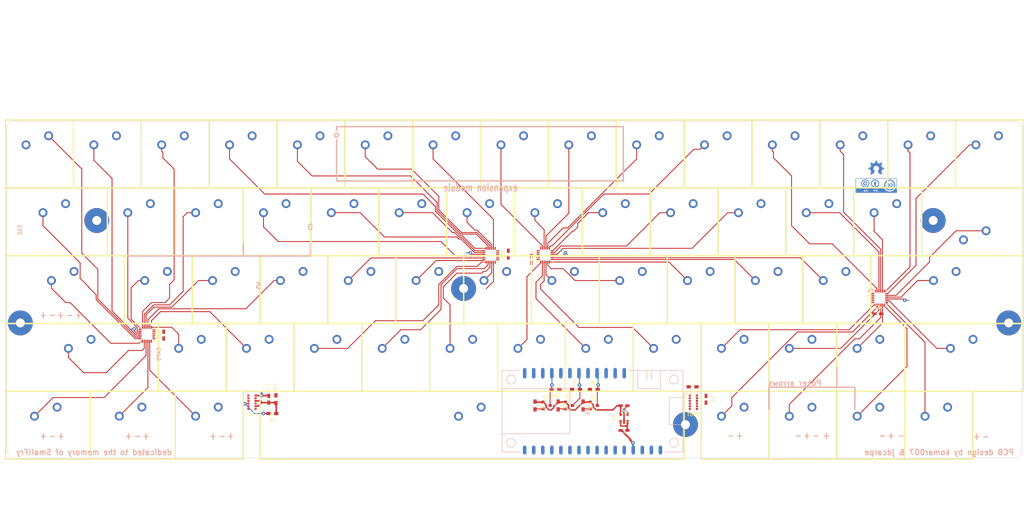
<source format=kicad_pcb>
(kicad_pcb (version 4) (host pcbnew 4.0.5)
  (title_block (title GH60) (date "20 jan 2014") (rev B) (company "geekhack GH60 design team"))
  (layers (0 F.Cu signal) (31 B.Cu signal) (34 B.Paste user hide) (35 F.Paste user) (36 B.SilkS user) (37 F.SilkS user) (38 B.Mask user) (39 F.Mask user) (44 Edge.Cuts user))
  (net 0 "")
  (net 1 GND)
  (net 2 "Net-(U1-Pad15)")
  (net 3 "Net-(U1-Pad14)")
  (net 4 "Net-(U1-Pad12)")
  (net 5 "Net-(S11-Pad1)")
  (net 6 "Net-(S12-Pad1)")
  (net 7 "Net-(S13-Pad1)")
  (net 8 "Net-(S14-Pad1)")
  (net 9 "Net-(S16-Pad1)")
  (net 10 "Net-(S17-Pad1)")
  (net 11 "Net-(S18-Pad1)")
  (net 12 "Net-(S19-Pad1)")
  (net 13 "Net-(S21-Pad1)")
  (net 14 "Net-(S22-Pad1)")
  (net 15 "Net-(S23-Pad1)")
  (net 16 "Net-(S24-Pad1)")
  (net 17 "Net-(S26-Pad1)")
  (net 18 "Net-(S27-Pad1)")
  (net 19 "Net-(S28-Pad1)")
  (net 20 "Net-(S29-Pad1)")
  (net 21 "Net-(S31-Pad1)")
  (net 22 "Net-(S32-Pad1)")
  (net 23 "Net-(S33-Pad1)")
  (net 24 "Net-(S34-Pad1)")
  (net 25 "Net-(S36-Pad1)")
  (net 26 "Net-(S37-Pad1)")
  (net 27 "Net-(S38-Pad1)")
  (net 28 "Net-(S39-Pad1)")
  (net 29 "Net-(S41-Pad1)")
  (net 30 "Net-(S42-Pad1)")
  (net 31 "Net-(S43-Pad1)")
  (net 32 "Net-(S44-Pad1)")
  (net 33 "Net-(S46-Pad1)")
  (net 34 "Net-(S47-Pad1)")
  (net 35 "Net-(S48-Pad1)")
  (net 36 "Net-(S49-Pad1)")
  (net 37 "Net-(S50-Pad1)")
  (net 38 "Net-(S51-Pad1)")
  (net 39 "Net-(S52-Pad1)")
  (net 40 "Net-(S53-Pad1)")
  (net 41 "Net-(S54-Pad1)")
  (net 42 "Net-(S56-Pad1)")
  (net 43 "Net-(S57-Pad1)")
  (net 44 "Net-(S58-Pad1)")
  (net 45 "Net-(S59-Pad1)")
  (net 46 "Net-(S61-Pad1)")
  (net 47 "Net-(S62-Pad1)")
  (net 48 "Net-(S70-Pad1)")
  (net 49 "Net-(S151-Pad1)")
  (net 50 "Net-(S552-Pad1)")
  (net 51 "Net-(S601-Pad1)")
  (net 52 "Net-(S661-Pad1)")
  (net 53 "Net-(S6512-Pad1)")
  (net 54 "Net-(U1-Pad16)")
  (net 55 "Net-(U4-Pad10)")
  (net 56 "Net-(U4-Pad8)")
  (net 57 "Net-(U4-Pad5)")
  (net 58 "Net-(U2-Pad17)")
  (net 59 VDD)
  (net 60 /TOF_SCL_28)
  (net 61 /TOF_SCL)
  (net 62 /TOF_SDA_28)
  (net 63 /TOF_SDA)
  (net 64 /TOF2_CE_28)
  (net 65 /TOF2_CE)
  (net 66 "Net-(R4-Pad2)")
  (net 67 "Net-(R5-Pad2)")
  (net 68 VCC)
  (net 69 "Net-(R9-Pad2)")
  (net 70 "Net-(S1-Pad2)")
  (net 71 "Net-(S6-Pad1)")
  (net 72 "Net-(S7-Pad1)")
  (net 73 "Net-(S8-Pad1)")
  (net 74 /KEYS_SCL)
  (net 75 /KEYS_SDA)
  (net 76 /INT1)
  (net 77 /INT2)
  (net 78 /INT3)
  (net 79 /INT4)
  (net 80 "Net-(U4-Pad11)")
  (net 81 "Net-(U1-Pad13)")
  (net 82 "Net-(TOF1-Pad2)")
  (net 83 "Net-(TOF1-Pad3)")
  (net 84 "Net-(TOF1-Pad7)")
  (net 85 "Net-(TOF1-Pad11)")
  (net 86 "Net-(TOF2-Pad2)")
  (net 87 "Net-(TOF2-Pad3)")
  (net 88 "Net-(TOF2-Pad7)")
  (net 89 "Net-(TOF2-Pad11)")
  (net 90 "Net-(U2-Pad1)")
  (net 91 "Net-(U5-Pad1)")
  (net 92 "Net-(U5-Pad3)")
  (net 93 "Net-(U5-Pad5)")
  (net 94 "Net-(U5-Pad6)")
  (net 95 "Net-(U5-Pad7)")
  (net 96 "Net-(U5-Pad8)")
  (net 97 "Net-(U5-Pad9)")
  (net 98 "Net-(U5-Pad10)")
  (net 99 "Net-(U5-Pad11)")
  (net 100 "Net-(U5-Pad12)")
  (net 101 "Net-(U5-Pad13)")
  (net 102 "Net-(U5-Pad16)")
  (net 103 "Net-(U5-Pad19)")
  (net 104 "Net-(U5-Pad24)")
  (net 105 "Net-(U5-Pad26)")
  (net 106 "Net-(U5-Pad27)")
  (net 107 "Net-(U5-Pad28)")
  (net 108 "Net-(U6-Pad4)")
  (module hole:PKRHC (layer F.Cu) (at 343.535 121.285)
    (fp_text reference HOLE hide)
    (fp_text value VAL** hide)
    (pad 1 thru_hole circle (at 0 0) (size 7.0013 7.0013) (drill 2.4994) (layers *.Cu *.Mask))
  )
  (module hole:PKRHC (layer F.Cu) (at 66.04 121.285)
    (fp_text reference HOLE hide)
    (fp_text value VAL** hide)
    (pad 1 thru_hole circle (at 0 0) (size 7.0013 7.0013) (drill 2.4994) (layers *.Cu *.Mask))
  )
  (module mx1a:MX1A-1U (layer F.Cu) (at 285.75 150.01875)
    (fp_text reference S601 hide)
    (fp_text value MX1A hide)
    (pad "" np_thru_hole circle (at 0 0) (size 3.98018 3.98018) (drill 3.98018) (layers *.Cu *.Mask))
    (pad 2 thru_hole circle (at 2.54 -5.08) (size 2.49936 2.49936) (drill 1.50114) (layers *.Cu *.Mask) (net 1 GND))
    (pad 1 thru_hole circle (at -3.81 -2.54) (size 2.49936 2.49936) (drill 1.50114) (layers *.Cu *.Mask) (net 51 "Net-(S601-Pad1)"))
    (pad "" np_thru_hole circle (at -5.08 0) (size 1.69926 1.69926) (drill 1.69926) (layers *.Cu *.Mask))
    (pad "" np_thru_hole circle (at 5.08 0) (size 1.69926 1.69926) (drill 1.69926) (layers *.Cu *.Mask))
  )
  (module mx1a:MX1A-1U (layer F.Cu) (at 266.7 150.01875)
    (fp_text reference S552 hide)
    (fp_text value MX1A hide)
    (pad "" np_thru_hole circle (at 0 0) (size 3.98018 3.98018) (drill 3.98018) (layers *.Cu *.Mask))
    (pad 2 thru_hole circle (at 2.54 -5.08) (size 2.49936 2.49936) (drill 1.50114) (layers *.Cu *.Mask) (net 1 GND))
    (pad 1 thru_hole circle (at -3.81 -2.54) (size 2.49936 2.49936) (drill 1.50114) (layers *.Cu *.Mask) (net 50 "Net-(S552-Pad1)"))
    (pad "" np_thru_hole circle (at -5.08 0) (size 1.69926 1.69926) (drill 1.69926) (layers *.Cu *.Mask))
    (pad "" np_thru_hole circle (at 5.08 0) (size 1.69926 1.69926) (drill 1.69926) (layers *.Cu *.Mask))
  )
  (module mx1a:MX1A-1U (layer F.Cu) (at 304.8 150.01875)
    (fp_text reference S6512 hide)
    (fp_text value MX1A hide)
    (pad "" np_thru_hole circle (at 0 0) (size 3.98018 3.98018) (drill 3.98018) (layers *.Cu *.Mask))
    (pad 2 thru_hole circle (at 2.54 -5.08) (size 2.49936 2.49936) (drill 1.50114) (layers *.Cu *.Mask) (net 1 GND))
    (pad 1 thru_hole circle (at -3.81 -2.54) (size 2.49936 2.49936) (drill 1.50114) (layers *.Cu *.Mask) (net 53 "Net-(S6512-Pad1)"))
    (pad "" np_thru_hole circle (at -5.08 0) (size 1.69926 1.69926) (drill 1.69926) (layers *.Cu *.Mask))
    (pad "" np_thru_hole circle (at 5.08 0) (size 1.69926 1.69926) (drill 1.69926) (layers *.Cu *.Mask))
  )
  (module mx1a:MX1A-1U (layer F.Cu) (at 319.0875 73.81875)
    (fp_text reference S661 hide)
    (fp_text value MX1A hide)
    (pad "" np_thru_hole circle (at 0 0) (size 3.98018 3.98018) (drill 3.98018) (layers *.Cu *.Mask))
    (pad 2 thru_hole circle (at 2.54 -5.08) (size 2.49936 2.49936) (drill 1.50114) (layers *.Cu *.Mask) (net 1 GND))
    (pad 1 thru_hole circle (at -3.81 -2.54) (size 2.49936 2.49936) (drill 1.50114) (layers *.Cu *.Mask) (net 52 "Net-(S661-Pad1)"))
    (pad "" np_thru_hole circle (at -5.08 0) (size 1.69926 1.69926) (drill 1.69926) (layers *.Cu *.Mask))
    (pad "" np_thru_hole circle (at 5.08 0) (size 1.69926 1.69926) (drill 1.69926) (layers *.Cu *.Mask))
  )
  (module mx1a:MX1A-1U (layer F.Cu) (at 338.1375 73.81875)
    (fp_text reference S50 hide)
    (fp_text value MX1A hide)
    (pad "" np_thru_hole circle (at 0 0) (size 3.98018 3.98018) (drill 3.98018) (layers *.Cu *.Mask))
    (pad 2 thru_hole circle (at 2.54 -5.08) (size 2.49936 2.49936) (drill 1.50114) (layers *.Cu *.Mask) (net 1 GND))
    (pad 1 thru_hole circle (at -3.81 -2.54) (size 2.49936 2.49936) (drill 1.50114) (layers *.Cu *.Mask) (net 37 "Net-(S50-Pad1)"))
    (pad "" np_thru_hole circle (at -5.08 0) (size 1.69926 1.69926) (drill 1.69926) (layers *.Cu *.Mask))
    (pad "" np_thru_hole circle (at 5.08 0) (size 1.69926 1.69926) (drill 1.69926) (layers *.Cu *.Mask))
  )
  (module mx1a:MX1A-1U (layer F.Cu) (at 304.8 130.96875)
    (fp_text reference up1 hide)
    (fp_text value MX1A hide)
    (pad "" np_thru_hole circle (at 0 0) (size 3.98018 3.98018) (drill 3.98018) (layers *.Cu *.Mask))
    (pad 2 thru_hole circle (at 2.54 -5.08) (size 2.49936 2.49936) (drill 1.50114) (layers *.Cu *.Mask) (net 1 GND))
    (pad 1 thru_hole circle (at -3.81 -2.54) (size 2.49936 2.49936) (drill 1.50114) (layers *.Cu *.Mask) (net 57 "Net-(U4-Pad5)"))
    (pad "" np_thru_hole circle (at -5.08 0) (size 1.69926 1.69926) (drill 1.69926) (layers *.Cu *.Mask))
    (pad "" np_thru_hole circle (at 5.08 0) (size 1.69926 1.69926) (drill 1.69926) (layers *.Cu *.Mask))
  )
  (module mx1a:MX1A-1U (layer F.Cu) (at 257.175 111.92002)
    (fp_text reference S48 hide)
    (fp_text value MX1A hide)
    (pad "" np_thru_hole circle (at 0 0) (size 3.98018 3.98018) (drill 3.98018) (layers *.Cu *.Mask))
    (pad 2 thru_hole circle (at 2.54 -5.08) (size 2.49936 2.49936) (drill 1.50114) (layers *.Cu *.Mask) (net 1 GND))
    (pad 1 thru_hole circle (at -3.81 -2.54) (size 2.49936 2.49936) (drill 1.50114) (layers *.Cu *.Mask) (net 35 "Net-(S48-Pad1)"))
    (pad "" np_thru_hole circle (at -5.08 0) (size 1.69926 1.69926) (drill 1.69926) (layers *.Cu *.Mask))
    (pad "" np_thru_hole circle (at 5.08 0) (size 1.69926 1.69926) (drill 1.69926) (layers *.Cu *.Mask))
  )
  (module mx1a:MX1A-1U (layer F.Cu) (at 71.4375 73.81875)
    (fp_text reference S1 hide)
    (fp_text value MX1A hide)
    (pad "" np_thru_hole circle (at 0 0) (size 3.98018 3.98018) (drill 3.98018) (layers *.Cu *.Mask))
    (pad 2 thru_hole circle (at 2.54 -5.08) (size 2.49936 2.49936) (drill 1.50114) (layers *.Cu *.Mask) (net 70 "Net-(S1-Pad2)"))
    (pad 1 thru_hole circle (at -3.81 -2.54) (size 2.49936 2.49936) (drill 1.50114) (layers *.Cu *.Mask) (net 1 GND))
    (pad "" np_thru_hole circle (at -5.08 0) (size 1.69926 1.69926) (drill 1.69926) (layers *.Cu *.Mask))
    (pad "" np_thru_hole circle (at 5.08 0) (size 1.69926 1.69926) (drill 1.69926) (layers *.Cu *.Mask))
  )
  (module mx1a:MX1A-1U (layer F.Cu) (at 90.4875 73.81875)
    (fp_text reference S6 hide)
    (fp_text value MX1A hide)
    (pad "" np_thru_hole circle (at 0 0) (size 3.98018 3.98018) (drill 3.98018) (layers *.Cu *.Mask))
    (pad 2 thru_hole circle (at 2.54 -5.08) (size 2.49936 2.49936) (drill 1.50114) (layers *.Cu *.Mask) (net 1 GND))
    (pad 1 thru_hole circle (at -3.81 -2.54) (size 2.49936 2.49936) (drill 1.50114) (layers *.Cu *.Mask) (net 71 "Net-(S6-Pad1)"))
    (pad "" np_thru_hole circle (at -5.08 0) (size 1.69926 1.69926) (drill 1.69926) (layers *.Cu *.Mask))
    (pad "" np_thru_hole circle (at 5.08 0) (size 1.69926 1.69926) (drill 1.69926) (layers *.Cu *.Mask))
  )
  (module mx1a:MX1A-1U (layer F.Cu) (at 109.5375 73.82002)
    (fp_text reference S11 hide)
    (fp_text value MX1A hide)
    (pad "" np_thru_hole circle (at 0 0) (size 3.98018 3.98018) (drill 3.98018) (layers *.Cu *.Mask))
    (pad 2 thru_hole circle (at 2.54 -5.08) (size 2.49936 2.49936) (drill 1.50114) (layers *.Cu *.Mask) (net 1 GND))
    (pad 1 thru_hole circle (at -3.81 -2.54) (size 2.49936 2.49936) (drill 1.50114) (layers *.Cu *.Mask) (net 5 "Net-(S11-Pad1)"))
    (pad "" np_thru_hole circle (at -5.08 0) (size 1.69926 1.69926) (drill 1.69926) (layers *.Cu *.Mask))
    (pad "" np_thru_hole circle (at 5.08 0) (size 1.69926 1.69926) (drill 1.69926) (layers *.Cu *.Mask))
  )
  (module mx1a:MX1A-1U (layer F.Cu) (at 100.0125 92.87002)
    (fp_text reference S7 hide)
    (fp_text value MX1A hide)
    (pad "" np_thru_hole circle (at 0 0) (size 3.98018 3.98018) (drill 3.98018) (layers *.Cu *.Mask))
    (pad 2 thru_hole circle (at 2.54 -5.08) (size 2.49936 2.49936) (drill 1.50114) (layers *.Cu *.Mask) (net 1 GND))
    (pad 1 thru_hole circle (at -3.81 -2.54) (size 2.49936 2.49936) (drill 1.50114) (layers *.Cu *.Mask) (net 72 "Net-(S7-Pad1)"))
    (pad "" np_thru_hole circle (at -5.08 0) (size 1.69926 1.69926) (drill 1.69926) (layers *.Cu *.Mask))
    (pad "" np_thru_hole circle (at 5.08 0) (size 1.69926 1.69926) (drill 1.69926) (layers *.Cu *.Mask))
  )
  (module mx1a:MX1A-1U (layer F.Cu) (at 119.0625 149.987)
    (fp_text reference S151 hide)
    (fp_text value MX1A hide)
    (pad "" np_thru_hole circle (at 0 0) (size 3.98018 3.98018) (drill 3.98018) (layers *.Cu *.Mask))
    (pad 2 thru_hole circle (at 2.54 -5.08) (size 2.49936 2.49936) (drill 1.50114) (layers *.Cu *.Mask) (net 1 GND))
    (pad 1 thru_hole circle (at -3.81 -2.54) (size 2.49936 2.49936) (drill 1.50114) (layers *.Cu *.Mask) (net 49 "Net-(S151-Pad1)"))
    (pad "" np_thru_hole circle (at -5.08 0) (size 1.69926 1.69926) (drill 1.69926) (layers *.Cu *.Mask))
    (pad "" np_thru_hole circle (at 5.08 0) (size 1.69926 1.69926) (drill 1.69926) (layers *.Cu *.Mask))
  )
  (module mx1a:MX1A-1U (layer F.Cu) (at 195.2625 92.87002)
    (fp_text reference S32 hide)
    (fp_text value MX1A hide)
    (pad "" np_thru_hole circle (at 0 0) (size 3.98018 3.98018) (drill 3.98018) (layers *.Cu *.Mask))
    (pad 2 thru_hole circle (at 2.54 -5.08) (size 2.49936 2.49936) (drill 1.50114) (layers *.Cu *.Mask) (net 1 GND))
    (pad 1 thru_hole circle (at -3.81 -2.54) (size 2.49936 2.49936) (drill 1.50114) (layers *.Cu *.Mask) (net 22 "Net-(S32-Pad1)"))
    (pad "" np_thru_hole circle (at -5.08 0) (size 1.69926 1.69926) (drill 1.69926) (layers *.Cu *.Mask))
    (pad "" np_thru_hole circle (at 5.08 0) (size 1.69926 1.69926) (drill 1.69926) (layers *.Cu *.Mask))
  )
  (module mx1a:MX1A-1U (layer F.Cu) (at 309.5625 92.87002)
    (fp_text reference S62 hide)
    (fp_text value MX1A hide)
    (pad "" np_thru_hole circle (at 0 0) (size 3.98018 3.98018) (drill 3.98018) (layers *.Cu *.Mask))
    (pad 2 thru_hole circle (at 2.54 -5.08) (size 2.49936 2.49936) (drill 1.50114) (layers *.Cu *.Mask) (net 1 GND))
    (pad 1 thru_hole circle (at -3.81 -2.54) (size 2.49936 2.49936) (drill 1.50114) (layers *.Cu *.Mask) (net 47 "Net-(S62-Pad1)"))
    (pad "" np_thru_hole circle (at -5.08 0) (size 1.69926 1.69926) (drill 1.69926) (layers *.Cu *.Mask))
    (pad "" np_thru_hole circle (at 5.08 0) (size 1.69926 1.69926) (drill 1.69926) (layers *.Cu *.Mask))
  )
  (module mx1a:MX1A-1U (layer F.Cu) (at 242.8875 73.82002)
    (fp_text reference S46 hide)
    (fp_text value MX1A hide)
    (pad "" np_thru_hole circle (at 0 0) (size 3.98018 3.98018) (drill 3.98018) (layers *.Cu *.Mask))
    (pad 2 thru_hole circle (at 2.54 -5.08) (size 2.49936 2.49936) (drill 1.50114) (layers *.Cu *.Mask) (net 1 GND))
    (pad 1 thru_hole circle (at -3.81 -2.54) (size 2.49936 2.49936) (drill 1.50114) (layers *.Cu *.Mask) (net 33 "Net-(S46-Pad1)"))
    (pad "" np_thru_hole circle (at -5.08 0) (size 1.69926 1.69926) (drill 1.69926) (layers *.Cu *.Mask))
    (pad "" np_thru_hole circle (at 5.08 0) (size 1.69926 1.69926) (drill 1.69926) (layers *.Cu *.Mask))
  )
  (module mx1a:MX1A-1U (layer F.Cu) (at 147.6375 73.82002)
    (fp_text reference S21 hide)
    (fp_text value MX1A hide)
    (pad "" np_thru_hole circle (at 0 0) (size 3.98018 3.98018) (drill 3.98018) (layers *.Cu *.Mask))
    (pad 2 thru_hole circle (at 2.54 -5.08) (size 2.49936 2.49936) (drill 1.50114) (layers *.Cu *.Mask) (net 1 GND))
    (pad 1 thru_hole circle (at -3.81 -2.54) (size 2.49936 2.49936) (drill 1.50114) (layers *.Cu *.Mask) (net 13 "Net-(S21-Pad1)"))
    (pad "" np_thru_hole circle (at -5.08 0) (size 1.69926 1.69926) (drill 1.69926) (layers *.Cu *.Mask))
    (pad "" np_thru_hole circle (at 5.08 0) (size 1.69926 1.69926) (drill 1.69926) (layers *.Cu *.Mask))
  )
  (module mx1a:MX1A-1U (layer F.Cu) (at 152.4 130.97002)
    (fp_text reference S24 hide)
    (fp_text value MX1A hide)
    (pad "" np_thru_hole circle (at 0 0) (size 3.98018 3.98018) (drill 3.98018) (layers *.Cu *.Mask))
    (pad 2 thru_hole circle (at 2.54 -5.08) (size 2.49936 2.49936) (drill 1.50114) (layers *.Cu *.Mask) (net 1 GND))
    (pad 1 thru_hole circle (at -3.81 -2.54) (size 2.49936 2.49936) (drill 1.50114) (layers *.Cu *.Mask) (net 16 "Net-(S24-Pad1)"))
    (pad "" np_thru_hole circle (at -5.08 0) (size 1.69926 1.69926) (drill 1.69926) (layers *.Cu *.Mask))
    (pad "" np_thru_hole circle (at 5.08 0) (size 1.69926 1.69926) (drill 1.69926) (layers *.Cu *.Mask))
  )
  (module mx1a:MX1A-1U (layer F.Cu) (at 285.75 130.97002)
    (fp_text reference S59 hide)
    (fp_text value MX1A hide)
    (pad "" np_thru_hole circle (at 0 0) (size 3.98018 3.98018) (drill 3.98018) (layers *.Cu *.Mask))
    (pad 2 thru_hole circle (at 2.54 -5.08) (size 2.49936 2.49936) (drill 1.50114) (layers *.Cu *.Mask) (net 1 GND))
    (pad 1 thru_hole circle (at -3.81 -2.54) (size 2.49936 2.49936) (drill 1.50114) (layers *.Cu *.Mask) (net 45 "Net-(S59-Pad1)"))
    (pad "" np_thru_hole circle (at -5.08 0) (size 1.69926 1.69926) (drill 1.69926) (layers *.Cu *.Mask))
    (pad "" np_thru_hole circle (at 5.08 0) (size 1.69926 1.69926) (drill 1.69926) (layers *.Cu *.Mask))
  )
  (module mx1a:MX1A-1U (layer F.Cu) (at 266.7 130.97002)
    (fp_text reference S54 hide)
    (fp_text value MX1A hide)
    (pad "" np_thru_hole circle (at 0 0) (size 3.98018 3.98018) (drill 3.98018) (layers *.Cu *.Mask))
    (pad 2 thru_hole circle (at 2.54 -5.08) (size 2.49936 2.49936) (drill 1.50114) (layers *.Cu *.Mask) (net 1 GND))
    (pad 1 thru_hole circle (at -3.81 -2.54) (size 2.49936 2.49936) (drill 1.50114) (layers *.Cu *.Mask) (net 41 "Net-(S54-Pad1)"))
    (pad "" np_thru_hole circle (at -5.08 0) (size 1.69926 1.69926) (drill 1.69926) (layers *.Cu *.Mask))
    (pad "" np_thru_hole circle (at 5.08 0) (size 1.69926 1.69926) (drill 1.69926) (layers *.Cu *.Mask))
  )
  (module mx1a:MX1A-1U (layer F.Cu) (at 247.65 130.97002)
    (fp_text reference S49 hide)
    (fp_text value MX1A hide)
    (pad "" np_thru_hole circle (at 0 0) (size 3.98018 3.98018) (drill 3.98018) (layers *.Cu *.Mask))
    (pad 2 thru_hole circle (at 2.54 -5.08) (size 2.49936 2.49936) (drill 1.50114) (layers *.Cu *.Mask) (net 1 GND))
    (pad 1 thru_hole circle (at -3.81 -2.54) (size 2.49936 2.49936) (drill 1.50114) (layers *.Cu *.Mask) (net 36 "Net-(S49-Pad1)"))
    (pad "" np_thru_hole circle (at -5.08 0) (size 1.69926 1.69926) (drill 1.69926) (layers *.Cu *.Mask))
    (pad "" np_thru_hole circle (at 5.08 0) (size 1.69926 1.69926) (drill 1.69926) (layers *.Cu *.Mask))
  )
  (module mx1a:MX1A-1U (layer F.Cu) (at 228.6 130.97002)
    (fp_text reference S44 hide)
    (fp_text value MX1A hide)
    (pad "" np_thru_hole circle (at 0 0) (size 3.98018 3.98018) (drill 3.98018) (layers *.Cu *.Mask))
    (pad 2 thru_hole circle (at 2.54 -5.08) (size 2.49936 2.49936) (drill 1.50114) (layers *.Cu *.Mask) (net 1 GND))
    (pad 1 thru_hole circle (at -3.81 -2.54) (size 2.49936 2.49936) (drill 1.50114) (layers *.Cu *.Mask) (net 32 "Net-(S44-Pad1)"))
    (pad "" np_thru_hole circle (at -5.08 0) (size 1.69926 1.69926) (drill 1.69926) (layers *.Cu *.Mask))
    (pad "" np_thru_hole circle (at 5.08 0) (size 1.69926 1.69926) (drill 1.69926) (layers *.Cu *.Mask))
  )
  (module mx1a:MX1A-1U (layer F.Cu) (at 209.55 130.97002)
    (fp_text reference S39 hide)
    (fp_text value MX1A hide)
    (pad "" np_thru_hole circle (at 0 0) (size 3.98018 3.98018) (drill 3.98018) (layers *.Cu *.Mask))
    (pad 2 thru_hole circle (at 2.54 -5.08) (size 2.49936 2.49936) (drill 1.50114) (layers *.Cu *.Mask) (net 1 GND))
    (pad 1 thru_hole circle (at -3.81 -2.54) (size 2.49936 2.49936) (drill 1.50114) (layers *.Cu *.Mask) (net 28 "Net-(S39-Pad1)"))
    (pad "" np_thru_hole circle (at -5.08 0) (size 1.69926 1.69926) (drill 1.69926) (layers *.Cu *.Mask))
    (pad "" np_thru_hole circle (at 5.08 0) (size 1.69926 1.69926) (drill 1.69926) (layers *.Cu *.Mask))
  )
  (module mx1a:MX1A-1U (layer F.Cu) (at 190.5 130.97002)
    (fp_text reference S34 hide)
    (fp_text value MX1A hide)
    (pad "" np_thru_hole circle (at 0 0) (size 3.98018 3.98018) (drill 3.98018) (layers *.Cu *.Mask))
    (pad 2 thru_hole circle (at 2.54 -5.08) (size 2.49936 2.49936) (drill 1.50114) (layers *.Cu *.Mask) (net 1 GND))
    (pad 1 thru_hole circle (at -3.81 -2.54) (size 2.49936 2.49936) (drill 1.50114) (layers *.Cu *.Mask) (net 24 "Net-(S34-Pad1)"))
    (pad "" np_thru_hole circle (at -5.08 0) (size 1.69926 1.69926) (drill 1.69926) (layers *.Cu *.Mask))
    (pad "" np_thru_hole circle (at 5.08 0) (size 1.69926 1.69926) (drill 1.69926) (layers *.Cu *.Mask))
  )
  (module mx1a:MX1A-1U (layer F.Cu) (at 171.45 130.97002)
    (fp_text reference S29 hide)
    (fp_text value MX1A hide)
    (pad "" np_thru_hole circle (at 0 0) (size 3.98018 3.98018) (drill 3.98018) (layers *.Cu *.Mask))
    (pad 2 thru_hole circle (at 2.54 -5.08) (size 2.49936 2.49936) (drill 1.50114) (layers *.Cu *.Mask) (net 1 GND))
    (pad 1 thru_hole circle (at -3.81 -2.54) (size 2.49936 2.49936) (drill 1.50114) (layers *.Cu *.Mask) (net 20 "Net-(S29-Pad1)"))
    (pad "" np_thru_hole circle (at -5.08 0) (size 1.69926 1.69926) (drill 1.69926) (layers *.Cu *.Mask))
    (pad "" np_thru_hole circle (at 5.08 0) (size 1.69926 1.69926) (drill 1.69926) (layers *.Cu *.Mask))
  )
  (module mx1a:MX1A-1U (layer F.Cu) (at 133.35 130.97002)
    (fp_text reference S19 hide)
    (fp_text value MX1A hide)
    (pad "" np_thru_hole circle (at 0 0) (size 3.98018 3.98018) (drill 3.98018) (layers *.Cu *.Mask))
    (pad 2 thru_hole circle (at 2.54 -5.08) (size 2.49936 2.49936) (drill 1.50114) (layers *.Cu *.Mask) (net 1 GND))
    (pad 1 thru_hole circle (at -3.81 -2.54) (size 2.49936 2.49936) (drill 1.50114) (layers *.Cu *.Mask) (net 12 "Net-(S19-Pad1)"))
    (pad "" np_thru_hole circle (at -5.08 0) (size 1.69926 1.69926) (drill 1.69926) (layers *.Cu *.Mask))
    (pad "" np_thru_hole circle (at 5.08 0) (size 1.69926 1.69926) (drill 1.69926) (layers *.Cu *.Mask))
  )
  (module mx1a:MX1A-1U (layer F.Cu) (at 114.3 130.97002)
    (fp_text reference S14 hide)
    (fp_text value MX1A hide)
    (pad "" np_thru_hole circle (at 0 0) (size 3.98018 3.98018) (drill 3.98018) (layers *.Cu *.Mask))
    (pad 2 thru_hole circle (at 2.54 -5.08) (size 2.49936 2.49936) (drill 1.50114) (layers *.Cu *.Mask) (net 1 GND))
    (pad 1 thru_hole circle (at -3.81 -2.54) (size 2.49936 2.49936) (drill 1.50114) (layers *.Cu *.Mask) (net 8 "Net-(S14-Pad1)"))
    (pad "" np_thru_hole circle (at -5.08 0) (size 1.69926 1.69926) (drill 1.69926) (layers *.Cu *.Mask))
    (pad "" np_thru_hole circle (at 5.08 0) (size 1.69926 1.69926) (drill 1.69926) (layers *.Cu *.Mask))
  )
  (module mx1a:MX1A-1U (layer F.Cu) (at 295.275 111.92002)
    (fp_text reference S58 hide)
    (fp_text value MX1A hide)
    (pad "" np_thru_hole circle (at 0 0) (size 3.98018 3.98018) (drill 3.98018) (layers *.Cu *.Mask))
    (pad 2 thru_hole circle (at 2.54 -5.08) (size 2.49936 2.49936) (drill 1.50114) (layers *.Cu *.Mask) (net 1 GND))
    (pad 1 thru_hole circle (at -3.81 -2.54) (size 2.49936 2.49936) (drill 1.50114) (layers *.Cu *.Mask) (net 44 "Net-(S58-Pad1)"))
    (pad "" np_thru_hole circle (at -5.08 0) (size 1.69926 1.69926) (drill 1.69926) (layers *.Cu *.Mask))
    (pad "" np_thru_hole circle (at 5.08 0) (size 1.69926 1.69926) (drill 1.69926) (layers *.Cu *.Mask))
  )
  (module mx1a:MX1A-1U (layer F.Cu) (at 238.125 111.92002)
    (fp_text reference S43 hide)
    (fp_text value MX1A hide)
    (pad "" np_thru_hole circle (at 0 0) (size 3.98018 3.98018) (drill 3.98018) (layers *.Cu *.Mask))
    (pad 2 thru_hole circle (at 2.54 -5.08) (size 2.49936 2.49936) (drill 1.50114) (layers *.Cu *.Mask) (net 1 GND))
    (pad 1 thru_hole circle (at -3.81 -2.54) (size 2.49936 2.49936) (drill 1.50114) (layers *.Cu *.Mask) (net 31 "Net-(S43-Pad1)"))
    (pad "" np_thru_hole circle (at -5.08 0) (size 1.69926 1.69926) (drill 1.69926) (layers *.Cu *.Mask))
    (pad "" np_thru_hole circle (at 5.08 0) (size 1.69926 1.69926) (drill 1.69926) (layers *.Cu *.Mask))
  )
  (module mx1a:MX1A-1U (layer F.Cu) (at 323.85 150.01875)
    (fp_text reference S70 hide)
    (fp_text value MX1A hide)
    (pad "" np_thru_hole circle (at 0 0) (size 3.98018 3.98018) (drill 3.98018) (layers *.Cu *.Mask))
    (pad 2 thru_hole circle (at 2.54 -5.08) (size 2.49936 2.49936) (drill 1.50114) (layers *.Cu *.Mask) (net 1 GND))
    (pad 1 thru_hole circle (at -3.81 -2.54) (size 2.49936 2.49936) (drill 1.50114) (layers *.Cu *.Mask) (net 48 "Net-(S70-Pad1)"))
    (pad "" np_thru_hole circle (at -5.08 0) (size 1.69926 1.69926) (drill 1.69926) (layers *.Cu *.Mask))
    (pad "" np_thru_hole circle (at 5.08 0) (size 1.69926 1.69926) (drill 1.69926) (layers *.Cu *.Mask))
  )
  (module mx1a:MX1A-1U (layer F.Cu) (at 138.1125 92.87002)
    (fp_text reference S17 hide)
    (fp_text value MX1A hide)
    (pad "" np_thru_hole circle (at 0 0) (size 3.98018 3.98018) (drill 3.98018) (layers *.Cu *.Mask))
    (pad 2 thru_hole circle (at 2.54 -5.08) (size 2.49936 2.49936) (drill 1.50114) (layers *.Cu *.Mask) (net 1 GND))
    (pad 1 thru_hole circle (at -3.81 -2.54) (size 2.49936 2.49936) (drill 1.50114) (layers *.Cu *.Mask) (net 10 "Net-(S17-Pad1)"))
    (pad "" np_thru_hole circle (at -5.08 0) (size 1.69926 1.69926) (drill 1.69926) (layers *.Cu *.Mask))
    (pad "" np_thru_hole circle (at 5.08 0) (size 1.69926 1.69926) (drill 1.69926) (layers *.Cu *.Mask))
  )
  (module mx1a:MX1A-1U (layer F.Cu) (at 119.0625 92.87002)
    (fp_text reference S12 hide)
    (fp_text value MX1A hide)
    (pad "" np_thru_hole circle (at 0 0) (size 3.98018 3.98018) (drill 3.98018) (layers *.Cu *.Mask))
    (pad 2 thru_hole circle (at 2.54 -5.08) (size 2.49936 2.49936) (drill 1.50114) (layers *.Cu *.Mask) (net 1 GND))
    (pad 1 thru_hole circle (at -3.81 -2.54) (size 2.49936 2.49936) (drill 1.50114) (layers *.Cu *.Mask) (net 6 "Net-(S12-Pad1)"))
    (pad "" np_thru_hole circle (at -5.08 0) (size 1.69926 1.69926) (drill 1.69926) (layers *.Cu *.Mask))
    (pad "" np_thru_hole circle (at 5.08 0) (size 1.69926 1.69926) (drill 1.69926) (layers *.Cu *.Mask))
  )
  (module mx1a:MX1A-1U (layer F.Cu) (at 300.0375 73.82002)
    (fp_text reference S61 hide)
    (fp_text value MX1A hide)
    (pad "" np_thru_hole circle (at 0 0) (size 3.98018 3.98018) (drill 3.98018) (layers *.Cu *.Mask))
    (pad 2 thru_hole circle (at 2.54 -5.08) (size 2.49936 2.49936) (drill 1.50114) (layers *.Cu *.Mask) (net 1 GND))
    (pad 1 thru_hole circle (at -3.81 -2.54) (size 2.49936 2.49936) (drill 1.50114) (layers *.Cu *.Mask) (net 46 "Net-(S61-Pad1)"))
    (pad "" np_thru_hole circle (at -5.08 0) (size 1.69926 1.69926) (drill 1.69926) (layers *.Cu *.Mask))
    (pad "" np_thru_hole circle (at 5.08 0) (size 1.69926 1.69926) (drill 1.69926) (layers *.Cu *.Mask))
  )
  (module mx1a:MX1A-1U (layer F.Cu) (at 280.9875 73.82002)
    (fp_text reference S56 hide)
    (fp_text value MX1A hide)
    (pad "" np_thru_hole circle (at 0 0) (size 3.98018 3.98018) (drill 3.98018) (layers *.Cu *.Mask))
    (pad 2 thru_hole circle (at 2.54 -5.08) (size 2.49936 2.49936) (drill 1.50114) (layers *.Cu *.Mask) (net 1 GND))
    (pad 1 thru_hole circle (at -3.81 -2.54) (size 2.49936 2.49936) (drill 1.50114) (layers *.Cu *.Mask) (net 42 "Net-(S56-Pad1)"))
    (pad "" np_thru_hole circle (at -5.08 0) (size 1.69926 1.69926) (drill 1.69926) (layers *.Cu *.Mask))
    (pad "" np_thru_hole circle (at 5.08 0) (size 1.69926 1.69926) (drill 1.69926) (layers *.Cu *.Mask))
  )
  (module mx1a:MX1A-1U (layer F.Cu) (at 223.8375 73.82002)
    (fp_text reference S41 hide)
    (fp_text value MX1A hide)
    (pad "" np_thru_hole circle (at 0 0) (size 3.98018 3.98018) (drill 3.98018) (layers *.Cu *.Mask))
    (pad 2 thru_hole circle (at 2.54 -5.08) (size 2.49936 2.49936) (drill 1.50114) (layers *.Cu *.Mask) (net 1 GND))
    (pad 1 thru_hole circle (at -3.81 -2.54) (size 2.49936 2.49936) (drill 1.50114) (layers *.Cu *.Mask) (net 29 "Net-(S41-Pad1)"))
    (pad "" np_thru_hole circle (at -5.08 0) (size 1.69926 1.69926) (drill 1.69926) (layers *.Cu *.Mask))
    (pad "" np_thru_hole circle (at 5.08 0) (size 1.69926 1.69926) (drill 1.69926) (layers *.Cu *.Mask))
  )
  (module mx1a:MX1A-1U (layer F.Cu) (at 204.7875 73.82002)
    (fp_text reference S36 hide)
    (fp_text value MX1A hide)
    (pad "" np_thru_hole circle (at 0 0) (size 3.98018 3.98018) (drill 3.98018) (layers *.Cu *.Mask))
    (pad 2 thru_hole circle (at 2.54 -5.08) (size 2.49936 2.49936) (drill 1.50114) (layers *.Cu *.Mask) (net 1 GND))
    (pad 1 thru_hole circle (at -3.81 -2.54) (size 2.49936 2.49936) (drill 1.50114) (layers *.Cu *.Mask) (net 25 "Net-(S36-Pad1)"))
    (pad "" np_thru_hole circle (at -5.08 0) (size 1.69926 1.69926) (drill 1.69926) (layers *.Cu *.Mask))
    (pad "" np_thru_hole circle (at 5.08 0) (size 1.69926 1.69926) (drill 1.69926) (layers *.Cu *.Mask))
  )
  (module mx1a:MX1A-1U (layer F.Cu) (at 185.7375 73.82002)
    (fp_text reference S31 hide)
    (fp_text value MX1A hide)
    (pad "" np_thru_hole circle (at 0 0) (size 3.98018 3.98018) (drill 3.98018) (layers *.Cu *.Mask))
    (pad 2 thru_hole circle (at 2.54 -5.08) (size 2.49936 2.49936) (drill 1.50114) (layers *.Cu *.Mask) (net 1 GND))
    (pad 1 thru_hole circle (at -3.81 -2.54) (size 2.49936 2.49936) (drill 1.50114) (layers *.Cu *.Mask) (net 21 "Net-(S31-Pad1)"))
    (pad "" np_thru_hole circle (at -5.08 0) (size 1.69926 1.69926) (drill 1.69926) (layers *.Cu *.Mask))
    (pad "" np_thru_hole circle (at 5.08 0) (size 1.69926 1.69926) (drill 1.69926) (layers *.Cu *.Mask))
  )
  (module mx1a:MX1A-1U (layer F.Cu) (at 166.6875 73.82002)
    (fp_text reference S26 hide)
    (fp_text value MX1A hide)
    (pad "" np_thru_hole circle (at 0 0) (size 3.98018 3.98018) (drill 3.98018) (layers *.Cu *.Mask))
    (pad 2 thru_hole circle (at 2.54 -5.08) (size 2.49936 2.49936) (drill 1.50114) (layers *.Cu *.Mask) (net 1 GND))
    (pad 1 thru_hole circle (at -3.81 -2.54) (size 2.49936 2.49936) (drill 1.50114) (layers *.Cu *.Mask) (net 17 "Net-(S26-Pad1)"))
    (pad "" np_thru_hole circle (at -5.08 0) (size 1.69926 1.69926) (drill 1.69926) (layers *.Cu *.Mask))
    (pad "" np_thru_hole circle (at 5.08 0) (size 1.69926 1.69926) (drill 1.69926) (layers *.Cu *.Mask))
  )
  (module mx1a:MX1A-1U (layer F.Cu) (at 128.5875 73.82002)
    (fp_text reference S16 hide)
    (fp_text value MX1A hide)
    (pad "" np_thru_hole circle (at 0 0) (size 3.98018 3.98018) (drill 3.98018) (layers *.Cu *.Mask))
    (pad 2 thru_hole circle (at 2.54 -5.08) (size 2.49936 2.49936) (drill 1.50114) (layers *.Cu *.Mask) (net 1 GND))
    (pad 1 thru_hole circle (at -3.81 -2.54) (size 2.49936 2.49936) (drill 1.50114) (layers *.Cu *.Mask) (net 9 "Net-(S16-Pad1)"))
    (pad "" np_thru_hole circle (at -5.08 0) (size 1.69926 1.69926) (drill 1.69926) (layers *.Cu *.Mask))
    (pad "" np_thru_hole circle (at 5.08 0) (size 1.69926 1.69926) (drill 1.69926) (layers *.Cu *.Mask))
  )
  (module mx1a:MX1A-1U (layer F.Cu) (at 219.075 111.92002)
    (fp_text reference S38 hide)
    (fp_text value MX1A hide)
    (pad "" np_thru_hole circle (at 0 0) (size 3.98018 3.98018) (drill 3.98018) (layers *.Cu *.Mask))
    (pad 2 thru_hole circle (at 2.54 -5.08) (size 2.49936 2.49936) (drill 1.50114) (layers *.Cu *.Mask) (net 1 GND))
    (pad 1 thru_hole circle (at -3.81 -2.54) (size 2.49936 2.49936) (drill 1.50114) (layers *.Cu *.Mask) (net 27 "Net-(S38-Pad1)"))
    (pad "" np_thru_hole circle (at -5.08 0) (size 1.69926 1.69926) (drill 1.69926) (layers *.Cu *.Mask))
    (pad "" np_thru_hole circle (at 5.08 0) (size 1.69926 1.69926) (drill 1.69926) (layers *.Cu *.Mask))
  )
  (module mx1a:MX1A-1U (layer F.Cu) (at 200.025 111.92002)
    (fp_text reference S33 hide)
    (fp_text value MX1A hide)
    (pad "" np_thru_hole circle (at 0 0) (size 3.98018 3.98018) (drill 3.98018) (layers *.Cu *.Mask))
    (pad 2 thru_hole circle (at 2.54 -5.08) (size 2.49936 2.49936) (drill 1.50114) (layers *.Cu *.Mask) (net 1 GND))
    (pad 1 thru_hole circle (at -3.81 -2.54) (size 2.49936 2.49936) (drill 1.50114) (layers *.Cu *.Mask) (net 23 "Net-(S33-Pad1)"))
    (pad "" np_thru_hole circle (at -5.08 0) (size 1.69926 1.69926) (drill 1.69926) (layers *.Cu *.Mask))
    (pad "" np_thru_hole circle (at 5.08 0) (size 1.69926 1.69926) (drill 1.69926) (layers *.Cu *.Mask))
  )
  (module mx1a:MX1A-1U (layer F.Cu) (at 180.975 111.92002)
    (fp_text reference S28 hide)
    (fp_text value MX1A hide)
    (pad "" np_thru_hole circle (at 0 0) (size 3.98018 3.98018) (drill 3.98018) (layers *.Cu *.Mask))
    (pad 2 thru_hole circle (at 2.54 -5.08) (size 2.49936 2.49936) (drill 1.50114) (layers *.Cu *.Mask) (net 1 GND))
    (pad 1 thru_hole circle (at -3.81 -2.54) (size 2.49936 2.49936) (drill 1.50114) (layers *.Cu *.Mask) (net 19 "Net-(S28-Pad1)"))
    (pad "" np_thru_hole circle (at -5.08 0) (size 1.69926 1.69926) (drill 1.69926) (layers *.Cu *.Mask))
    (pad "" np_thru_hole circle (at 5.08 0) (size 1.69926 1.69926) (drill 1.69926) (layers *.Cu *.Mask))
  )
  (module mx1a:MX1A-1U (layer F.Cu) (at 161.925 111.92002)
    (fp_text reference S23 hide)
    (fp_text value MX1A hide)
    (pad "" np_thru_hole circle (at 0 0) (size 3.98018 3.98018) (drill 3.98018) (layers *.Cu *.Mask))
    (pad 2 thru_hole circle (at 2.54 -5.08) (size 2.49936 2.49936) (drill 1.50114) (layers *.Cu *.Mask) (net 1 GND))
    (pad 1 thru_hole circle (at -3.81 -2.54) (size 2.49936 2.49936) (drill 1.50114) (layers *.Cu *.Mask) (net 15 "Net-(S23-Pad1)"))
    (pad "" np_thru_hole circle (at -5.08 0) (size 1.69926 1.69926) (drill 1.69926) (layers *.Cu *.Mask))
    (pad "" np_thru_hole circle (at 5.08 0) (size 1.69926 1.69926) (drill 1.69926) (layers *.Cu *.Mask))
  )
  (module mx1a:MX1A-1U (layer F.Cu) (at 142.875 111.92002)
    (fp_text reference S18 hide)
    (fp_text value MX1A hide)
    (pad "" np_thru_hole circle (at 0 0) (size 3.98018 3.98018) (drill 3.98018) (layers *.Cu *.Mask))
    (pad 2 thru_hole circle (at 2.54 -5.08) (size 2.49936 2.49936) (drill 1.50114) (layers *.Cu *.Mask) (net 1 GND))
    (pad 1 thru_hole circle (at -3.81 -2.54) (size 2.49936 2.49936) (drill 1.50114) (layers *.Cu *.Mask) (net 11 "Net-(S18-Pad1)"))
    (pad "" np_thru_hole circle (at -5.08 0) (size 1.69926 1.69926) (drill 1.69926) (layers *.Cu *.Mask))
    (pad "" np_thru_hole circle (at 5.08 0) (size 1.69926 1.69926) (drill 1.69926) (layers *.Cu *.Mask))
  )
  (module mx1a:MX1A-1U (layer F.Cu) (at 123.825 111.92002)
    (fp_text reference S13 hide)
    (fp_text value MX1A hide)
    (pad "" np_thru_hole circle (at 0 0) (size 3.98018 3.98018) (drill 3.98018) (layers *.Cu *.Mask))
    (pad 2 thru_hole circle (at 2.54 -5.08) (size 2.49936 2.49936) (drill 1.50114) (layers *.Cu *.Mask) (net 1 GND))
    (pad 1 thru_hole circle (at -3.81 -2.54) (size 2.49936 2.49936) (drill 1.50114) (layers *.Cu *.Mask) (net 7 "Net-(S13-Pad1)"))
    (pad "" np_thru_hole circle (at -5.08 0) (size 1.69926 1.69926) (drill 1.69926) (layers *.Cu *.Mask))
    (pad "" np_thru_hole circle (at 5.08 0) (size 1.69926 1.69926) (drill 1.69926) (layers *.Cu *.Mask))
  )
  (module mx1a:MX1A-1U (layer F.Cu) (at 290.5125 92.87002)
    (fp_text reference S57 hide)
    (fp_text value MX1A hide)
    (pad "" np_thru_hole circle (at 0 0) (size 3.98018 3.98018) (drill 3.98018) (layers *.Cu *.Mask))
    (pad 2 thru_hole circle (at 2.54 -5.08) (size 2.49936 2.49936) (drill 1.50114) (layers *.Cu *.Mask) (net 1 GND))
    (pad 1 thru_hole circle (at -3.81 -2.54) (size 2.49936 2.49936) (drill 1.50114) (layers *.Cu *.Mask) (net 43 "Net-(S57-Pad1)"))
    (pad "" np_thru_hole circle (at -5.08 0) (size 1.69926 1.69926) (drill 1.69926) (layers *.Cu *.Mask))
    (pad "" np_thru_hole circle (at 5.08 0) (size 1.69926 1.69926) (drill 1.69926) (layers *.Cu *.Mask))
  )
  (module mx1a:MX1A-1U (layer F.Cu) (at 271.4625 92.87002)
    (fp_text reference S52 hide)
    (fp_text value MX1A hide)
    (pad "" np_thru_hole circle (at 0 0) (size 3.98018 3.98018) (drill 3.98018) (layers *.Cu *.Mask))
    (pad 2 thru_hole circle (at 2.54 -5.08) (size 2.49936 2.49936) (drill 1.50114) (layers *.Cu *.Mask) (net 1 GND))
    (pad 1 thru_hole circle (at -3.81 -2.54) (size 2.49936 2.49936) (drill 1.50114) (layers *.Cu *.Mask) (net 39 "Net-(S52-Pad1)"))
    (pad "" np_thru_hole circle (at -5.08 0) (size 1.69926 1.69926) (drill 1.69926) (layers *.Cu *.Mask))
    (pad "" np_thru_hole circle (at 5.08 0) (size 1.69926 1.69926) (drill 1.69926) (layers *.Cu *.Mask))
  )
  (module mx1a:MX1A-1U (layer F.Cu) (at 252.4125 92.87002)
    (fp_text reference S47 hide)
    (fp_text value MX1A hide)
    (pad "" np_thru_hole circle (at 0 0) (size 3.98018 3.98018) (drill 3.98018) (layers *.Cu *.Mask))
    (pad 2 thru_hole circle (at 2.54 -5.08) (size 2.49936 2.49936) (drill 1.50114) (layers *.Cu *.Mask) (net 1 GND))
    (pad 1 thru_hole circle (at -3.81 -2.54) (size 2.49936 2.49936) (drill 1.50114) (layers *.Cu *.Mask) (net 34 "Net-(S47-Pad1)"))
    (pad "" np_thru_hole circle (at -5.08 0) (size 1.69926 1.69926) (drill 1.69926) (layers *.Cu *.Mask))
    (pad "" np_thru_hole circle (at 5.08 0) (size 1.69926 1.69926) (drill 1.69926) (layers *.Cu *.Mask))
  )
  (module mx1a:MX1A-1U (layer F.Cu) (at 233.3625 92.87002)
    (fp_text reference S42 hide)
    (fp_text value MX1A hide)
    (pad "" np_thru_hole circle (at 0 0) (size 3.98018 3.98018) (drill 3.98018) (layers *.Cu *.Mask))
    (pad 2 thru_hole circle (at 2.54 -5.08) (size 2.49936 2.49936) (drill 1.50114) (layers *.Cu *.Mask) (net 1 GND))
    (pad 1 thru_hole circle (at -3.81 -2.54) (size 2.49936 2.49936) (drill 1.50114) (layers *.Cu *.Mask) (net 30 "Net-(S42-Pad1)"))
    (pad "" np_thru_hole circle (at -5.08 0) (size 1.69926 1.69926) (drill 1.69926) (layers *.Cu *.Mask))
    (pad "" np_thru_hole circle (at 5.08 0) (size 1.69926 1.69926) (drill 1.69926) (layers *.Cu *.Mask))
  )
  (module mx1a:MX1A-1U (layer F.Cu) (at 214.3125 92.87002)
    (fp_text reference S37 hide)
    (fp_text value MX1A hide)
    (pad "" np_thru_hole circle (at 0 0) (size 3.98018 3.98018) (drill 3.98018) (layers *.Cu *.Mask))
    (pad 2 thru_hole circle (at 2.54 -5.08) (size 2.49936 2.49936) (drill 1.50114) (layers *.Cu *.Mask) (net 1 GND))
    (pad 1 thru_hole circle (at -3.81 -2.54) (size 2.49936 2.49936) (drill 1.50114) (layers *.Cu *.Mask) (net 26 "Net-(S37-Pad1)"))
    (pad "" np_thru_hole circle (at -5.08 0) (size 1.69926 1.69926) (drill 1.69926) (layers *.Cu *.Mask))
    (pad "" np_thru_hole circle (at 5.08 0) (size 1.69926 1.69926) (drill 1.69926) (layers *.Cu *.Mask))
  )
  (module mx1a:MX1A-1U (layer F.Cu) (at 176.2125 92.87002)
    (fp_text reference S27 hide)
    (fp_text value MX1A hide)
    (pad "" np_thru_hole circle (at 0 0) (size 3.98018 3.98018) (drill 3.98018) (layers *.Cu *.Mask))
    (pad 2 thru_hole circle (at 2.54 -5.08) (size 2.49936 2.49936) (drill 1.50114) (layers *.Cu *.Mask) (net 1 GND))
    (pad 1 thru_hole circle (at -3.81 -2.54) (size 2.49936 2.49936) (drill 1.50114) (layers *.Cu *.Mask) (net 18 "Net-(S27-Pad1)"))
    (pad "" np_thru_hole circle (at -5.08 0) (size 1.69926 1.69926) (drill 1.69926) (layers *.Cu *.Mask))
    (pad "" np_thru_hole circle (at 5.08 0) (size 1.69926 1.69926) (drill 1.69926) (layers *.Cu *.Mask))
  )
  (module mx1a:MX1A-1U (layer F.Cu) (at 157.1625 92.87002)
    (fp_text reference S22 hide)
    (fp_text value MX1A hide)
    (pad "" np_thru_hole circle (at 0 0) (size 3.98018 3.98018) (drill 3.98018) (layers *.Cu *.Mask))
    (pad 2 thru_hole circle (at 2.54 -5.08) (size 2.49936 2.49936) (drill 1.50114) (layers *.Cu *.Mask) (net 1 GND))
    (pad 1 thru_hole circle (at -3.81 -2.54) (size 2.49936 2.49936) (drill 1.50114) (layers *.Cu *.Mask) (net 14 "Net-(S22-Pad1)"))
    (pad "" np_thru_hole circle (at -5.08 0) (size 1.69926 1.69926) (drill 1.69926) (layers *.Cu *.Mask))
    (pad "" np_thru_hole circle (at 5.08 0) (size 1.69926 1.69926) (drill 1.69926) (layers *.Cu *.Mask))
  )
  (module mx1a:MX1A-1U (layer F.Cu) (at 261.9375 73.82002)
    (fp_text reference S51 hide)
    (fp_text value MX1A hide)
    (pad "" np_thru_hole circle (at 0 0) (size 3.98018 3.98018) (drill 3.98018) (layers *.Cu *.Mask))
    (pad 2 thru_hole circle (at 2.54 -5.08) (size 2.49936 2.49936) (drill 1.50114) (layers *.Cu *.Mask) (net 1 GND))
    (pad 1 thru_hole circle (at -3.81 -2.54) (size 2.49936 2.49936) (drill 1.50114) (layers *.Cu *.Mask) (net 38 "Net-(S51-Pad1)"))
    (pad "" np_thru_hole circle (at -5.08 0) (size 1.69926 1.69926) (drill 1.69926) (layers *.Cu *.Mask))
    (pad "" np_thru_hole circle (at 5.08 0) (size 1.69926 1.69926) (drill 1.69926) (layers *.Cu *.Mask))
  )
  (module mx1a:MX1A-1U (layer F.Cu) (at 276.225 111.92002)
    (fp_text reference S53 hide)
    (fp_text value MX1A hide)
    (pad "" np_thru_hole circle (at 0 0) (size 3.98018 3.98018) (drill 3.98018) (layers *.Cu *.Mask))
    (pad 2 thru_hole circle (at 2.54 -5.08) (size 2.49936 2.49936) (drill 1.50114) (layers *.Cu *.Mask) (net 1 GND))
    (pad 1 thru_hole circle (at -3.81 -2.54) (size 2.49936 2.49936) (drill 1.50114) (layers *.Cu *.Mask) (net 40 "Net-(S53-Pad1)"))
    (pad "" np_thru_hole circle (at -5.08 0) (size 1.69926 1.69926) (drill 1.69926) (layers *.Cu *.Mask))
    (pad "" np_thru_hole circle (at 5.08 0) (size 1.69926 1.69926) (drill 1.69926) (layers *.Cu *.Mask))
  )
  (module mx1a:MX1A-1U (layer F.Cu) (at 104.775 111.92002)
    (fp_text reference S8 hide)
    (fp_text value MX1A hide)
    (pad "" np_thru_hole circle (at 0 0) (size 3.98018 3.98018) (drill 3.98018) (layers *.Cu *.Mask))
    (pad 2 thru_hole circle (at 2.54 -5.08) (size 2.49936 2.49936) (drill 1.50114) (layers *.Cu *.Mask) (net 1 GND))
    (pad 1 thru_hole circle (at -3.81 -2.54) (size 2.49936 2.49936) (drill 1.50114) (layers *.Cu *.Mask) (net 73 "Net-(S8-Pad1)"))
    (pad "" np_thru_hole circle (at -5.08 0) (size 1.69926 1.69926) (drill 1.69926) (layers *.Cu *.Mask))
    (pad "" np_thru_hole circle (at 5.08 0) (size 1.69926 1.69926) (drill 1.69926) (layers *.Cu *.Mask))
  )
  (module mx1a:MX1A-1.5U (layer F.Cu) (at 76.2 92.87002)
    (fp_text reference ltab1 hide)
    (fp_text value MX1A hide)
    (pad "" np_thru_hole circle (at 0 0) (size 3.98018 3.98018) (drill 3.98018) (layers *.Cu *.Mask))
    (pad 2 thru_hole circle (at 2.54 -5.08) (size 2.49936 2.49936) (drill 1.50114) (layers *.Cu *.Mask) (net 1 GND))
    (pad 1 thru_hole circle (at -3.81 -2.54) (size 2.49936 2.49936) (drill 1.50114) (layers *.Cu *.Mask) (net 4 "Net-(U1-Pad12)"))
    (pad "" np_thru_hole circle (at -5.08 0) (size 1.69926 1.69926) (drill 1.69926) (layers *.Cu *.Mask))
    (pad "" np_thru_hole circle (at 5.08 0) (size 1.69926 1.69926) (drill 1.69926) (layers *.Cu *.Mask))
  )
  (module mx1a:MX1A-1.75U (layer F.Cu) (at 78.58252 111.92002)
    (fp_text reference caps1 hide)
    (fp_text value MX1A hide)
    (pad "" np_thru_hole circle (at 0 0) (size 3.98018 3.98018) (drill 3.98018) (layers *.Cu *.Mask))
    (pad 2 thru_hole circle (at 2.54 -5.08) (size 2.49936 2.49936) (drill 1.50114) (layers *.Cu *.Mask) (net 1 GND))
    (pad 1 thru_hole circle (at -3.81 -2.54) (size 2.49936 2.49936) (drill 1.50114) (layers *.Cu *.Mask) (net 81 "Net-(U1-Pad13)"))
    (pad "" np_thru_hole circle (at -5.08 0) (size 1.69926 1.69926) (drill 1.69926) (layers *.Cu *.Mask))
    (pad "" np_thru_hole circle (at 5.08 0) (size 1.69926 1.69926) (drill 1.69926) (layers *.Cu *.Mask))
  )
  (module mx1a:MX1A-1.25U (layer F.Cu) (at 73.81875 150.01875)
    (fp_text reference ctl1 hide)
    (fp_text value MX1A hide)
    (pad "" np_thru_hole circle (at 0 0) (size 3.98018 3.98018) (drill 3.98018) (layers *.Cu *.Mask))
    (pad 2 thru_hole circle (at 2.54 -5.08) (size 2.49936 2.49936) (drill 1.50114) (layers *.Cu *.Mask) (net 1 GND))
    (pad 1 thru_hole circle (at -3.81 -2.54) (size 2.49936 2.49936) (drill 1.50114) (layers *.Cu *.Mask) (net 2 "Net-(U1-Pad15)"))
    (pad "" np_thru_hole circle (at -5.08 0) (size 1.69926 1.69926) (drill 1.69926) (layers *.Cu *.Mask))
    (pad "" np_thru_hole circle (at 5.08 0) (size 1.69926 1.69926) (drill 1.69926) (layers *.Cu *.Mask))
  )
  (module mx1a:MX1A-1.25U (layer F.Cu) (at 97.63125 149.987)
    (fp_text reference win1 hide)
    (fp_text value MX1A hide)
    (pad "" np_thru_hole circle (at 0 0) (size 3.98018 3.98018) (drill 3.98018) (layers *.Cu *.Mask))
    (pad 2 thru_hole circle (at 2.54 -5.08) (size 2.49936 2.49936) (drill 1.50114) (layers *.Cu *.Mask) (net 1 GND))
    (pad 1 thru_hole circle (at -3.81 -2.54) (size 2.49936 2.49936) (drill 1.50114) (layers *.Cu *.Mask) (net 54 "Net-(U1-Pad16)"))
    (pad "" np_thru_hole circle (at -5.08 0) (size 1.69926 1.69926) (drill 1.69926) (layers *.Cu *.Mask))
    (pad "" np_thru_hole circle (at 5.08 0) (size 1.69926 1.69926) (drill 1.69926) (layers *.Cu *.Mask))
  )
  (module mx1a:MX1A-2.25U (layer F.Cu) (at 83.34375 130.96875)
    (fp_text reference lshift1 hide)
    (fp_text value MX1A hide)
    (pad "" np_thru_hole circle (at 0 0) (size 3.98018 3.98018) (drill 3.98018) (layers *.Cu *.Mask))
    (pad 2 thru_hole circle (at 2.54 -5.08) (size 2.49936 2.49936) (drill 1.50114) (layers *.Cu *.Mask) (net 1 GND))
    (pad 1 thru_hole circle (at -3.81 -2.54) (size 2.49936 2.49936) (drill 1.50114) (layers *.Cu *.Mask) (net 3 "Net-(U1-Pad14)"))
    (pad "" np_thru_hole circle (at -5.08 0) (size 1.69926 1.69926) (drill 1.69926) (layers *.Cu *.Mask))
    (pad "" np_thru_hole circle (at 5.08 0) (size 1.69926 1.69926) (drill 1.69926) (layers *.Cu *.Mask))
  )
  (module mx1a:MX1A-6.25U (layer F.Cu) (at 192.88125 150.01875)
    (fp_text reference spacebar1 hide)
    (fp_text value MX1A hide)
    (pad "" np_thru_hole circle (at 0 0) (size 3.98018 3.98018) (drill 3.98018) (layers *.Cu *.Mask))
    (pad 2 thru_hole circle (at 2.54 -5.08) (size 2.49936 2.49936) (drill 1.50114) (layers *.Cu *.Mask) (net 1 GND))
    (pad 1 thru_hole circle (at -3.81 -2.54) (size 2.49936 2.49936) (drill 1.50114) (layers *.Cu *.Mask) (net 58 "Net-(U2-Pad17)"))
    (pad "" np_thru_hole circle (at -5.08 0) (size 1.69926 1.69926) (drill 1.69926) (layers *.Cu *.Mask))
    (pad "" np_thru_hole circle (at 5.08 0) (size 1.69926 1.69926) (drill 1.69926) (layers *.Cu *.Mask))
  )
  (module mx1a:MX1A-1.75U (layer F.Cu) (at 330.99375 130.96875)
    (fp_text reference rshift1 hide)
    (fp_text value MX1A hide)
    (pad "" np_thru_hole circle (at 0 0) (size 3.98018 3.98018) (drill 3.98018) (layers *.Cu *.Mask))
    (pad 2 thru_hole circle (at 2.54 -5.08) (size 2.49936 2.49936) (drill 1.50114) (layers *.Cu *.Mask) (net 1 GND))
    (pad 1 thru_hole circle (at -3.81 -2.54) (size 2.49936 2.49936) (drill 1.50114) (layers *.Cu *.Mask) (net 56 "Net-(U4-Pad8)"))
    (pad "" np_thru_hole circle (at -5.08 0) (size 1.69926 1.69926) (drill 1.69926) (layers *.Cu *.Mask))
    (pad "" np_thru_hole circle (at 5.08 0) (size 1.69926 1.69926) (drill 1.69926) (layers *.Cu *.Mask))
  )
  (module mx1a:MX1A-2.25U (layer F.Cu) (at 326.23125 111.91875)
    (fp_text reference enter1 hide)
    (fp_text value MX1A hide)
    (pad "" np_thru_hole circle (at 0 0) (size 3.98018 3.98018) (drill 3.98018) (layers *.Cu *.Mask))
    (pad 2 thru_hole circle (at 2.54 -5.08) (size 2.49936 2.49936) (drill 1.50114) (layers *.Cu *.Mask) (net 1 GND))
    (pad 1 thru_hole circle (at -3.81 -2.54) (size 2.49936 2.49936) (drill 1.50114) (layers *.Cu *.Mask) (net 55 "Net-(U4-Pad10)"))
    (pad "" np_thru_hole circle (at -5.08 0) (size 1.69926 1.69926) (drill 1.69926) (layers *.Cu *.Mask))
    (pad "" np_thru_hole circle (at 5.08 0) (size 1.69926 1.69926) (drill 1.69926) (layers *.Cu *.Mask))
  )
  (module mx1a:MX1A-1.5U (layer F.Cu) (at 333.375 92.86875 180)
    (fp_text reference pipe1 hide)
    (fp_text value MX1A hide)
    (pad "" np_thru_hole circle (at 0 0 180) (size 3.98018 3.98018) (drill 3.98018) (layers *.Cu *.Mask))
    (pad 2 thru_hole circle (at 2.54 -5.08 180) (size 2.49936 2.49936) (drill 1.50114) (layers *.Cu *.Mask) (net 1 GND))
    (pad 1 thru_hole circle (at -3.81 -2.54 180) (size 2.49936 2.49936) (drill 1.50114) (layers *.Cu *.Mask) (net 80 "Net-(U4-Pad11)"))
    (pad "" np_thru_hole circle (at -5.08 0 180) (size 1.69926 1.69926) (drill 1.69926) (layers *.Cu *.Mask))
    (pad "" np_thru_hole circle (at 5.08 0 180) (size 1.69926 1.69926) (drill 1.69926) (layers *.Cu *.Mask))
  )
  (module Housings_DFN_QFN:QFN-24_4x4mm_Pitch0.5mm (layer F.Cu) (at 101.6 124.46 270)
    (fp_text reference U1 (at 0 -3.375 270) (layer F.SilkS))
    (fp_text value TCA9555)
    (pad 1 smd rect (at -1.95 -1.25 270) (size 0.85 0.3) (layers F.Cu F.Paste F.Mask) (net 8 "Net-(S14-Pad1)"))
    (pad 2 smd rect (at -1.95 -0.75 270) (size 0.85 0.3) (layers F.Cu F.Paste F.Mask) (net 12 "Net-(S19-Pad1)"))
    (pad 3 smd rect (at -1.95 -0.25 270) (size 0.85 0.3) (layers F.Cu F.Paste F.Mask) (net 11 "Net-(S18-Pad1)"))
    (pad 4 smd rect (at -1.95 0.25 270) (size 0.85 0.3) (layers F.Cu F.Paste F.Mask) (net 7 "Net-(S13-Pad1)"))
    (pad 5 smd rect (at -1.95 0.75 270) (size 0.85 0.3) (layers F.Cu F.Paste F.Mask) (net 6 "Net-(S12-Pad1)"))
    (pad 6 smd rect (at -1.95 1.25 270) (size 0.85 0.3) (layers F.Cu F.Paste F.Mask) (net 5 "Net-(S11-Pad1)"))
    (pad 7 smd rect (at -1.25 1.95) (size 0.85 0.3) (layers F.Cu F.Paste F.Mask) (net 73 "Net-(S8-Pad1)"))
    (pad 8 smd rect (at -0.75 1.95) (size 0.85 0.3) (layers F.Cu F.Paste F.Mask) (net 72 "Net-(S7-Pad1)"))
    (pad 9 smd rect (at -0.25 1.95) (size 0.85 0.3) (layers F.Cu F.Paste F.Mask) (net 1 GND))
    (pad 10 smd rect (at 0.25 1.95) (size 0.85 0.3) (layers F.Cu F.Paste F.Mask) (net 71 "Net-(S6-Pad1)"))
    (pad 11 smd rect (at 0.75 1.95) (size 0.85 0.3) (layers F.Cu F.Paste F.Mask) (net 70 "Net-(S1-Pad2)"))
    (pad 12 smd rect (at 1.25 1.95) (size 0.85 0.3) (layers F.Cu F.Paste F.Mask) (net 4 "Net-(U1-Pad12)"))
    (pad 13 smd rect (at 1.95 1.25 270) (size 0.85 0.3) (layers F.Cu F.Paste F.Mask) (net 81 "Net-(U1-Pad13)"))
    (pad 14 smd rect (at 1.95 0.75 270) (size 0.85 0.3) (layers F.Cu F.Paste F.Mask) (net 3 "Net-(U1-Pad14)"))
    (pad 15 smd rect (at 1.95 0.25 270) (size 0.85 0.3) (layers F.Cu F.Paste F.Mask) (net 2 "Net-(U1-Pad15)"))
    (pad 16 smd rect (at 1.95 -0.25 270) (size 0.85 0.3) (layers F.Cu F.Paste F.Mask) (net 54 "Net-(U1-Pad16)"))
    (pad 17 smd rect (at 1.95 -0.75 270) (size 0.85 0.3) (layers F.Cu F.Paste F.Mask) (net 49 "Net-(S151-Pad1)"))
    (pad 18 smd rect (at 1.95 -1.25 270) (size 0.85 0.3) (layers F.Cu F.Paste F.Mask) (net 1 GND))
    (pad 19 smd rect (at 1.25 -1.95) (size 0.85 0.3) (layers F.Cu F.Paste F.Mask) (net 74 /KEYS_SCL))
    (pad 20 smd rect (at 0.75 -1.95) (size 0.85 0.3) (layers F.Cu F.Paste F.Mask) (net 75 /KEYS_SDA))
    (pad 21 smd rect (at 0.25 -1.95) (size 0.85 0.3) (layers F.Cu F.Paste F.Mask) (net 68 VCC))
    (pad 22 smd rect (at -0.25 -1.95) (size 0.85 0.3) (layers F.Cu F.Paste F.Mask) (net 76 /INT1))
    (pad 23 smd rect (at -0.75 -1.95) (size 0.85 0.3) (layers F.Cu F.Paste F.Mask) (net 1 GND))
    (pad 24 smd rect (at -1.25 -1.95) (size 0.85 0.3) (layers F.Cu F.Paste F.Mask) (net 1 GND))
  )
  (module Housings_DFN_QFN:QFN-24_4x4mm_Pitch0.5mm (layer F.Cu) (at 307.34 114.3 90)
    (fp_text reference U4 (at 0 -3.375 90) (layer F.SilkS))
    (fp_text value TCA9555)
    (pad 1 smd rect (at -1.95 -1.25 90) (size 0.85 0.3) (layers F.Cu F.Paste F.Mask) (net 41 "Net-(S54-Pad1)"))
    (pad 2 smd rect (at -1.95 -0.75 90) (size 0.85 0.3) (layers F.Cu F.Paste F.Mask) (net 50 "Net-(S552-Pad1)"))
    (pad 3 smd rect (at -1.95 -0.25 90) (size 0.85 0.3) (layers F.Cu F.Paste F.Mask) (net 45 "Net-(S59-Pad1)"))
    (pad 4 smd rect (at -1.95 0.25 90) (size 0.85 0.3) (layers F.Cu F.Paste F.Mask) (net 51 "Net-(S601-Pad1)"))
    (pad 5 smd rect (at -1.95 0.75 90) (size 0.85 0.3) (layers F.Cu F.Paste F.Mask) (net 57 "Net-(U4-Pad5)"))
    (pad 6 smd rect (at -1.95 1.25 90) (size 0.85 0.3) (layers F.Cu F.Paste F.Mask) (net 53 "Net-(S6512-Pad1)"))
    (pad 7 smd rect (at -1.25 1.95 180) (size 0.85 0.3) (layers F.Cu F.Paste F.Mask) (net 48 "Net-(S70-Pad1)"))
    (pad 8 smd rect (at -0.75 1.95 180) (size 0.85 0.3) (layers F.Cu F.Paste F.Mask) (net 56 "Net-(U4-Pad8)"))
    (pad 9 smd rect (at -0.25 1.95 180) (size 0.85 0.3) (layers F.Cu F.Paste F.Mask) (net 1 GND))
    (pad 10 smd rect (at 0.25 1.95 180) (size 0.85 0.3) (layers F.Cu F.Paste F.Mask) (net 55 "Net-(U4-Pad10)"))
    (pad 11 smd rect (at 0.75 1.95 180) (size 0.85 0.3) (layers F.Cu F.Paste F.Mask) (net 80 "Net-(U4-Pad11)"))
    (pad 12 smd rect (at 1.25 1.95 180) (size 0.85 0.3) (layers F.Cu F.Paste F.Mask) (net 37 "Net-(S50-Pad1)"))
    (pad 13 smd rect (at 1.95 1.25 90) (size 0.85 0.3) (layers F.Cu F.Paste F.Mask) (net 52 "Net-(S661-Pad1)"))
    (pad 14 smd rect (at 1.95 0.75 90) (size 0.85 0.3) (layers F.Cu F.Paste F.Mask) (net 47 "Net-(S62-Pad1)"))
    (pad 15 smd rect (at 1.95 0.25 90) (size 0.85 0.3) (layers F.Cu F.Paste F.Mask) (net 46 "Net-(S61-Pad1)"))
    (pad 16 smd rect (at 1.95 -0.25 90) (size 0.85 0.3) (layers F.Cu F.Paste F.Mask) (net 43 "Net-(S57-Pad1)"))
    (pad 17 smd rect (at 1.95 -0.75 90) (size 0.85 0.3) (layers F.Cu F.Paste F.Mask) (net 42 "Net-(S56-Pad1)"))
    (pad 18 smd rect (at 1.95 -1.25 90) (size 0.85 0.3) (layers F.Cu F.Paste F.Mask) (net 68 VCC))
    (pad 19 smd rect (at 1.25 -1.95 180) (size 0.85 0.3) (layers F.Cu F.Paste F.Mask) (net 74 /KEYS_SCL))
    (pad 20 smd rect (at 0.75 -1.95 180) (size 0.85 0.3) (layers F.Cu F.Paste F.Mask) (net 75 /KEYS_SDA))
    (pad 21 smd rect (at 0.25 -1.95 180) (size 0.85 0.3) (layers F.Cu F.Paste F.Mask) (net 68 VCC))
    (pad 22 smd rect (at -0.25 -1.95 180) (size 0.85 0.3) (layers F.Cu F.Paste F.Mask) (net 79 /INT4))
    (pad 23 smd rect (at -0.75 -1.95 180) (size 0.85 0.3) (layers F.Cu F.Paste F.Mask) (net 68 VCC))
    (pad 24 smd rect (at -1.25 -1.95 180) (size 0.85 0.3) (layers F.Cu F.Paste F.Mask) (net 1 GND))
  )
  (module Housings_DFN_QFN:QFN-24_4x4mm_Pitch0.5mm (layer F.Cu) (at 198.12 102.28 270)
    (fp_text reference U2 (at 0 -3.375 270) (layer F.SilkS))
    (fp_text value TCA9555)
    (pad 1 smd rect (at -1.95 -1.25 270) (size 0.85 0.3) (layers F.Cu F.Paste F.Mask) (net 90 "Net-(U2-Pad1)"))
    (pad 2 smd rect (at -1.95 -0.75 270) (size 0.85 0.3) (layers F.Cu F.Paste F.Mask) (net 21 "Net-(S31-Pad1)"))
    (pad 3 smd rect (at -1.95 -0.25 270) (size 0.85 0.3) (layers F.Cu F.Paste F.Mask) (net 22 "Net-(S32-Pad1)"))
    (pad 4 smd rect (at -1.95 0.25 270) (size 0.85 0.3) (layers F.Cu F.Paste F.Mask) (net 17 "Net-(S26-Pad1)"))
    (pad 5 smd rect (at -1.95 0.75 270) (size 0.85 0.3) (layers F.Cu F.Paste F.Mask) (net 13 "Net-(S21-Pad1)"))
    (pad 6 smd rect (at -1.95 1.25 270) (size 0.85 0.3) (layers F.Cu F.Paste F.Mask) (net 9 "Net-(S16-Pad1)"))
    (pad 7 smd rect (at -1.25 1.95) (size 0.85 0.3) (layers F.Cu F.Paste F.Mask) (net 18 "Net-(S27-Pad1)"))
    (pad 8 smd rect (at -0.75 1.95) (size 0.85 0.3) (layers F.Cu F.Paste F.Mask) (net 14 "Net-(S22-Pad1)"))
    (pad 9 smd rect (at -0.25 1.95) (size 0.85 0.3) (layers F.Cu F.Paste F.Mask) (net 1 GND))
    (pad 10 smd rect (at 0.25 1.95) (size 0.85 0.3) (layers F.Cu F.Paste F.Mask) (net 10 "Net-(S17-Pad1)"))
    (pad 11 smd rect (at 0.75 1.95) (size 0.85 0.3) (layers F.Cu F.Paste F.Mask) (net 15 "Net-(S23-Pad1)"))
    (pad 12 smd rect (at 1.25 1.95) (size 0.85 0.3) (layers F.Cu F.Paste F.Mask) (net 19 "Net-(S28-Pad1)"))
    (pad 13 smd rect (at 1.95 1.25 270) (size 0.85 0.3) (layers F.Cu F.Paste F.Mask) (net 16 "Net-(S24-Pad1)"))
    (pad 14 smd rect (at 1.95 0.75 270) (size 0.85 0.3) (layers F.Cu F.Paste F.Mask) (net 20 "Net-(S29-Pad1)"))
    (pad 15 smd rect (at 1.95 0.25 270) (size 0.85 0.3) (layers F.Cu F.Paste F.Mask) (net 24 "Net-(S34-Pad1)"))
    (pad 16 smd rect (at 1.95 -0.25 270) (size 0.85 0.3) (layers F.Cu F.Paste F.Mask) (net 23 "Net-(S33-Pad1)"))
    (pad 17 smd rect (at 1.95 -0.75 270) (size 0.85 0.3) (layers F.Cu F.Paste F.Mask) (net 58 "Net-(U2-Pad17)"))
    (pad 18 smd rect (at 1.95 -1.25 270) (size 0.85 0.3) (layers F.Cu F.Paste F.Mask) (net 68 VCC))
    (pad 19 smd rect (at 1.25 -1.95) (size 0.85 0.3) (layers F.Cu F.Paste F.Mask) (net 74 /KEYS_SCL))
    (pad 20 smd rect (at 0.75 -1.95) (size 0.85 0.3) (layers F.Cu F.Paste F.Mask) (net 75 /KEYS_SDA))
    (pad 21 smd rect (at 0.25 -1.95) (size 0.85 0.3) (layers F.Cu F.Paste F.Mask) (net 68 VCC))
    (pad 22 smd rect (at -0.25 -1.95) (size 0.85 0.3) (layers F.Cu F.Paste F.Mask) (net 77 /INT2))
    (pad 23 smd rect (at -0.75 -1.95) (size 0.85 0.3) (layers F.Cu F.Paste F.Mask) (net 1 GND))
    (pad 24 smd rect (at -1.25 -1.95) (size 0.85 0.3) (layers F.Cu F.Paste F.Mask) (net 1 GND))
  )
  (module Housings_DFN_QFN:QFN-24_4x4mm_Pitch0.5mm (layer F.Cu) (at 213.36 102.235 90)
    (fp_text reference U3 (at 0 -3.375 90) (layer F.SilkS))
    (fp_text value TCA9555)
    (pad 1 smd rect (at -1.95 -1.25 90) (size 0.85 0.3) (layers F.Cu F.Paste F.Mask) (net 28 "Net-(S39-Pad1)"))
    (pad 2 smd rect (at -1.95 -0.75 90) (size 0.85 0.3) (layers F.Cu F.Paste F.Mask) (net 32 "Net-(S44-Pad1)"))
    (pad 3 smd rect (at -1.95 -0.25 90) (size 0.85 0.3) (layers F.Cu F.Paste F.Mask) (net 36 "Net-(S49-Pad1)"))
    (pad 4 smd rect (at -1.95 0.25 90) (size 0.85 0.3) (layers F.Cu F.Paste F.Mask) (net 27 "Net-(S38-Pad1)"))
    (pad 5 smd rect (at -1.95 0.75 90) (size 0.85 0.3) (layers F.Cu F.Paste F.Mask) (net 31 "Net-(S43-Pad1)"))
    (pad 6 smd rect (at -1.95 1.25 90) (size 0.85 0.3) (layers F.Cu F.Paste F.Mask) (net 35 "Net-(S48-Pad1)"))
    (pad 7 smd rect (at -1.25 1.95 180) (size 0.85 0.3) (layers F.Cu F.Paste F.Mask) (net 40 "Net-(S53-Pad1)"))
    (pad 8 smd rect (at -0.75 1.95 180) (size 0.85 0.3) (layers F.Cu F.Paste F.Mask) (net 44 "Net-(S58-Pad1)"))
    (pad 9 smd rect (at -0.25 1.95 180) (size 0.85 0.3) (layers F.Cu F.Paste F.Mask) (net 1 GND))
    (pad 10 smd rect (at 0.25 1.95 180) (size 0.85 0.3) (layers F.Cu F.Paste F.Mask) (net 39 "Net-(S52-Pad1)"))
    (pad 11 smd rect (at 0.75 1.95 180) (size 0.85 0.3) (layers F.Cu F.Paste F.Mask) (net 34 "Net-(S47-Pad1)"))
    (pad 12 smd rect (at 1.25 1.95 180) (size 0.85 0.3) (layers F.Cu F.Paste F.Mask) (net 30 "Net-(S42-Pad1)"))
    (pad 13 smd rect (at 1.95 1.25 90) (size 0.85 0.3) (layers F.Cu F.Paste F.Mask) (net 38 "Net-(S51-Pad1)"))
    (pad 14 smd rect (at 1.95 0.75 90) (size 0.85 0.3) (layers F.Cu F.Paste F.Mask) (net 33 "Net-(S46-Pad1)"))
    (pad 15 smd rect (at 1.95 0.25 90) (size 0.85 0.3) (layers F.Cu F.Paste F.Mask) (net 29 "Net-(S41-Pad1)"))
    (pad 16 smd rect (at 1.95 -0.25 90) (size 0.85 0.3) (layers F.Cu F.Paste F.Mask) (net 26 "Net-(S37-Pad1)"))
    (pad 17 smd rect (at 1.95 -0.75 90) (size 0.85 0.3) (layers F.Cu F.Paste F.Mask) (net 25 "Net-(S36-Pad1)"))
    (pad 18 smd rect (at 1.95 -1.25 90) (size 0.85 0.3) (layers F.Cu F.Paste F.Mask) (net 1 GND))
    (pad 19 smd rect (at 1.25 -1.95 180) (size 0.85 0.3) (layers F.Cu F.Paste F.Mask) (net 74 /KEYS_SCL))
    (pad 20 smd rect (at 0.75 -1.95 180) (size 0.85 0.3) (layers F.Cu F.Paste F.Mask) (net 75 /KEYS_SDA))
    (pad 21 smd rect (at 0.25 -1.95 180) (size 0.85 0.3) (layers F.Cu F.Paste F.Mask) (net 68 VCC))
    (pad 22 smd rect (at -0.25 -1.95 180) (size 0.85 0.3) (layers F.Cu F.Paste F.Mask) (net 78 /INT3))
    (pad 23 smd rect (at -0.75 -1.95 180) (size 0.85 0.3) (layers F.Cu F.Paste F.Mask) (net 68 VCC))
    (pad 24 smd rect (at -1.25 -1.95 180) (size 0.85 0.3) (layers F.Cu F.Paste F.Mask) (net 1 GND))
  )
  (module Capacitors_SMD:C_0603_HandSoldering (layer F.Cu) (at 135.79 142.71 270)
    (fp_text reference C1 (at -3.5 0 270) (layer F.SilkS))
    (fp_text value .1uF)
    (pad 1 smd rect (at -0.95 0 270) (size 1.2 0.75) (layers F.Cu F.Paste F.Mask) (net 1 GND))
    (pad 2 smd rect (at 0.95 0 270) (size 1.2 0.75) (layers F.Cu F.Paste F.Mask) (net 59 VDD))
  )
  (module Capacitors_SMD:C_0603_HandSoldering (layer F.Cu) (at 258.54 142.71 270)
    (fp_text reference C2 (at 0 -1.9 270) (layer F.SilkS))
    (fp_text value .1uF)
    (pad 1 smd rect (at -0.95 0 270) (size 1.2 0.75) (layers F.Cu F.Paste F.Mask) (net 1 GND))
    (pad 2 smd rect (at 0.95 0 270) (size 1.2 0.75) (layers F.Cu F.Paste F.Mask) (net 59 VDD))
  )
  (module TO_SOT_Packages_SMD:SOT-23 (layer F.Cu) (at 227.04 144.46)
    (fp_text reference Q1 (at 0 -2.5) (layer F.SilkS))
    (fp_text value BSS138)
    (pad 1 smd rect (at -1 -0.95) (size 0.9 0.8) (layers F.Cu F.Paste F.Mask) (net 59 VDD))
    (pad 2 smd rect (at -1 0.95) (size 0.9 0.8) (layers F.Cu F.Paste F.Mask) (net 60 /TOF_SCL_28))
    (pad 3 smd rect (at 1 0) (size 0.9 0.8) (layers F.Cu F.Paste F.Mask) (net 61 /TOF_SCL))
  )
  (module TO_SOT_Packages_SMD:SOT-23 (layer F.Cu) (at 220.04 144.46)
    (fp_text reference Q2 (at 0 -2.5) (layer F.SilkS))
    (fp_text value BSS138)
    (pad 1 smd rect (at -1 -0.95) (size 0.9 0.8) (layers F.Cu F.Paste F.Mask) (net 59 VDD))
    (pad 2 smd rect (at -1 0.95) (size 0.9 0.8) (layers F.Cu F.Paste F.Mask) (net 62 /TOF_SDA_28))
    (pad 3 smd rect (at 1 0) (size 0.9 0.8) (layers F.Cu F.Paste F.Mask) (net 63 /TOF_SDA))
  )
  (module TO_SOT_Packages_SMD:SOT-23 (layer F.Cu) (at 213.79 144.46)
    (fp_text reference Q3 (at 0 -2.5) (layer F.SilkS))
    (fp_text value BSS138)
    (pad 1 smd rect (at -1 -0.95) (size 0.9 0.8) (layers F.Cu F.Paste F.Mask) (net 59 VDD))
    (pad 2 smd rect (at -1 0.95) (size 0.9 0.8) (layers F.Cu F.Paste F.Mask) (net 64 /TOF2_CE_28))
    (pad 3 smd rect (at 1 0) (size 0.9 0.8) (layers F.Cu F.Paste F.Mask) (net 65 /TOF2_CE))
  )
  (module Resistors_SMD:R_0603_HandSoldering (layer F.Cu) (at 210.54 144.46 270)
    (fp_text reference R1 (at 0 -1.9 270) (layer F.SilkS))
    (fp_text value 10K)
    (pad 1 smd rect (at -1.1 0 270) (size 1.2 0.9) (layers F.Cu F.Paste F.Mask) (net 59 VDD))
    (pad 2 smd rect (at 1.1 0 270) (size 1.2 0.9) (layers F.Cu F.Paste F.Mask) (net 64 /TOF2_CE_28))
  )
  (module Resistors_SMD:R_0603_HandSoldering (layer F.Cu) (at 217.04 144.46 270)
    (fp_text reference R2 (at 0 -1.9 270) (layer F.SilkS))
    (fp_text value 10K)
    (pad 1 smd rect (at -1.1 0 270) (size 1.2 0.9) (layers F.Cu F.Paste F.Mask) (net 59 VDD))
    (pad 2 smd rect (at 1.1 0 270) (size 1.2 0.9) (layers F.Cu F.Paste F.Mask) (net 62 /TOF_SDA_28))
  )
  (module Resistors_SMD:R_0603_HandSoldering (layer F.Cu) (at 224.04 144.46 270)
    (fp_text reference R3 (at 0 -1.9 270) (layer F.SilkS))
    (fp_text value 10K)
    (pad 1 smd rect (at -1.1 0 270) (size 1.2 0.9) (layers F.Cu F.Paste F.Mask) (net 59 VDD))
    (pad 2 smd rect (at 1.1 0 270) (size 1.2 0.9) (layers F.Cu F.Paste F.Mask) (net 60 /TOF_SCL_28))
  )
  (module Resistors_SMD:R_0603_HandSoldering (layer F.Cu) (at 136.79 146.71 180)
    (fp_text reference R4 (at 0 -1.9 180) (layer F.SilkS))
    (fp_text value 47K)
    (pad 1 smd rect (at -1.1 0 180) (size 1.2 0.9) (layers F.Cu F.Paste F.Mask) (net 59 VDD))
    (pad 2 smd rect (at 1.1 0 180) (size 1.2 0.9) (layers F.Cu F.Paste F.Mask) (net 66 "Net-(R4-Pad2)"))
  )
  (module Resistors_SMD:R_0603_HandSoldering (layer F.Cu) (at 137.79 142.71 90)
    (fp_text reference R5 (at 3.5 0 90) (layer F.SilkS))
    (fp_text value 47K)
    (pad 1 smd rect (at -1.1 0 90) (size 1.2 0.9) (layers F.Cu F.Paste F.Mask) (net 59 VDD))
    (pad 2 smd rect (at 1.1 0 90) (size 1.2 0.9) (layers F.Cu F.Paste F.Mask) (net 67 "Net-(R5-Pad2)"))
  )
  (module Resistors_SMD:R_0603_HandSoldering (layer F.Cu) (at 227.04 139.96)
    (fp_text reference R6 (at 0 -1.9) (layer F.SilkS))
    (fp_text value 10K)
    (pad 1 smd rect (at -1.1 0) (size 1.2 0.9) (layers F.Cu F.Paste F.Mask) (net 68 VCC))
    (pad 2 smd rect (at 1.1 0) (size 1.2 0.9) (layers F.Cu F.Paste F.Mask) (net 61 /TOF_SCL))
  )
  (module Resistors_SMD:R_0603_HandSoldering (layer F.Cu) (at 222.04 139.96)
    (fp_text reference R7 (at 0 -1.9) (layer F.SilkS))
    (fp_text value 10K)
    (pad 1 smd rect (at -1.1 0) (size 1.2 0.9) (layers F.Cu F.Paste F.Mask) (net 68 VCC))
    (pad 2 smd rect (at 1.1 0) (size 1.2 0.9) (layers F.Cu F.Paste F.Mask) (net 63 /TOF_SDA))
  )
  (module Resistors_SMD:R_0603_HandSoldering (layer F.Cu) (at 216.29 139.96 180)
    (fp_text reference R8 (at 0 -1.9 180) (layer F.SilkS))
    (fp_text value 10K)
    (pad 1 smd rect (at -1.1 0 180) (size 1.2 0.9) (layers F.Cu F.Paste F.Mask) (net 68 VCC))
    (pad 2 smd rect (at 1.1 0 180) (size 1.2 0.9) (layers F.Cu F.Paste F.Mask) (net 65 /TOF2_CE))
  )
  (module Resistors_SMD:R_0603_HandSoldering (layer F.Cu) (at 254.79 139.21 180)
    (fp_text reference R9 (at 0 -1.9 180) (layer F.SilkS))
    (fp_text value 47K)
    (pad 1 smd rect (at -1.1 0 180) (size 1.2 0.9) (layers F.Cu F.Paste F.Mask) (net 59 VDD))
    (pad 2 smd rect (at 1.1 0 180) (size 1.2 0.9) (layers F.Cu F.Paste F.Mask) (net 69 "Net-(R9-Pad2)"))
  )
  (module VL6180X:VL6180X (layer F.Cu) (at 131.08 143.54)
    (fp_text reference TOF1 (at 0 3.4) (layer F.SilkS))
    (fp_text value VL6180X)
    (pad 1 smd rect (at -1 -1.875) (size 0.6 0.55) (layers F.Cu F.Paste F.Mask) (net 67 "Net-(R5-Pad2)"))
    (pad 2 smd rect (at -1 -1.125) (size 0.6 0.55) (layers F.Cu F.Paste F.Mask) (net 82 "Net-(TOF1-Pad2)"))
    (pad 3 smd rect (at -1 -0.375) (size 0.6 0.55) (layers F.Cu F.Paste F.Mask) (net 83 "Net-(TOF1-Pad3)"))
    (pad 4 smd rect (at -1 0.375) (size 0.6 0.55) (layers F.Cu F.Paste F.Mask) (net 66 "Net-(R4-Pad2)"))
    (pad 5 smd rect (at -1 1.125) (size 0.6 0.55) (layers F.Cu F.Paste F.Mask) (net 60 /TOF_SCL_28))
    (pad 6 smd rect (at -1 1.875) (size 0.6 0.55) (layers F.Cu F.Paste F.Mask) (net 62 /TOF_SDA_28))
    (pad 7 smd rect (at 1 1.875) (size 0.6 0.55) (layers F.Cu F.Paste F.Mask) (net 84 "Net-(TOF1-Pad7)"))
    (pad 8 smd rect (at 1 1.125) (size 0.6 0.55) (layers F.Cu F.Paste F.Mask) (net 59 VDD))
    (pad 9 smd rect (at 1 0.375) (size 0.6 0.55) (layers F.Cu F.Paste F.Mask) (net 1 GND))
    (pad 10 smd rect (at 1 -0.375) (size 0.6 0.55) (layers F.Cu F.Paste F.Mask) (net 59 VDD))
    (pad 11 smd rect (at 1 -1.125) (size 0.6 0.55) (layers F.Cu F.Paste F.Mask) (net 85 "Net-(TOF1-Pad11)"))
    (pad 12 smd rect (at 1 -1.875) (size 0.6 0.55) (layers F.Cu F.Paste F.Mask) (net 1 GND))
  )
  (module VL6180X:VL6180X (layer F.Cu) (at 255 143.54)
    (fp_text reference TOF2 (at 0 3.4) (layer F.SilkS))
    (fp_text value VL6180X)
    (pad 1 smd rect (at -1 -1.875) (size 0.6 0.55) (layers F.Cu F.Paste F.Mask) (net 69 "Net-(R9-Pad2)"))
    (pad 2 smd rect (at -1 -1.125) (size 0.6 0.55) (layers F.Cu F.Paste F.Mask) (net 86 "Net-(TOF2-Pad2)"))
    (pad 3 smd rect (at -1 -0.375) (size 0.6 0.55) (layers F.Cu F.Paste F.Mask) (net 87 "Net-(TOF2-Pad3)"))
    (pad 4 smd rect (at -1 0.375) (size 0.6 0.55) (layers F.Cu F.Paste F.Mask) (net 64 /TOF2_CE_28))
    (pad 5 smd rect (at -1 1.125) (size 0.6 0.55) (layers F.Cu F.Paste F.Mask) (net 60 /TOF_SCL_28))
    (pad 6 smd rect (at -1 1.875) (size 0.6 0.55) (layers F.Cu F.Paste F.Mask) (net 62 /TOF_SDA_28))
    (pad 7 smd rect (at 1 1.875) (size 0.6 0.55) (layers F.Cu F.Paste F.Mask) (net 88 "Net-(TOF2-Pad7)"))
    (pad 8 smd rect (at 1 1.125) (size 0.6 0.55) (layers F.Cu F.Paste F.Mask) (net 59 VDD))
    (pad 9 smd rect (at 1 0.375) (size 0.6 0.55) (layers F.Cu F.Paste F.Mask) (net 1 GND))
    (pad 10 smd rect (at 1 -0.375) (size 0.6 0.55) (layers F.Cu F.Paste F.Mask) (net 59 VDD))
    (pad 11 smd rect (at 1 -1.125) (size 0.6 0.55) (layers F.Cu F.Paste F.Mask) (net 89 "Net-(TOF2-Pad11)"))
    (pad 12 smd rect (at 1 -1.875) (size 0.6 0.55) (layers F.Cu F.Paste F.Mask) (net 1 GND))
  )
  (module feather:Feather-SMD (layer B.Cu) (at 226.695 146.05 90)
    (fp_text reference U5 (at 0 -1.27 90) (layer B.SilkS) (effects (justify mirror)))
    (fp_text value FEATHER)
    (pad 1 smd oval (at -10.16 19.05 180) (size 1 2.54) (drill (offset 0 -0.77)) (layers B.Cu B.Paste B.Mask) (net 91 "Net-(U5-Pad1)"))
    (pad 2 smd oval (at -10.16 16.51) (size 1 2.54) (drill (offset 0 0.77)) (layers B.Cu B.Paste B.Mask) (net 68 VCC))
    (pad 3 smd oval (at -10.16 13.97) (size 1 2.54) (drill (offset 0 0.77)) (layers B.Cu B.Paste B.Mask) (net 92 "Net-(U5-Pad3)"))
    (pad 4 smd oval (at -10.16 11.43) (size 1 2.54) (drill (offset 0 0.77)) (layers B.Cu B.Paste B.Mask) (net 1 GND))
    (pad 5 smd oval (at -10.16 8.89) (size 1 2.54) (drill (offset 0 0.77)) (layers B.Cu B.Paste B.Mask) (net 93 "Net-(U5-Pad5)"))
    (pad 6 smd oval (at -10.16 6.35) (size 1 2.54) (drill (offset 0 0.77)) (layers B.Cu B.Paste B.Mask) (net 94 "Net-(U5-Pad6)"))
    (pad 7 smd oval (at -10.16 3.81) (size 1 2.54) (drill (offset 0 0.77)) (layers B.Cu B.Paste B.Mask) (net 95 "Net-(U5-Pad7)"))
    (pad 8 smd oval (at -10.16 1.27) (size 1 2.54) (drill (offset 0 0.77)) (layers B.Cu B.Paste B.Mask) (net 96 "Net-(U5-Pad8)"))
    (pad 9 smd oval (at -10.16 -1.27) (size 1 2.54) (drill (offset 0 0.77)) (layers B.Cu B.Paste B.Mask) (net 97 "Net-(U5-Pad9)"))
    (pad 10 smd oval (at -10.16 -3.81) (size 1 2.54) (drill (offset 0 0.77)) (layers B.Cu B.Paste B.Mask) (net 98 "Net-(U5-Pad10)"))
    (pad 11 smd oval (at -10.16 -6.35) (size 1 2.54) (drill (offset 0 0.77)) (layers B.Cu B.Paste B.Mask) (net 99 "Net-(U5-Pad11)"))
    (pad 12 smd oval (at -10.16 -8.89) (size 1 2.54) (drill (offset 0 0.77)) (layers B.Cu B.Paste B.Mask) (net 100 "Net-(U5-Pad12)"))
    (pad 13 smd oval (at -10.16 -11.43) (size 1 2.54) (drill (offset 0 0.77)) (layers B.Cu B.Paste B.Mask) (net 101 "Net-(U5-Pad13)"))
    (pad 14 smd oval (at -10.16 -13.97) (size 1 2.54) (drill (offset 0 0.77)) (layers B.Cu B.Paste B.Mask) (net 78 /INT3))
    (pad 15 smd oval (at -10.16 -16.51) (size 1 2.54) (drill (offset 0 0.77)) (layers B.Cu B.Paste B.Mask) (net 79 /INT4))
    (pad 16 smd oval (at -10.16 -19.05) (size 1 2.54) (drill (offset 0 0.77)) (layers B.Cu B.Paste B.Mask) (net 102 "Net-(U5-Pad16)"))
    (pad 17 smd oval (at 10.16 -19.05) (size 1 3) (drill (offset 0 -0.5)) (layers B.Cu B.Paste B.Mask) (net 75 /KEYS_SDA))
    (pad 18 smd oval (at 10.16 -16.51) (size 1 3) (drill (offset 0 -0.5)) (layers B.Cu B.Paste B.Mask) (net 74 /KEYS_SCL))
    (pad 19 smd oval (at 10.16 -13.97) (size 1 3) (drill (offset 0 -0.5)) (layers B.Cu B.Paste B.Mask) (net 103 "Net-(U5-Pad19)"))
    (pad 20 smd oval (at 10.16 -11.43) (size 1 3) (drill (offset 0 -0.5)) (layers B.Cu B.Paste B.Mask) (net 65 /TOF2_CE))
    (pad 21 smd oval (at 10.16 -8.89) (size 1 3) (drill (offset 0 -0.5)) (layers B.Cu B.Paste B.Mask) (net 76 /INT1))
    (pad 22 smd oval (at 10.16 -6.35) (size 1 3) (drill (offset 0 -0.5)) (layers B.Cu B.Paste B.Mask) (net 77 /INT2))
    (pad 23 smd oval (at 10.16 -3.81) (size 1 3) (drill (offset 0 -0.5)) (layers B.Cu B.Paste B.Mask) (net 63 /TOF_SDA))
    (pad 24 smd oval (at 10.16 -1.27) (size 1 3) (drill (offset 0 -0.5)) (layers B.Cu B.Paste B.Mask) (net 104 "Net-(U5-Pad24)"))
    (pad 25 smd oval (at 10.16 1.27) (size 1 3) (drill (offset 0 -0.5)) (layers B.Cu B.Paste B.Mask) (net 61 /TOF_SCL))
    (pad 26 smd oval (at 10.16 3.81) (size 1 3) (drill (offset 0 -0.5)) (layers B.Cu B.Paste B.Mask) (net 105 "Net-(U5-Pad26)"))
    (pad 27 smd oval (at 10.16 6.35) (size 1 3) (drill (offset 0 -0.5)) (layers B.Cu B.Paste B.Mask) (net 106 "Net-(U5-Pad27)"))
    (pad 28 smd oval (at 10.16 8.89) (size 1 3) (drill (offset 0 -0.5)) (layers B.Cu B.Paste B.Mask) (net 107 "Net-(U5-Pad28)"))
  )
  (module logos:oshw (layer B.Cu) (at 306.35 77.7 180)
    (fp_text reference G*** hide)
    (fp_text value oshw_logo hide)
    (fp_poly (pts (xy 0.033713 1.976836) (xy 0.060461 1.976757) (xy 0.086332 1.976631) (xy 0.110932 1.97646) (xy 0.133869 1.976242) (xy 0.154751 1.975979) (xy 0.173184 1.97567) (xy 0.188777 1.975314) (xy 0.201137 1.974913) (xy 0.20987 1.974467) (xy 0.214586 1.973974) (xy 0.21532 1.973696) (xy 0.215864 1.971118) (xy 0.2172 1.964262) (xy 0.219279 1.953395) (xy 0.222052 1.938778) (xy 0.225468 1.920677) (xy 0.22948 1.899356) (xy 0.234036 1.875078) (xy 0.239088 1.848107) (xy 0.244586 1.818708) (xy 0.250481 1.787145) (xy 0.256722 1.753681) (xy 0.263261 1.718581) (xy 0.270047 1.682108) (xy 0.273722 1.662345) (xy 0.331054 1.353879) (xy 0.364686 1.346305) (xy 0.447844 1.325219) (xy 0.529942 1.299682) (xy 0.610757 1.269787) (xy 0.690064 1.235625) (xy 0.76764 1.197288) (xy 0.843261 1.154867) (xy 0.865815 1.141183) (xy 0.875724 1.135286) (xy 0.884342 1.130576) (xy 0.890869 1.127459) (xy 0.894508 1.12634) (xy 0.894866 1.126416) (xy 0.89705 1.12789) (xy 0.902818 1.131827) (xy 0.911948 1.138072) (xy 0.924218 1.146474) (xy 0.939404 1.15688) (xy 0.957285 1.169137) (xy 0.977638 1.183093) (xy 1.00024 1.198596) (xy 1.024869 1.215491) (xy 1.051302 1.233628) (xy 1.079317 1.252853) (xy 1.108691 1.273014) (xy 1.139203 1.293958) (xy 1.153917 1.30406) (xy 1.184868 1.325298) (xy 1.214779 1.345804) (xy 1.243428 1.365426) (xy 1.270596 1.384014) (xy 1.296059 1.401416) (xy 1.319595 1.417481) (xy 1.340985 1.432059) (xy 1.360005 1.444999) (xy 1.376434 1.456149) (xy 1.390051 1.465358) (xy 1.400633 1.472475) (xy 1.407959 1.47735) (xy 1.411808 1.479831) (xy 1.412355 1.480128) (xy 1.414242 1.478536) (xy 1.419104 1.473944) (xy 1.426663 1.466633) (xy 1.436641 1.456879) (xy 1.448758 1.44496) (xy 1.462737 1.431156) (xy 1.478299 1.415744) (xy 1.495165 1.399003) (xy 1.513057 1.381211) (xy 1.531697 1.362646) (xy 1.550805 1.343586) (xy 1.570104 1.32431) (xy 1.589315 1.305096) (xy 1.608159 1.286221) (xy 1.626358 1.267966) (xy 1.643633 1.250607) (xy 1.659707 1.234423) (xy 1.6743 1.219692) (xy 1.687134 1.206692) (xy 1.69793 1.195702) (xy 1.706411 1.187) (xy 1.712297 1.180864) (xy 1.71531 1.177573) (xy 1.715654 1.17709) (xy 1.714371 1.175017) (xy 1.710624 1.16936) (xy 1.704563 1.160343) (xy 1.69634 1.148186) (xy 1.686107 1.133113) (xy 1.674016 1.115345) (xy 1.660217 1.095105) (xy 1.644863 1.072615) (xy 1.628105 1.048097) (xy 1.610094 1.021774) (xy 1.590983 0.993867) (xy 1.570922 0.964599) (xy 1.550064 0.934192) (xy 1.540933 0.920889) (xy 1.519775 0.890051) (xy 1.499351 0.860247) (xy 1.479811 0.8317) (xy 1.461309 0.804634) (xy 1.443994 0.77927) (xy 1.42802 0.755833) (xy 1.413537 0.734544) (xy 1.400698 0.715628) (xy 1.389653 0.699307) (xy 1.380555 0.685804) (xy 1.373555 0.675342) (xy 1.368805 0.668144) (xy 1.366456 0.664433) (xy 1.366222 0.663966) (xy 1.367428 0.661258) (xy 1.370734 0.655464) (xy 1.375686 0.647342) (xy 1.381827 0.637651) (xy 1.384293 0.633846) (xy 1.407424 0.596966) (xy 1.430914 0.556893) (xy 1.454053 0.514926) (xy 1.476133 0.472364) (xy 1.496445 0.430508) (xy 1.502898 0.4165) (xy 1.52193 0.37235) (xy 1.54051 0.32497) (xy 1.55817 0.275727) (xy 1.574442 0.225991) (xy 1.588857 0.177131) (xy 1.600946 0.130516) (xy 1.601339 0.128865) (xy 1.609948 0.092629) (xy 1.619506 0.090611) (xy 1.622932 0.089945) (xy 1.630618 0.088489) (xy 1.642285 0.086296) (xy 1.657653 0.083417) (xy 1.676441 0.079905) (xy 1.698369 0.075812) (xy 1.723158 0.071191) (xy 1.750526 0.066092) (xy 1.780194 0.06057) (xy 1.811883 0.054676) (xy 1.845311 0.048462) (xy 1.880198 0.04198) (xy 1.916266 0.035283) (xy 1.920572 0.034483) (xy 2.212081 -0.019627) (xy 2.212095 -0.23468) (xy 2.212094 -0.271089) (xy 2.212081 -0.303156) (xy 2.212053 -0.331157) (xy 2.212003 -0.355368) (xy 2.211927 -0.376064) (xy 2.21182 -0.393523) (xy 2.211676 -0.40802) (xy 2.211489 -0.419831) (xy 2.211256 -0.429233) (xy 2.210971 -0.4365) (xy 2.210628 -0.44191) (xy 2.210223 -0.445739) (xy 2.209751 -0.448261) (xy 2.209206 -0.449755) (xy 2.208583 -0.450495) (xy 2.208068 -0.450719) (xy 2.205336 -0.451256) (xy 2.198336 -0.452584) (xy 2.187343 -0.454653) (xy 2.172629 -0.457412) (xy 2.154467 -0.46081) (xy 2.133132 -0.464795) (xy 2.108896 -0.469317) (xy 2.082033 -0.474325) (xy 2.052816 -0.479767) (xy 2.021518 -0.485593) (xy 1.988413 -0.491752) (xy 1.953774 -0.498193) (xy 1.917875 -0.504865) (xy 1.912763 -0.505814) (xy 1.6215 -0.559924) (xy 1.612995 -0.600348) (xy 1.593611 -0.681838) (xy 1.569948 -0.762634) (xy 1.542186 -0.842286) (xy 1.510504 -0.920342) (xy 1.475082 -0.996355) (xy 1.4361 -1.069873) (xy 1.404188 -1.123825) (xy 1.397619 -1.134508) (xy 1.391889 -1.143978) (xy 1.38746 -1.151463) (xy 1.384792 -1.156188) (xy 1.384264 -1.157269) (xy 1.38537 -1.15966) (xy 1.389025 -1.165709) (xy 1.395142 -1.175288) (xy 1.403632 -1.188264) (xy 1.414408 -1.204507) (xy 1.42738 -1.223884) (xy 1.442462 -1.246266) (xy 1.459564 -1.271521) (xy 1.4786 -1.299518) (xy 1.49948 -1.330126) (xy 1.522116 -1.363213) (xy 1.546421 -1.398649) (xy 1.548577 -1.401788) (xy 1.56918 -1.431811) (xy 1.589047 -1.46081) (xy 1.608021 -1.488555) (xy 1.625947 -1.514815) (xy 1.642669 -1.539361) (xy 1.65803 -1.561962) (xy 1.671874 -1.582387) (xy 1.684045 -1.600406) (xy 1.694387 -1.615789) (xy 1.702743 -1.628305) (xy 1.708958 -1.637723) (xy 1.712875 -1.643814) (xy 1.714339 -1.646346) (xy 1.714345 -1.646381) (xy 1.712765 -1.648479) (xy 1.708131 -1.653593) (xy 1.700672 -1.66149) (xy 1.690616 -1.671937) (xy 1.678192 -1.684701) (xy 1.663628 -1.69955) (xy 1.647153 -1.716251) (xy 1.628995 -1.73457) (xy 1.609383 -1.754276) (xy 1.588545 -1.775135) (xy 1.56671 -1.796914) (xy 1.563171 -1.800437) (xy 1.411841 -1.951029) (xy 1.202952 -1.807712) (xy 1.174336 -1.788078) (xy 1.146298 -1.768841) (xy 1.119131 -1.750203) (xy 1.093132 -1.732364) (xy 1.068594 -1.715529) (xy 1.045812 -1.699898) (xy 1.025081 -1.685675) (xy 1.006695 -1.67306) (xy 0.990949 -1.662257) (xy 0.978138 -1.653467) (xy 0.968556 -1.646892) (xy 0.962648 -1.642838) (xy 0.931233 -1.621282) (xy 0.909539 -1.635769) (xy 0.895989 -1.644625) (xy 0.880894 -1.65416) (xy 0.864723 -1.664106) (xy 0.847947 -1.674197) (xy 0.831039 -1.684164) (xy 0.814468 -1.69374) (xy 0.798706 -1.702657) (xy 0.784224 -1.710648) (xy 0.771492 -1.717444) (xy 0.760982 -1.72278) (xy 0.753166 -1.726386) (xy 0.748513 -1.727995) (xy 0.747423 -1.727872) (xy 0.746463 -1.725625) (xy 0.743842 -1.719363) (xy 0.739666 -1.709341) (xy 0.734039 -1.695811) (xy 0.727066 -1.679027) (xy 0.718852 -1.659242) (xy 0.709503 -1.636709) (xy 0.699122 -1.611682) (xy 0.687815 -1.584415) (xy 0.675687 -1.555159) (xy 0.662842 -1.524169) (xy 0.649386 -1.491699) (xy 0.635423 -1.458) (xy 0.621059 -1.423327) (xy 0.606397 -1.387933) (xy 0.591544 -1.352071) (xy 0.576604 -1.315995) (xy 0.561682 -1.279957) (xy 0.546882 -1.244212) (xy 0.53231 -1.209012) (xy 0.518071 -1.174611) (xy 0.504269 -1.141262) (xy 0.49101 -1.109218) (xy 0.478398 -1.078733) (xy 0.466538 -1.05006) (xy 0.455535 -1.023453) (xy 0.445494 -0.999163) (xy 0.43652 -0.977446) (xy 0.428718 -0.958554) (xy 0.422193 -0.942741) (xy 0.417049 -0.930259) (xy 0.413392 -0.921363) (xy 0.411326 -0.916305) (xy 0.410917 -0.91528) (xy 0.410569 -0.913148) (xy 0.411538 -0.910818) (xy 0.414341 -0.907827) (xy 0.419496 -0.903708) (xy 0.427521 -0.897996) (xy 0.438322 -0.890637) (xy 0.465557 -0.871542) (xy 0.490465 -0.852449) (xy 0.514338 -0.832283) (xy 0.538468 -0.80997) (xy 0.55535 -0.793358) (xy 0.578856 -0.769066) (xy 0.599494 -0.746169) (xy 0.618234 -0.723491) (xy 0.636043 -0.699858) (xy 0.653893 -0.674094) (xy 0.654557 -0.6731) (xy 0.686082 -0.621845) (xy 0.713287 -0.569088) (xy 0.736216 -0.51471) (xy 0.75491 -0.458592) (xy 0.769412 -0.400615) (xy 0.779765 -0.340661) (xy 0.782974 -0.314036) (xy 0.784085 -0.300052) (xy 0.784904 -0.282714) (xy 0.785428 -0.263084) (xy 0.785657 -0.242223) (xy 0.785592 -0.221194) (xy 0.785232 -0.201059) (xy 0.784576 -0.18288) (xy 0.783623 -0.16772) (xy 0.783039 -0.161636) (xy 0.774528 -0.102351) (xy 0.762512 -0.045778) (xy 0.746827 0.008561) (xy 0.727307 0.061144) (xy 0.703788 0.112449) (xy 0.676104 0.162954) (xy 0.664218 0.182419) (xy 0.631139 0.230781) (xy 0.594405 0.276477) (xy 0.554261 0.319314) (xy 0.510952 0.359101) (xy 0.464721 0.395646) (xy 0.415813 0.428757) (xy 0.364473 0.45824) (xy 0.310946 0.483906) (xy 0.255476 0.505561) (xy 0.250536 0.507259) (xy 0.215173 0.518124) (xy 0.177009 0.527767) (xy 0.137786 0.535819) (xy 0.099243 0.541911) (xy 0.073891 0.544783) (xy 0.05885 0.545831) (xy 0.040429 0.546577) (xy 0.019803 0.547021) (xy -0.001852 0.54716) (xy -0.02336 0.546995) (xy -0.043547 0.546524) (xy -0.061236 0.545746) (xy -0.072737 0.544908) (xy -0.131527 0.537201) (xy -0.189177 0.525116) (xy -0.245469 0.508802) (xy -0.300185 0.488406) (xy -0.353111 0.464075) (xy -0.404027 0.435958) (xy -0.452717 0.404201) (xy -0.498964 0.368953) (xy -0.542552 0.330361) (xy -0.583262 0.288573) (xy -0.620878 0.243737) (xy -0.655183 0.195999) (xy -0.68596 0.145508) (xy -0.700725 0.117764) (xy -0.724681 0.066401) (xy -0.744489 0.014892) (xy -0.760385 -0.03755) (xy -0.772608 -0.091718) (xy -0.781396 -0.1484) (xy -0.781741 -0.151245) (xy -0.783343 -0.168408) (xy -0.784534 -0.188983) (xy -0.785305 -0.211783) (xy -0.785647 -0.235624) (xy -0.785552 -0.259318) (xy -0.78501 -0.281679) (xy -0.784012 -0.301522) (xy -0.78296 -0.314036) (xy -0.774632 -0.373667) (xy -0.762312 -0.431188) (xy -0.745881 -0.486998) (xy -0.725226 -0.541496) (xy -0.702235 -0.591127) (xy -0.672996 -0.644032) (xy -0.64001 -0.694278) (xy -0.603401 -0.741728) (xy -0.56329 -0.786242) (xy -0.519802 -0.827682) (xy -0.47306 -0.865909) (xy -0.432288 -0.894828) (xy -0.423302 -0.901037) (xy -0.416049 -0.906512) (xy -0.411233 -0.910687) (xy -0.409558 -0.912996) (xy -0.409579 -0.913079) (xy -0.410557 -0.915435) (xy -0.413215 -0.921846) (xy -0.417466 -0.932103) (xy -0.423222 -0.945994) (xy -0.430397 -0.963308) (xy -0.438902 -0.983836) (xy -0.448651 -1.007365) (xy -0.459555 -1.033686) (xy -0.471529 -1.062587) (xy -0.484484 -1.093858) (xy -0.498334 -1.127289) (xy -0.51299 -1.162667) (xy -0.528366 -1.199784) (xy -0.544374 -1.238427) (xy -0.560927 -1.278386) (xy -0.575627 -1.313872) (xy -0.592625 -1.354904) (xy -0.609178 -1.394863) (xy -0.625198 -1.433532) (xy -0.640595 -1.470697) (xy -0.65528 -1.506142) (xy -0.669165 -1.539653) (xy -0.682159 -1.571014) (xy -0.694174 -1.60001) (xy -0.70512 -1.626426) (xy -0.714909 -1.650046) (xy -0.723451 -1.670656) (xy -0.730657 -1.688041) (xy -0.736439 -1.701984) (xy -0.740705 -1.712271) (xy -0.743369 -1.718688) (xy -0.744301 -1.720926) (xy -0.747974 -1.729662) (xy -0.762492 -1.722354) (xy -0.777861 -1.714313) (xy -0.79614 -1.704254) (xy -0.816397 -1.692725) (xy -0.837703 -1.680277) (xy -0.859128 -1.667458) (xy -0.879742 -1.654816) (xy -0.898615 -1.642903) (xy -0.91302 -1.633473) (xy -0.922014 -1.627809) (xy -0.928952 -1.624162) (xy -0.933158 -1.622869) (xy -0.933887 -1.623056) (xy -0.936083 -1.624593) (xy -0.941807 -1.628547) (xy -0.950778 -1.634725) (xy -0.962717 -1.642936) (xy -0.977341 -1.652987) (xy -0.99437 -1.664684) (xy -1.013522 -1.677835) (xy -1.034518 -1.692247) (xy -1.057075 -1.707727) (xy -1.080912 -1.724084) (xy -1.105749 -1.741123) (xy -1.131305 -1.758654) (xy -1.157298 -1.776481) (xy -1.183448 -1.794414) (xy -1.209473 -1.812259) (xy -1.235093 -1.829823) (xy -1.260027 -1.846915) (xy -1.283993 -1.86334) (xy -1.30671 -1.878907) (xy -1.327898 -1.893423) (xy -1.347275 -1.906694) (xy -1.364561 -1.918529) (xy -1.379474 -1.928735) (xy -1.391734 -1.937118) (xy -1.401059 -1.943487) (xy -1.407168 -1.947648) (xy -1.409781 -1.949408) (xy -1.409841 -1.949446) (xy -1.411791 -1.948062) (xy -1.416767 -1.943628) (xy -1.424538 -1.936368) (xy -1.434873 -1.926506) (xy -1.447543 -1.914269) (xy -1.462317 -1.899879) (xy -1.478964 -1.883562) (xy -1.497253 -1.865542) (xy -1.516955 -1.846045) (xy -1.53784 -1.825294) (xy -1.559675 -1.803514) (xy -1.564275 -1.798916) (xy -1.592142 -1.771012) (xy -1.616825 -1.746223) (xy -1.638437 -1.724431) (xy -1.657089 -1.705521) (xy -1.672898 -1.689373) (xy -1.685975 -1.675871) (xy -1.696433 -1.664898) (xy -1.704388 -1.656336) (xy -1.709951 -1.650069) (xy -1.713236 -1.645978) (xy -1.714358 -1.643947) (xy -1.714324 -1.643763) (xy -1.712798 -1.641499) (xy -1.708816 -1.635658) (xy -1.702537 -1.626473) (xy -1.694118 -1.614173) (xy -1.683719 -1.598991) (xy -1.671497 -1.581158) (xy -1.657612 -1.560903) (xy -1.642221 -1.538459) (xy -1.625482 -1.514057) (xy -1.607555 -1.487927) (xy -1.588598 -1.4603) (xy -1.568768 -1.431409) (xy -1.548225 -1.401482) (xy -1.547767 -1.400815) (xy -1.527244 -1.370906) (xy -1.507457 -1.342047) (xy -1.488565 -1.314465) (xy -1.470722 -1.288391) (xy -1.454085 -1.264054) (xy -1.438811 -1.241681) (xy -1.425055 -1.221504) (xy -1.412973 -1.203749) (xy -1.402722 -1.188647) (xy -1.394458 -1.176427) (xy -1.388337 -1.167318) (xy -1.384514 -1.161548) (xy -1.383147 -1.159347) (xy -1.383146 -1.159337) (xy -1.384305 -1.156859) (xy -1.387481 -1.151251) (xy -1.39222 -1.143285) (xy -1.398071 -1.133733) (xy -1.399599 -1.131276) (xy -1.44246 -1.058318) (xy -1.481619 -0.982889) (xy -1.516917 -0.905384) (xy -1.548195 -0.826197) (xy -1.575294 -0.745723) (xy -1.598056 -0.664355) (xy -1.611987 -0.60393) (xy -1.614844 -0.590396) (xy -1.617389 -0.578533) (xy -1.61947 -0.569035) (xy -1.620933 -0.562595) (xy -1.621626 -0.559908) (xy -1.621649 -0.559872) (xy -1.623936 -0.559424) (xy -1.630494 -0.558185) (xy -1.641054 -0.556206) (xy -1.655346 -0.553536) (xy -1.6731 -0.550226) (xy -1.694047 -0.546326) (xy -1.717916 -0.541887) (xy -1.74444 -0.536957) (xy -1.773346 -0.531589) (xy -1.804367 -0.52583) (xy -1.837232 -0.519733) (xy -1.871672 -0.513346) (xy -1.907416 -0.506721) (xy -1.911927 -0.505885) (xy -1.947916 -0.499214) (xy -1.982697 -0.492763) (xy -2.015995 -0.486584) (xy -2.047536 -0.480727) (xy -2.077043 -0.475245) (xy -2.10424 -0.470187) (xy -2.128854 -0.465606) (xy -2.150607 -0.461553) (xy -2.169224 -0.458078) (xy -2.18443 -0.455235) (xy -2.195949 -0.453072) (xy -2.203506 -0.451643) (xy -2.206825 -0.450998) (xy -2.206914 -0.450978) (xy -2.212109 -0.449772) (xy -2.212096 -0.234699) (xy -2.212082 -0.019627) (xy -1.9148 0.035405) (xy -1.878373 0.042151) (xy -1.84317 0.048675) (xy -1.80946 0.054928) (xy -1.777515 0.060858) (xy -1.747604 0.066416) (xy -1.719997 0.07155) (xy -1.694965 0.076212) (xy -1.672779 0.08035) (xy -1.653707 0.083914) (xy -1.638022 0.086854) (xy -1.625992 0.089119) (xy -1.617889 0.090659) (xy -1.613982 0.091424) (xy -1.613679 0.091492) (xy -1.611829 0.093193) (xy -1.609741 0.097631) (xy -1.607259 0.10528) (xy -1.604224 0.116613) (xy -1.601251 0.128824) (xy -1.581053 0.204918) (xy -1.556542 0.281116) (xy -1.527969 0.356828) (xy -1.495587 0.431465) (xy -1.459647 0.504438) (xy -1.420403 0.575156) (xy -1.387111 0.629228) (xy -1.380166 0.640141) (xy -1.374199 0.649782) (xy -1.369628 0.657454) (xy -1.366871 0.662458) (xy -1.366244 0.664012) (xy -1.367524 0.666179) (xy -1.371269 0.671928) (xy -1.377329 0.681036) (xy -1.385551 0.693279) (xy -1.395785 0.708435) (xy -1.407878 0.72628) (xy -1.421679 0.746592) (xy -1.437036 0.769148) (xy -1.453798 0.793724) (xy -1.471812 0.820097) (xy -1.490929 0.848045) (xy -1.510995 0.877345) (xy -1.531859 0.907773) (xy -1.540934 0.920996) (xy -1.562086 0.951823) (xy -1.582506 0.981605) (xy -1.602042 1.01012) (xy -1.620542 1.037147) (xy -1.637854 1.062463) (xy -1.653827 1.085845) (xy -1.668309 1.107072) (xy -1.68115 1.125922) (xy -1.692196 1.142172) (xy -1.701298 1.1556) (xy -1.708303 1.165984) (xy -1.71306 1.173102) (xy -1.715417 1.176731) (xy -1.715655 1.177164) (xy -1.714061 1.179045) (xy -1.709465 1.183898) (xy -1.702147 1.191446) (xy -1.692383 1.20141) (xy -1.680453 1.213512) (xy -1.666636 1.227473) (xy -1.651209 1.243017) (xy -1.634452 1.259863) (xy -1.616642 1.277734) (xy -1.598059 1.296353) (xy -1.578981 1.31544) (xy -1.559686 1.334718) (xy -1.540454 1.353907) (xy -1.521562 1.372732) (xy -1.503289 1.390912) (xy -1.485913 1.408169) (xy -1.469714 1.424227) (xy -1.454969 1.438805) (xy -1.441957 1.451627) (xy -1.430957 1.462414) (xy -1.422248 1.470888) (xy -1.416107 1.47677) (xy -1.412813 1.479782) (xy -1.41233 1.480128) (xy -1.410223 1.478845) (xy -1.404532 1.475095) (xy -1.395479 1.469031) (xy -1.383286 1.460804) (xy -1.368174 1.450563) (xy -1.350365 1.43846) (xy -1.330082 1.424647) (xy -1.307544 1.409274) (xy -1.282975 1.392492) (xy -1.256595 1.374452) (xy -1.228626 1.355306) (xy -1.199291 1.335204) (xy -1.16881 1.314297) (xy -1.153895 1.30406) (xy -1.122926 1.282799) (xy -1.092988 1.26225) (xy -1.064305 1.242565) (xy -1.037099 1.223896) (xy -1.011593 1.206397) (xy -0.988008 1.190219) (xy -0.966568 1.175515) (xy -0.947495 1.162437) (xy -0.931012 1.15114) (xy -0.917341 1.141774) (xy -0.906704 1.134493) (xy -0.899325 1.129449) (xy -0.895425 1.126794) (xy -0.894856 1.126416) (xy -0.892046 1.126987) (xy -0.886152 1.129655) (xy -0.877973 1.134014) (xy -0.868307 1.139659) (xy -0.865816 1.141183) (xy -0.792332 1.183985) (xy -0.71674 1.22297) (xy -0.6394 1.257992) (xy -0.56067 1.288903) (xy -0.480907 1.315556) (xy -0.400471 1.337806) (xy -0.364688 1.346223) (xy -0.331058 1.353706) (xy -0.273695 1.662258) (xy -0.266795 1.699355) (xy -0.260117 1.735219) (xy -0.25371 1.769587) (xy -0.247625 1.802194) (xy -0.24191 1.832776) (xy -0.236616 1.861071) (xy -0.231791 1.886812) (xy -0.227485 1.909737) (xy -0.223748 1.929582) (xy -0.220629 1.946082) (xy -0.218178 1.958974) (xy -0.216444 1.967993) (xy -0.215477 1.972875) (xy -0.215292 1.973696) (xy -0.212854 1.974213) (xy -0.20619 1.974684) (xy -0.195694 1.975109) (xy -0.181757 1.975488) (xy -0.164773 1.975822) (xy -0.145133 1.976109) (xy -0.123231 1.976351) (xy -0.099459 1.976547) (xy -0.074209 1.976696) (xy -0.047875 1.9768) (xy -0.020848 1.976858) (xy 0.006479 1.97687) (xy 0.033713 1.976836)) (layer B.Cu) (width 0.01))
  )
  (module logos:cc (layer B.Cu) (at 306.35 82.7 180)
    (fp_text reference G*** hide)
    (fp_text value cc_logo hide)
    (fp_poly (pts (xy 0.164653 2.032266) (xy 0.339839 2.032261) (xy 0.514732 2.032252) (xy 0.689181 2.032239) (xy 0.863036 2.032223) (xy 1.036145 2.032203) (xy 1.208357 2.032179) (xy 1.379521 2.032152) (xy 1.549487 2.032121) (xy 1.718102 2.032087) (xy 1.885217 2.032048) (xy 2.05068 2.032006) (xy 2.214341 2.031961) (xy 2.376047 2.031912) (xy 2.535649 2.031859) (xy 2.692995 2.031802) (xy 2.847934 2.031742) (xy 3.000315 2.031678) (xy 3.149988 2.031611) (xy 3.2968 2.03154) (xy 3.440602 2.031465) (xy 3.581242 2.031386) (xy 3.71857 2.031304) (xy 3.852433 2.031218) (xy 3.982682 2.031129) (xy 4.109165 2.031036) (xy 4.231731 2.030939) (xy 4.35023 2.030839) (xy 4.46451 2.030735) (xy 4.57442 2.030627) (xy 4.679809 2.030515) (xy 4.780526 2.0304) (xy 4.876421 2.030281) (xy 4.967341 2.030159) (xy 5.053137 2.030033) (xy 5.133658 2.029903) (xy 5.208751 2.02977) (xy 5.278267 2.029633) (xy 5.342054 2.029492) (xy 5.399961 2.029348) (xy 5.451838 2.0292) (xy 5.497532 2.029048) (xy 5.536894 2.028893) (xy 5.569772 2.028734) (xy 5.596016 2.028571) (xy 5.615473 2.028405) (xy 5.627994 2.028235) (xy 5.633427 2.028061) (xy 5.633598 2.02804) (xy 5.656622 2.021761) (xy 5.681702 2.011571) (xy 5.705918 1.99884) (xy 5.726346 1.984936) (xy 5.727415 1.984072) (xy 5.753169 1.95908) (xy 5.775081 1.929915) (xy 5.792147 1.898227) (xy 5.803361 1.865662) (xy 5.805382 1.856255) (xy 5.805701 1.852069) (xy 5.806006 1.843003) (xy 5.806295 1.82896) (xy 5.80657 1.809846) (xy 5.806831 1.785566) (xy 5.807078 1.756024) (xy 5.807311 1.721126) (xy 5.807529 1.680776) (xy 5.807735 1.634878) (xy 5.807927 1.583339) (xy 5.808106 1.526062) (xy 5.808271 1.462952) (xy 5.808424 1.393915) (xy 5.808565 1.318855) (xy 5.808693 1.237677) (xy 5.808808 1.150286) (xy 5.808912 1.056586) (xy 5.809004 0.956483) (xy 5.809084 0.84988) (xy 5.809153 0.736685) (xy 5.809211 0.6168) (xy 5.809257 0.49013) (xy 5.809293 0.356582) (xy 5.809318 0.216058) (xy 5.809333 0.068466) (xy 5.809337 -0.081402) (xy 5.809336 -0.22247) (xy 5.809332 -0.356464) (xy 5.809327 -0.483566) (xy 5.809318 -0.603959) (xy 5.809305 -0.717826) (xy 5.809288 -0.82535) (xy 5.809266 -0.926713) (xy 5.809238 -1.022097) (xy 5.809205 -1.111687) (xy 5.809164 -1.195664) (xy 5.809116 -1.274211) (xy 5.80906 -1.347511) (xy 5.808996 -1.415746) (xy 5.808922 -1.4791) (xy 5.808839 -1.537755) (xy 5.808745 -1.591894) (xy 5.80864 -1.641699) (xy 5.808523 -1.687354) (xy 5.808395 -1.729041) (xy 5.808253 -1.766942) (xy 5.808098 -1.801241) (xy 5.80793 -1.83212) (xy 5.807746 -1.859762) (xy 5.807547 -1.88435) (xy 5.807333 -1.906066) (xy 5.807102 -1.925093) (xy 5.806854 -1.941614) (xy 5.806589 -1.955811) (xy 5.806305 -1.967868) (xy 5.806003 -1.977967) (xy 5.805681 -1.986291) (xy 5.805339 -1.993022) (xy 5.804976 -1.998344) (xy 5.804592 -2.002438) (xy 5.804187 -2.005489) (xy 5.803759 -2.007677) (xy 5.803308 -2.009187) (xy 5.802987 -2.009921) (xy 5.795297 -2.020116) (xy 5.785036 -2.028395) (xy 5.783999 -2.028971) (xy 5.783319 -2.029256) (xy 5.782308 -2.029533) (xy 5.780862 -2.029801) (xy 5.778874 -2.030062) (xy 5.776239 -2.030315) (xy 5.772853 -2.03056) (xy 5.768611 -2.030798) (xy 5.763407 -2.031027) (xy 5.757135 -2.03125) (xy 5.749692 -2.031465) (xy 5.740972 -2.031673) (xy 5.73087 -2.031874) (xy 5.71928 -2.032068) (xy 5.706098 -2.032256) (xy 5.691218 -2.032436) (xy 5.674535 -2.03261) (xy 5.655945 -2.032778) (xy 5.635341 -2.032939) (xy 5.612619 -2.033094) (xy 5.587674 -2.033243) (xy 5.560401 -2.033387) (xy 5.530693 -2.033524) (xy 5.498448 -2.033655) (xy 5.463558 -2.033781) (xy 5.42592 -2.033902) (xy 5.385427 -2.034017) (xy 5.341976 -2.034127) (xy 5.29546 -2.034232) (xy 5.245774 -2.034331) (xy 5.192814 -2.034426) (xy 5.136474 -2.034516) (xy 5.076649 -2.034602) (xy 5.013235 -2.034683) (xy 4.946125 -2.03476) (xy 4.875215 -2.034832) (xy 4.8004 -2.0349) (xy 4.721574 -2.034965) (xy 4.638633 -2.035025) (xy 4.55147 -2.035082) (xy 4.459982 -2.035135) (xy 4.364063 -2.035184) (xy 4.263608 -2.03523) (xy 4.158511 -2.035273) (xy 4.048668 -2.035312) (xy 3.933974 -2.035348) (xy 3.814323 -2.035382) (xy 3.68961 -2.035413) (xy 3.55973 -2.035441) (xy 3.424578 -2.035466) (xy 3.284049 -2.035489) (xy 3.138038 -2.03551) (xy 2.986439 -2.035528) (xy 2.829148 -2.035545) (xy 2.666058 -2.035559) (xy 2.497066 -2.035572) (xy 2.322067 -2.035582) (xy 2.140954 -2.035592) (xy 1.953622 -2.035599) (xy 1.759968 -2.035606) (xy 1.559885 -2.035611) (xy 1.353268 -2.035615) (xy 1.140013 -2.035618) (xy 0.920013 -2.03562) (xy 0.693165 -2.035622) (xy 0.459363 -2.035623) (xy 0.000056 -2.035623) (xy -0.247333 -2.035622) (xy -0.48757 -2.035621) (xy -0.720759 -2.03562) (xy -0.947006 -2.035617) (xy -1.166415 -2.035614) (xy -1.379091 -2.035609) (xy -1.585139 -2.035604) (xy -1.784664 -2.035597) (xy -1.977771 -2.035589) (xy -2.164564 -2.03558) (xy -2.345149 -2.035569) (xy -2.51963 -2.035556) (xy -2.688112 -2.035541) (xy -2.8507 -2.035525) (xy -3.007499 -2.035506) (xy -3.158613 -2.035485) (xy -3.304148 -2.035462) (xy -3.444209 -2.035437) (xy -3.5789 -2.035409) (xy -3.708325 -2.035379) (xy -3.832591 -2.035345) (xy -3.951802 -2.035309) (xy -4.066062 -2.03527) (xy -4.175477 -2.035228) (xy -4.280151 -2.035183) (xy -4.38019 -2.035134) (xy -4.475697 -2.035082) (xy -4.566779 -2.035027) (xy -4.653539 -2.034968) (xy -4.736083 -2.034905) (xy -4.814515 -2.034838) (xy -4.888941 -2.034767) (xy -4.959465 -2.034692) (xy -5.026192 -2.034613) (xy -5.089228 -2.034529) (xy -5.148675 -2.034441) (xy -5.204641 -2.034349) (xy -5.257229 -2.034251) (xy -5.306544 -2.034149) (xy -5.352692 -2.034042) (xy -5.395777 -2.03393) (xy -5.435903 -2.033813) (xy -5.473176 -2.033691) (xy -5.507701 -2.033563) (xy -5.539583 -2.03343) (xy -5.568926 -2.033291) (xy -5.595835 -2.033146) (xy -5.620415 -2.032996) (xy -5.642771 -2.032839) (xy -5.663007 -2.032677) (xy -5.68123 -2.032508) (xy -5.697543 -2.032333) (xy -5.712051 -2.032152) (xy -5.724859 -2.031964) (xy -5.736073 -2.031769) (xy -5.745796 -2.031568) (xy -5.754134 -2.03136) (xy -5.761192 -2.031144) (xy -5.767074 -2.030922) (xy -5.771885 -2.030693) (xy -5.775731 -2.030456) (xy -5.778715 -2.030211) (xy -5.780944 -2.02996) (xy -5.782521 -2.0297) (xy -5.783552 -2.029433) (xy -5.783943 -2.029273) (xy -5.795083 -2.020858) (xy -5.802988 -2.010228) (xy -5.803455 -2.009054) (xy -5.803898 -2.007325) (xy -5.804319 -2.00486) (xy -5.804718 -2.001476) (xy -5.805095 -1.99699) (xy -5.805451 -1.991219) (xy -5.805786 -1.98398) (xy -5.806102 -1.975091) (xy -5.806398 -1.964369) (xy -5.806676 -1.951632) (xy -5.806936 -1.936695) (xy -5.807178 -1.919378) (xy -5.807404 -1.899496) (xy -5.807613 -1.876868) (xy -5.807807 -1.85131) (xy -5.807986 -1.822639) (xy -5.80815 -1.790674) (xy -5.808203 -1.778) (xy -0.301172 -1.778) (xy -0.127238 -1.778) (xy -0.08455 -1.777957) (xy -0.048487 -1.777816) (xy -0.018416 -1.777561) (xy 0.006297 -1.777175) (xy 0.026284 -1.776642) (xy 0.042178 -1.775944) (xy 0.054611 -1.775065) (xy 0.064215 -1.773987) (xy 0.071427 -1.772738) (xy 0.103459 -1.764749) (xy 0.129916 -1.755325) (xy 0.152451 -1.743698) (xy 0.172714 -1.729103) (xy 0.180914 -1.721931) (xy 0.203857 -1.696128) (xy 0.220624 -1.666758) (xy 0.231053 -1.63432) (xy 0.234982 -1.599308) (xy 0.232509 -1.563867) (xy 0.224173 -1.529485) (xy 0.21043 -1.499922) (xy 0.191209 -1.475075) (xy 0.166437 -1.454842) (xy 0.147988 -1.444437) (xy 0.119419 -1.430536) (xy 0.135127 -1.42133) (xy 0.151357 -1.409523) (xy 0.167712 -1.393767) (xy 0.182074 -1.376378) (xy 0.192324 -1.359673) (xy 0.193155 -1.357874) (xy 0.198481 -1.340542) (xy 0.201771 -1.318614) (xy 0.202918 -1.294487) (xy 0.201813 -1.270562) (xy 0.198349 -1.249236) (xy 0.198098 -1.248226) (xy 0.190959 -1.22799) (xy 0.180484 -1.208194) (xy 0.168105 -1.191192) (xy 0.156815 -1.180441) (xy 0.137561 -1.16853) (xy 0.113962 -1.157521) (xy 0.088921 -1.148754) (xy 0.087085 -1.14823) (xy 0.081096 -1.146712) (xy 0.074394 -1.145429) (xy 0.066312 -1.144355) (xy 0.05618 -1.143465) (xy 0.043332 -1.142733) (xy 0.027099 -1.142133) (xy 0.02546 -1.142093) (xy 0.262483 -1.142093) (xy 0.264601 -1.145602) (xy 0.27014 -1.154789) (xy 0.278777 -1.169117) (xy 0.290187 -1.188048) (xy 0.304048 -1.211045) (xy 0.320034 -1.237569) (xy 0.337822 -1.267084) (xy 0.357088 -1.299052) (xy 0.377508 -1.332935) (xy 0.380626 -1.338109) (xy 0.497114 -1.531404) (xy 0.497114 -1.778) (xy 0.635 -1.778) (xy 0.635 -1.567383) (xy 2.394857 -1.567383) (xy 2.39492 -1.582884) (xy 2.398582 -1.618108) (xy 2.408935 -1.651799) (xy 2.425464 -1.683286) (xy 2.447652 -1.711898) (xy 2.474985 -1.736961) (xy 2.506948 -1.757806) (xy 2.540693 -1.77293) (xy 2.551554 -1.776299) (xy 2.566783 -1.780328) (xy 2.583621 -1.784301) (xy 2.588985 -1.785462) (xy 2.611884 -1.788931) (xy 2.639333 -1.79095) (xy 2.669289 -1.791558) (xy 2.699708 -1.790795) (xy 2.728545 -1.788698) (xy 2.753755 -1.785306) (xy 2.7686 -1.782061) (xy 2.779942 -1.778153) (xy 2.950217 -1.778153) (xy 3.021295 -1.777169) (xy 3.092372 -1.776186) (xy 3.141138 -1.6383) (xy 3.260331 -1.637342) (xy 3.294532 -1.637127) (xy 3.322094 -1.6371) (xy 3.343632 -1.637279) (xy 3.359761 -1.637683) (xy 3.371099 -1.63833) (xy 3.37826 -1.639239) (xy 3.381859 -1.640427) (xy 3.382432 -1.640971) (xy 3.384449 -1.645722) (xy 3.38833 -1.656215) (xy 3.393667 -1.671296) (xy 3.400054 -1.689813) (xy 3.407082 -1.710616) (xy 3.407471 -1.711778) (xy 3.429603 -1.778) (xy 3.502261 -1.778) (xy 3.527968 -1.777902) (xy 3.547148 -1.77758) (xy 3.560531 -1.776985) (xy 3.568846 -1.776071) (xy 3.572822 -1.774792) (xy 3.573363 -1.773464) (xy 3.571893 -1.769475) (xy 3.568063 -1.75917) (xy 3.562052 -1.743031) (xy 3.554041 -1.721539) (xy 3.544208 -1.695177) (xy 3.532735 -1.664427) (xy 3.519801 -1.62977) (xy 3.505585 -1.591689) (xy 3.490268 -1.550666) (xy 3.474029 -1.507182) (xy 3.457048 -1.461719) (xy 3.454193 -1.454077) (xy 3.336579 -1.139226) (xy 3.191491 -1.141186) (xy 3.078879 -1.438728) (xy 3.061895 -1.4836) (xy 3.045507 -1.526892) (xy 3.029915 -1.568074) (xy 3.015322 -1.606613) (xy 3.001929 -1.641978) (xy 2.989936 -1.673637) (xy 2.979547 -1.701058) (xy 2.970961 -1.72371) (xy 2.964381 -1.741059) (xy 2.960008 -1.752576) (xy 2.958242 -1.757212) (xy 2.950217 -1.778153) (xy 2.779942 -1.778153) (xy 2.809474 -1.767978) (xy 2.844709 -1.749635) (xy 2.874169 -1.727189) (xy 2.897721 -1.700801) (xy 2.91523 -1.670628) (xy 2.926563 -1.636829) (xy 2.931585 -1.599564) (xy 2.931842 -1.588789) (xy 2.928898 -1.55314) (xy 2.919881 -1.521279) (xy 2.904671 -1.493022) (xy 2.883149 -1.468188) (xy 2.855193 -1.446592) (xy 2.828774 -1.431843) (xy 2.81398 -1.425197) (xy 2.797126 -1.418789) (xy 2.777014 -1.412235) (xy 2.752451 -1.405152) (xy 2.722241 -1.397158) (xy 2.714171 -1.3951) (xy 2.676317 -1.385268) (xy 2.644963 -1.376527) (xy 2.619483 -1.368581) (xy 2.599253 -1.361134) (xy 2.583649 -1.35389) (xy 2.572045 -1.346556) (xy 2.563819 -1.338834) (xy 2.558343 -1.33043) (xy 2.554996 -1.321048) (xy 2.554663 -1.319648) (xy 2.553404 -1.298638) (xy 2.558795 -1.278842) (xy 2.570231 -1.261442) (xy 2.587103 -1.24762) (xy 2.59337 -1.244234) (xy 2.613716 -1.23747) (xy 2.638242 -1.234083) (xy 2.664755 -1.233972) (xy 2.691064 -1.23704) (xy 2.714978 -1.243185) (xy 2.731284 -1.250466) (xy 2.746487 -1.261344) (xy 2.757952 -1.274937) (xy 2.766598 -1.292703) (xy 2.773342 -1.316103) (xy 2.773786 -1.318078) (xy 2.775995 -1.328057) (xy 2.910114 -1.328057) (xy 2.910114 -1.313721) (xy 2.906585 -1.280978) (xy 2.896384 -1.249442) (xy 2.880086 -1.219982) (xy 2.858267 -1.193463) (xy 2.831504 -1.170753) (xy 2.804336 -1.154614) (xy 2.76935 -1.140755) (xy 2.730116 -1.131031) (xy 2.688464 -1.12561) (xy 2.646226 -1.124663) (xy 2.605233 -1.128358) (xy 2.578606 -1.133709) (xy 2.538814 -1.14677) (xy 2.504141 -1.16431) (xy 2.474854 -1.186025) (xy 2.451218 -1.211614) (xy 2.433497 -1.240774) (xy 2.421957 -1.273202) (xy 2.416864 -1.308597) (xy 2.416628 -1.318402) (xy 2.419861 -1.352357) (xy 2.429616 -1.383166) (xy 2.445982 -1.411035) (xy 2.464523 -1.431961) (xy 2.478671 -1.444377) (xy 2.494105 -1.455314) (xy 2.511817 -1.465216) (xy 2.532799 -1.474527) (xy 2.558045 -1.483691) (xy 2.588547 -1.493153) (xy 2.622234 -1.502538) (xy 2.659568 -1.512735) (xy 2.690522 -1.521664) (xy 2.715805 -1.529617) (xy 2.736123 -1.536888) (xy 2.752185 -1.543771) (xy 2.764697 -1.55056) (xy 2.774367 -1.557548) (xy 2.781903 -1.56503) (xy 2.786207 -1.570602) (xy 2.794962 -1.588808) (xy 2.797053 -1.607823) (xy 2.792853 -1.62668) (xy 2.782736 -1.644415) (xy 2.767075 -1.660062) (xy 2.746828 -1.672386) (xy 2.738426 -1.676086) (xy 2.73067 -1.67866) (xy 2.721984 -1.680313) (xy 2.710791 -1.681249) (xy 2.695515 -1.681672) (xy 2.674579 -1.681786) (xy 2.674257 -1.681786) (xy 2.653553 -1.68175) (xy 2.638488 -1.681432) (xy 2.627446 -1.680592) (xy 2.618809 -1.678994) (xy 2.610959 -1.676398) (xy 2.60228 -1.672566) (xy 2.598057 -1.670559) (xy 2.572513 -1.655464) (xy 2.553495 -1.637566) (xy 2.540672 -1.616444) (xy 2.533716 -1.591679) (xy 2.533175 -1.587766) (xy 2.530928 -1.569357) (xy 2.462893 -1.56837) (xy 2.394857 -1.567383) (xy 0.635 -1.567383) (xy 0.635 -1.536608) (xy 0.874458 -1.13923) (xy 0.795628 -1.140208) (xy 0.716797 -1.141186) (xy 0.645492 -1.262125) (xy 0.629541 -1.289117) (xy 0.614653 -1.314193) (xy 0.601248 -1.336652) (xy 0.589748 -1.355794) (xy 0.580574 -1.370918) (xy 0.574147 -1.381324) (xy 0.570888 -1.386311) (xy 0.570654 -1.386597) (xy 0.567859 -1.384499) (xy 0.56164 -1.376195) (xy 0.552088 -1.361827) (xy 0.539295 -1.34154) (xy 0.52335 -1.315475) (xy 0.504346 -1.283776) (xy 0.493111 -1.264818) (xy 0.4191 -1.139506) (xy 0.339964 -1.139439) (xy 0.317003 -1.139537) (xy 0.296809 -1.139851) (xy 0.280394 -1.140345) (xy 0.26877 -1.140985) (xy 0.262947 -1.141737) (xy 0.262483 -1.142093) (xy 0.02546 -1.142093) (xy 0.006813 -1.141638) (xy -0.018194 -1.141225) (xy -0.04859 -1.140866) (xy -0.085043 -1.140535) (xy -0.118836 -1.140275) (xy -0.301172 -1.138944) (xy -0.301172 -1.778) (xy -5.808203 -1.778) (xy -5.8083 -1.75523) (xy -5.808438 -1.716126) (xy -5.808562 -1.673178) (xy -5.808675 -1.626205) (xy -5.808776 -1.575022) (xy -5.808867 -1.519448) (xy -5.808947 -1.459299) (xy -5.809018 -1.394393) (xy -5.80908 -1.324547) (xy -5.809133 -1.249578) (xy -5.809179 -1.169304) (xy -5.809217 -1.083542) (xy -5.809249 -0.992108) (xy -5.809274 -0.894821) (xy -5.809288 -0.823686) (xy -5.707782 -0.823686) (xy -5.498213 -0.823709) (xy -5.288643 -0.823733) (xy -5.270822 -0.855163) (xy -5.258303 -0.876266) (xy -5.242403 -0.901579) (xy -5.224164 -0.92956) (xy -5.204628 -0.958667) (xy -5.184838 -0.987357) (xy -5.165836 -1.014086) (xy -5.148664 -1.037313) (xy -5.141249 -1.046928) (xy -5.068909 -1.133326) (xy -4.991779 -1.214474) (xy -4.910105 -1.290172) (xy -4.824137 -1.360219) (xy -4.734123 -1.424414) (xy -4.64031 -1.482557) (xy -4.542948 -1.534448) (xy -4.530272 -1.540614) (xy -4.42916 -1.585316) (xy -4.325334 -1.623485) (xy -4.219362 -1.654965) (xy -4.111808 -1.679602) (xy -4.00324 -1.69724) (xy -3.931557 -1.704949) (xy -3.907829 -1.706481) (xy -3.878389 -1.707591) (xy -3.844767 -1.708288) (xy -3.808496 -1.708578) (xy -3.771107 -1.70847) (xy -3.734132 -1.707971) (xy -3.699104 -1.707089) (xy -3.667552 -1.705832) (xy -3.64101 -1.704207) (xy -3.631973 -1.703441) (xy -3.519612 -1.68933) (xy -3.409708 -1.668393) (xy -3.302278 -1.640636) (xy -3.197339 -1.606064) (xy -3.094907 -1.564684) (xy -2.995 -1.516501) (xy -2.897635 -1.461521) (xy -2.849401 -1.431153) (xy -2.76414 -1.371515) (xy -2.681803 -1.30586) (xy -2.60302 -1.234849) (xy -2.528421 -1.159142) (xy -2.458636 -1.079401) (xy -2.394294 -0.996287) (xy -2.336026 -0.91046) (xy -2.305907 -0.86081) (xy -2.284347 -0.823686) (xy 5.707781 -0.823686) (xy 5.706855 0.508907) (xy 5.705928 1.8415) (xy 5.697392 1.860375) (xy 5.686365 1.878464) (xy 5.67071 1.896035) (xy 5.652629 1.910984) (xy 5.634324 1.921207) (xy 5.633346 1.921593) (xy 5.632489 1.921897) (xy 5.631442 1.922191) (xy 5.6301 1.922477) (xy 5.628354 1.922754) (xy 5.626099 1.923023) (xy 5.623227 1.923283) (xy 5.619633 1.923535) (xy 5.615208 1.923779) (xy 5.609846 1.924015) (xy 5.60344 1.924243) (xy 5.595883 1.924463) (xy 5.587069 1.924676) (xy 5.576891 1.924881) (xy 5.565242 1.925079) (xy 5.552015 1.92527) (xy 5.537103 1.925454) (xy 5.520399 1.925631) (xy 5.501797 1.925801) (xy 5.48119 1.925964) (xy 5.458471 1.926121) (xy 5.433533 1.926272) (xy 5.406269 1.926416) (xy 5.376572 1.926554) (xy 5.344337 1.926686) (xy 5.309455 1.926812) (xy 5.27182 1.926933) (xy 5.231325 1.927048) (xy 5.187863 1.927157) (xy 5.141328 1.927262) (xy 5.091612 1.927361) (xy 5.03861 1.927455) (xy 4.982213 1.927544) (xy 4.922316 1.927628) (xy 4.85881 1.927707) (xy 4.791591 1.927783) (xy 4.72055 1.927853) (xy 4.645581 1.92792) (xy 4.566577 1.927982) (xy 4.483431 1.92804) (xy 4.396036 1.928094) (xy 4.304287 1.928145) (xy 4.208074 1.928192) (xy 4.107293 1.928236) (xy 4.001836 1.928276) (xy 3.891596 1.928313) (xy 3.776466 1.928347) (xy 3.65634 1.928378) (xy 3.531111 1.928406) (xy 3.400672 1.928432) (xy 3.264916 1.928455) (xy 3.123736 1.928475) (xy 2.977025 1.928494) (xy 2.824677 1.92851) (xy 2.666585 1.928524) (xy 2.502642 1.928536) (xy 2.332741 1.928547) (xy 2.156775 1.928556) (xy 1.974638 1.928563) (xy 1.786223 1.92857) (xy 1.591422 1.928574) (xy 1.390129 1.928578) (xy 1.182238 1.928581) (xy 0.967641 1.928583) (xy 0.746231 1.928585) (xy 0.517902 1.928585) (xy 0.282547 1.928586) (xy -0.243657 1.928586) (xy -0.480163 1.928585) (xy -0.709626 1.928585) (xy -0.932152 1.928583) (xy -1.147848 1.928582) (xy -1.356821 1.928579) (xy -1.559178 1.928575) (xy -1.755026 1.92857) (xy -1.944471 1.928564) (xy -2.127621 1.928557) (xy -2.304581 1.928549) (xy -2.47546 1.928538) (xy -2.640363 1.928526) (xy -2.799398 1.928512) (xy -2.952672 1.928497) (xy -3.10029 1.928479) (xy -3.242361 1.928458) (xy -3.378991 1.928436) (xy -3.510286 1.928411) (xy -3.636354 1.928383) (xy -3.757302 1.928352) (xy -3.873236 1.928319) (xy -3.984262 1.928282) (xy -4.090489 1.928242) (xy -4.192022 1.928199) (xy -4.288969 1.928153) (xy -4.381437 1.928103) (xy -4.469531 1.928049) (xy -4.55336 1.927992) (xy -4.633029 1.92793) (xy -4.708646 1.927864) (xy -4.780318 1.927794) (xy -4.848151 1.92772) (xy -4.912252 1.927641) (xy -4.972728 1.927558) (xy -5.029686 1.927469) (xy -5.083232 1.927376) (xy -5.133474 1.927278) (xy -5.180519 1.927175) (xy -5.224472 1.927066) (xy -5.265441 1.926952) (xy -5.303534 1.926832) (xy -5.338856 1.926707) (xy -5.371514 1.926576) (xy -5.401615 1.926439) (xy -5.429267 1.926295) (xy -5.454576 1.926146) (xy -5.477648 1.92599) (xy -5.498591 1.925828) (xy -5.517511 1.925659) (xy -5.534516 1.925483) (xy -5.549711 1.9253) (xy -5.563205 1.925111) (xy -5.575103 1.924914) (xy -5.585513 1.92471) (xy -5.594541 1.924498) (xy -5.602294 1.924279) (xy -5.60888 1.924052) (xy -5.614404 1.923818) (xy -5.618974 1.923575) (xy -5.622696 1.923324) (xy -5.625678 1.923066) (xy -5.628026 1.922798) (xy -5.629847 1.922523) (xy -5.631248 1.922238) (xy -5.632335 1.921945) (xy -5.633216 1.921643) (xy -5.633347 1.921593) (xy -5.6516 1.911695) (xy -5.669751 1.896953) (xy -5.685598 1.879472) (xy -5.69694 1.861357) (xy -5.697393 1.860375) (xy -5.705929 1.8415) (xy -5.706855 0.508907) (xy -5.707782 -0.823686) (xy -5.809288 -0.823686) (xy -5.809295 -0.791497) (xy -5.80931 -0.681954) (xy -5.809322 -0.566009) (xy -5.80933 -0.44348) (xy -5.809334 -0.314182) (xy -5.809337 -0.177934) (xy -5.809338 -0.081402) (xy -5.809333 0.073133) (xy -5.809318 0.220506) (xy -5.809293 0.360812) (xy -5.809257 0.494147) (xy -5.80921 0.620605) (xy -5.809152 0.740282) (xy -5.809083 0.853273) (xy -5.809002 0.959673) (xy -5.80891 1.059577) (xy -5.808806 1.15308) (xy -5.80869 1.240278) (xy -5.808561 1.321266) (xy -5.80842 1.396138) (xy -5.808267 1.464991) (xy -5.808101 1.527919) (xy -5.807922 1.585017) (xy -5.807729 1.636381) (xy -5.807524 1.682105) (xy -5.807304 1.722286) (xy -5.807071 1.757017) (xy -5.806824 1.786395) (xy -5.806563 1.810514) (xy -5.806287 1.82947) (xy -5.805997 1.843357) (xy -5.805692 1.852271) (xy -5.805383 1.856255) (xy -5.79606 1.888766) (xy -5.780593 1.92088) (xy -5.759988 1.950948) (xy -5.735249 1.977325) (xy -5.727416 1.984072) (xy -5.707317 1.998003) (xy -5.68325 2.010846) (xy -5.658138 2.021232) (xy -5.634903 2.027791) (xy -5.633598 2.02804) (xy -5.629038 2.028214) (xy -5.617372 2.028384) (xy -5.598751 2.028551) (xy -5.573326 2.028714) (xy -5.541248 2.028873) (xy -5.502667 2.029029) (xy -5.457735 2.029181) (xy -5.406604 2.02933) (xy -5.349423 2.029475) (xy -5.286343 2.029616) (xy -5.217517 2.029753) (xy -5.143095 2.029887) (xy -5.063227 2.030017) (xy -4.978065 2.030144) (xy -4.88776 2.030267) (xy -4.792463 2.030386) (xy -4.692325 2.030502) (xy -4.587497 2.030613) (xy -4.478129 2.030722) (xy -4.364373 2.030826) (xy -4.24638 2.030927) (xy -4.124301 2.031024) (xy -3.998287 2.031118) (xy -3.868489 2.031208) (xy -3.735057 2.031294) (xy -3.598144 2.031377) (xy -3.457899 2.031456) (xy -3.314474 2.031531) (xy -3.168019 2.031602) (xy -3.018687 2.03167) (xy -2.866627 2.031735) (xy -2.711992 2.031795) (xy -2.554931 2.031852) (xy -2.395596 2.031906) (xy -2.234137 2.031955) (xy -2.070707 2.032001) (xy -1.905455 2.032043) (xy -1.738534 2.032082) (xy -1.570093 2.032117) (xy -1.400283 2.032148) (xy -1.229257 2.032176) (xy -1.057164 2.0322) (xy -0.884157 2.032221) (xy -0.710385 2.032237) (xy -0.536 2.03225) (xy -0.361152 2.03226) (xy -0.185994 2.032265) (xy -0.010675 2.032267) (xy 0.164653 2.032266)) (layer B.Cu) (width 0.01))
    (fp_poly (pts (xy -0.040317 -1.495113) (xy -0.013724 -1.495643) (xy 0.007479 -1.496718) (xy 0.024225 -1.498496) (xy 0.037446 -1.501136) (xy 0.048075 -1.504793) (xy 0.057043 -1.509625) (xy 0.065283 -1.515791) (xy 0.068942 -1.518989) (xy 0.083027 -1.536508) (xy 0.0914 -1.558269) (xy 0.09392 -1.583858) (xy 0.093636 -1.590552) (xy 0.089453 -1.615215) (xy 0.080545 -1.63449) (xy 0.066813 -1.648579) (xy 0.065099 -1.649758) (xy 0.055911 -1.655403) (xy 0.046696 -1.659847) (xy 0.036456 -1.66323) (xy 0.02419 -1.665692) (xy 0.008899 -1.667374) (xy -0.010416 -1.668416) (xy -0.034755 -1.668956) (xy -0.065116 -1.669137) (xy -0.073148 -1.669143) (xy -0.163286 -1.669143) (xy -0.163286 -1.494971) (xy -0.07323 -1.494971) (xy -0.040317 -1.495113)) (layer B.Cu) (width 0.01))
    (fp_poly (pts (xy -0.048123 -1.250212) (xy -0.022728 -1.250829) (xy -0.002701 -1.252054) (xy 0.0129 -1.254048) (xy 0.025015 -1.256973) (xy 0.034586 -1.26099) (xy 0.042555 -1.266259) (xy 0.049034 -1.272105) (xy 0.059833 -1.28767) (xy 0.066138 -1.307067) (xy 0.06771 -1.328252) (xy 0.064311 -1.349178) (xy 0.059446 -1.361434) (xy 0.05055 -1.372935) (xy 0.037024 -1.383712) (xy 0.021394 -1.391827) (xy 0.018508 -1.39287) (xy 0.010075 -1.394361) (xy -0.005088 -1.39554) (xy -0.02646 -1.396387) (xy -0.053517 -1.396878) (xy -0.078631 -1.397) (xy -0.163436 -1.397) (xy -0.162454 -1.323521) (xy -0.161472 -1.250043) (xy -0.079829 -1.250043) (xy -0.048123 -1.250212)) (layer B.Cu) (width 0.01))
    (fp_poly (pts (xy 3.263843 -1.303804) (xy 3.267745 -1.311837) (xy 3.27301 -1.324588) (xy 3.279177 -1.340973) (xy 3.283217 -1.352375) (xy 3.291119 -1.375185) (xy 3.300446 -1.402112) (xy 3.310248 -1.430414) (xy 3.319576 -1.457348) (xy 3.323494 -1.468664) (xy 3.345165 -1.531257) (xy 3.261509 -1.531257) (xy 3.234782 -1.531225) (xy 3.214475 -1.531087) (xy 3.199752 -1.530777) (xy 3.189777 -1.53023) (xy 3.183712 -1.529379) (xy 3.180722 -1.52816) (xy 3.179969 -1.526507) (xy 3.180383 -1.524907) (xy 3.18219 -1.520012) (xy 3.186104 -1.50916) (xy 3.19181 -1.493238) (xy 3.198992 -1.473128) (xy 3.207333 -1.449716) (xy 3.216518 -1.423886) (xy 3.220912 -1.411514) (xy 3.230358 -1.38506) (xy 3.239129 -1.3608) (xy 3.246909 -1.339584) (xy 3.253382 -1.322261) (xy 3.258233 -1.30968) (xy 3.261145 -1.302692) (xy 3.26176 -1.301575) (xy 3.263843 -1.303804)) (layer B.Cu) (width 0.01))
    (fp_poly (pts (xy -3.756529 1.649235) (xy -3.717089 1.648586) (xy -3.680017 1.647434) (xy -3.646686 1.64578) (xy -3.618467 1.643624) (xy -3.608615 1.642586) (xy -3.518094 1.629956) (xy -3.432835 1.613672) (xy -3.35165 1.593401) (xy -3.273347 1.568811) (xy -3.196737 1.539569) (xy -3.124969 1.507431) (xy -3.048086 1.468) (xy -2.975629 1.42534) (xy -2.906399 1.378606) (xy -2.839197 1.326953) (xy -2.772825 1.269537) (xy -2.729113 1.228289) (xy -2.655139 1.151813) (xy -2.588003 1.073055) (xy -2.527595 0.991829) (xy -2.473806 0.907947) (xy -2.426525 0.821224) (xy -2.385642 0.73147) (xy -2.351047 0.638501) (xy -2.322631 0.542128) (xy -2.320506 0.53381) (xy -2.29946 0.43675) (xy -2.284502 0.337075) (xy -2.275611 0.235659) (xy -2.272764 0.133372) (xy -2.275937 0.031085) (xy -2.285109 -0.070328) (xy -2.300258 -0.169998) (xy -2.321359 -0.267051) (xy -2.343291 -0.344714) (xy -2.361303 -0.397296) (xy -2.382945 -0.45245) (xy -2.407307 -0.508192) (xy -2.433482 -0.562537) (xy -2.460561 -0.6135) (xy -2.4857 -0.656023) (xy -2.540528 -0.737048) (xy -2.601743 -0.815747) (xy -2.668646 -0.891367) (xy -2.74054 -0.963156) (xy -2.816727 -1.030362) (xy -2.877457 -1.0782) (xy -2.962153 -1.137714) (xy -3.048094 -1.190287) (xy -3.135768 -1.236113) (xy -3.22566 -1.275385) (xy -3.318256 -1.308296) (xy -3.414042 -1.335041) (xy -3.513505 -1.355812) (xy -3.610508 -1.37003) (xy -3.626877 -1.371531) (xy -3.649166 -1.37294) (xy -3.676039 -1.374227) (xy -3.706159 -1.37536) (xy -3.73819 -1.376309) (xy -3.770794 -1.377043) (xy -3.802636 -1.377531) (xy -3.832378 -1.377741) (xy -3.858685 -1.377644) (xy -3.880218 -1.377207) (xy -3.893457 -1.376569) (xy -3.997893 -1.365852) (xy -4.099259 -1.348638) (xy -4.197669 -1.324875) (xy -4.293234 -1.294514) (xy -4.386068 -1.257503) (xy -4.476281 -1.213792) (xy -4.563987 -1.16333) (xy -4.649297 -1.106066) (xy -4.732324 -1.04195) (xy -4.813179 -0.97093) (xy -4.834527 -0.950686) (xy -4.858945 -0.926381) (xy -4.885954 -0.898174) (xy -4.913804 -0.867979) (xy -4.940747 -0.837713) (xy -4.965034 -0.809288) (xy -4.977009 -0.794657) (xy -5.039484 -0.711187) (xy -5.095277 -0.624899) (xy -5.144371 -0.535851) (xy -5.186746 -0.4441) (xy -5.222385 -0.349702) (xy -5.251269 -0.252716) (xy -5.27338 -0.153199) (xy -5.288699 -0.051208) (xy -5.297209 0.0532) (xy -5.298654 0.144985) (xy -5.02364 0.144985) (xy -5.023353 0.108472) (xy -5.022512 0.072724) (xy -5.021128 0.03934) (xy -5.019213 0.009919) (xy -5.016939 -0.0127) (xy -5.002325 -0.103994) (xy -4.982035 -0.191323) (xy -4.95586 -0.275134) (xy -4.923592 -0.355874) (xy -4.885021 -0.433988) (xy -4.83994 -0.509925) (xy -4.78814 -0.584131) (xy -4.729412 -0.657052) (xy -4.701096 -0.689095) (xy -4.636326 -0.75568) (xy -4.567409 -0.817455) (xy -4.495055 -0.873886) (xy -4.419973 -0.924434) (xy -4.342873 -0.968565) (xy -4.308929 -0.985601) (xy -4.226366 -1.021281) (xy -4.140755 -1.050492) (xy -4.052453 -1.073174) (xy -3.961818 -1.089266) (xy -3.869207 -1.098707) (xy -3.774977 -1.101439) (xy -3.679484 -1.0974) (xy -3.6576 -1.095528) (xy -3.565766 -1.083417) (xy -3.476197 -1.064466) (xy -3.388823 -1.038648) (xy -3.303576 -1.005933) (xy -3.220386 -0.966292) (xy -3.139183 -0.919698) (xy -3.059897 -0.866121) (xy -3.011715 -0.829417) (xy -2.992094 -0.813026) (xy -2.96912 -0.792541) (xy -2.943817 -0.768987) (xy -2.917211 -0.743385) (xy -2.890325 -0.716761) (xy -2.864184 -0.690138) (xy -2.839814 -0.664539) (xy -2.818238 -0.640988) (xy -2.800482 -0.620509) (xy -2.791683 -0.6096) (xy -2.739592 -0.537494) (xy -2.694348 -0.464388) (xy -2.655622 -0.389531) (xy -2.623089 -0.312172) (xy -2.596422 -0.231562) (xy -2.575294 -0.146949) (xy -2.563753 -0.085715) (xy -2.560064 -0.061828) (xy -2.556491 -0.035913) (xy -2.553415 -0.010896) (xy -2.551213 0.010301) (xy -2.551005 0.0127) (xy -2.549475 0.036533) (xy -2.548371 0.065549) (xy -2.547693 0.098035) (xy -2.54744 0.132277) (xy -2.547612 0.166562) (xy -2.548207 0.199176) (xy -2.549225 0.228406) (xy -2.550666 0.252537) (xy -2.551097 0.257629) (xy -2.563018 0.352149) (xy -2.581232 0.443142) (xy -2.605851 0.530879) (xy -2.636983 0.615632) (xy -2.674739 0.697672) (xy -2.719229 0.77727) (xy -2.770562 0.854697) (xy -2.818867 0.918029) (xy -2.837917 0.940399) (xy -2.861329 0.966038) (xy -2.887808 0.993666) (xy -2.916061 1.022002) (xy -2.944794 1.049768) (xy -2.972713 1.075685) (xy -2.998525 1.098472) (xy -3.015946 1.112918) (xy -3.091763 1.16905) (xy -3.170335 1.218471) (xy -3.251682 1.261188) (xy -3.335822 1.29721) (xy -3.422776 1.326545) (xy -3.512564 1.3492) (xy -3.605205 1.365184) (xy -3.663043 1.371653) (xy -3.687196 1.373298) (xy -3.716574 1.374475) (xy -3.749407 1.375185) (xy -3.783927 1.375428) (xy -3.818362 1.375203) (xy -3.850943 1.374512) (xy -3.879899 1.373353) (xy -3.903461 1.371727) (xy -3.904343 1.371645) (xy -3.998349 1.359507) (xy -4.088878 1.341091) (xy -4.176076 1.316322) (xy -4.260087 1.28513) (xy -4.341057 1.247441) (xy -4.41913 1.203182) (xy -4.494452 1.152281) (xy -4.567168 1.094666) (xy -4.637422 1.030264) (xy -4.685933 0.980329) (xy -4.749551 0.907183) (xy -4.806265 0.83228) (xy -4.856276 0.755332) (xy -4.899225 0.677174) (xy -4.933087 0.603941) (xy -4.961329 0.529986) (xy -4.98431 0.454078) (xy -5.002392 0.374984) (xy -5.015932 0.291472) (xy -5.019008 0.2667) (xy -5.021057 0.24312) (xy -5.022504 0.213908) (xy -5.023361 0.180663) (xy -5.02364 0.144985) (xy -5.298654 0.144985) (xy -5.298891 0.159968) (xy -5.297421 0.208643) (xy -5.291927 0.291898) (xy -5.28284 0.370495) (xy -5.269826 0.44626) (xy -5.252552 0.521018) (xy -5.230687 0.596595) (xy -5.221708 0.624114) (xy -5.198656 0.688583) (xy -5.173971 0.748848) (xy -5.146767 0.80671) (xy -5.116155 0.863969) (xy -5.081247 0.922424) (xy -5.052455 0.967014) (xy -4.991985 1.052069) (xy -4.926592 1.13267) (xy -4.856668 1.208469) (xy -4.782607 1.279118) (xy -4.704801 1.34427) (xy -4.623645 1.403575) (xy -4.539532 1.456687) (xy -4.452854 1.503256) (xy -4.439557 1.509702) (xy -4.370699 1.540612) (xy -4.302162 1.567186) (xy -4.232627 1.589795) (xy -4.160776 1.608807) (xy -4.08529 1.624595) (xy -4.004848 1.637527) (xy -3.966029 1.642594) (xy -3.941205 1.644956) (xy -3.910515 1.646816) (xy -3.875329 1.648174) (xy -3.837021 1.64903) (xy -3.796964 1.649384) (xy -3.756529 1.649235)) (layer B.Cu) (width 0.01))
    (fp_poly (pts (xy 0.402747 1.701166) (xy 0.477708 1.695042) (xy 0.549107 1.684559) (xy 0.618229 1.669481) (xy 0.686355 1.649574) (xy 0.754767 1.624604) (xy 0.756557 1.623887) (xy 0.83288 1.589448) (xy 0.906604 1.548666) (xy 0.977305 1.502006) (xy 1.044561 1.449929) (xy 1.107951 1.392899) (xy 1.167052 1.33138) (xy 1.221442 1.265833) (xy 1.2707 1.196722) (xy 1.314402 1.12451) (xy 1.352127 1.049659) (xy 1.383453 0.972634) (xy 1.401775 0.916199) (xy 1.414926 0.867845) (xy 1.425425 0.821836) (xy 1.43349 0.77653) (xy 1.439338 0.730282) (xy 1.443188 0.681449) (xy 1.445257 0.628388) (xy 1.445772 0.5842) (xy 1.445693 0.546114) (xy 1.445209 0.513712) (xy 1.444203 0.485426) (xy 1.44256 0.459689) (xy 1.440163 0.434932) (xy 1.436896 0.409588) (xy 1.432643 0.38209) (xy 1.429388 0.362857) (xy 1.4111 0.278363) (xy 1.38598 0.19609) (xy 1.354198 0.116341) (xy 1.315921 0.039418) (xy 1.271317 -0.034375) (xy 1.220554 -0.104736) (xy 1.163801 -0.171362) (xy 1.101224 -0.23395) (xy 1.094993 -0.239666) (xy 1.022949 -0.300792) (xy 0.948681 -0.355027) (xy 0.872203 -0.402364) (xy 0.793531 -0.442795) (xy 0.712681 -0.476314) (xy 0.629669 -0.502912) (xy 0.54451 -0.522582) (xy 0.4605 -0.534969) (xy 0.42296 -0.538299) (xy 0.382032 -0.540681) (xy 0.340061 -0.542052) (xy 0.29939 -0.542351) (xy 0.262364 -0.541515) (xy 0.246064 -0.540659) (xy 0.158849 -0.531821) (xy 0.074954 -0.516767) (xy -0.006344 -0.495308) (xy -0.08577 -0.467254) (xy -0.161472 -0.433675) (xy -0.235476 -0.393712) (xy -0.30716 -0.347431) (xy -0.375945 -0.295429) (xy -0.441249 -0.238301) (xy -0.502494 -0.176643) (xy -0.5591 -0.111049) (xy -0.610484 -0.042117) (xy -0.656069 0.029559) (xy -0.695273 0.103382) (xy -0.705083 0.124478) (xy -0.735344 0.198659) (xy -0.759496 0.273615) (xy -0.777722 0.350234) (xy -0.790202 0.429401) (xy -0.79712 0.512003) (xy -0.798772 0.580572) (xy -0.798485 0.592426) (xy -0.593531 0.592426) (xy -0.593427 0.556018) (xy -0.592565 0.520798) (xy -0.590943 0.488433) (xy -0.588559 0.460586) (xy -0.586697 0.446314) (xy -0.571048 0.36704) (xy -0.549187 0.291284) (xy -0.520988 0.218795) (xy -0.486325 0.149325) (xy -0.445073 0.082622) (xy -0.397105 0.018437) (xy -0.342297 -0.04348) (xy -0.337914 -0.048031) (xy -0.298413 -0.087238) (xy -0.260227 -0.121666) (xy -0.221364 -0.152995) (xy -0.179834 -0.182905) (xy -0.171126 -0.188802) (xy -0.104356 -0.229263) (xy -0.034316 -0.263357) (xy 0.038636 -0.291006) (xy 0.114142 -0.312129) (xy 0.191847 -0.326645) (xy 0.271392 -0.334475) (xy 0.35242 -0.33554) (xy 0.434575 -0.329758) (xy 0.449943 -0.327922) (xy 0.524479 -0.314884) (xy 0.598534 -0.294956) (xy 0.671288 -0.2685) (xy 0.741923 -0.235874) (xy 0.80962 -0.19744) (xy 0.873558 -0.153557) (xy 0.907143 -0.126965) (xy 0.928513 -0.108366) (xy 0.952449 -0.086206) (xy 0.97749 -0.061948) (xy 1.002173 -0.037054) (xy 1.025036 -0.012985) (xy 1.044618 0.008795) (xy 1.054022 0.019957) (xy 1.09916 0.081065) (xy 1.138386 0.146133) (xy 1.171598 0.214776) (xy 1.198695 0.286606) (xy 1.219574 0.361237) (xy 1.234134 0.438282) (xy 1.242273 0.517353) (xy 1.24389 0.598065) (xy 1.238882 0.680029) (xy 1.235443 0.709731) (xy 1.22158 0.78944) (xy 1.20114 0.866092) (xy 1.174085 0.939778) (xy 1.140376 1.010587) (xy 1.099977 1.078607) (xy 1.05285 1.143929) (xy 1.052049 1.144942) (xy 1.035179 1.165083) (xy 1.014136 1.188378) (xy 0.990356 1.213378) (xy 0.965273 1.238629) (xy 0.940322 1.262682) (xy 0.916939 1.284083) (xy 0.900895 1.297849) (xy 0.837971 1.345492) (xy 0.7724 1.386625) (xy 0.703823 1.421409) (xy 0.631878 1.450002) (xy 0.556205 1.472565) (xy 0.476444 1.489255) (xy 0.462643 1.49149) (xy 0.438537 1.494452) (xy 0.40918 1.496818) (xy 0.376559 1.498515) (xy 0.342662 1.499472) (xy 0.309475 1.499617) (xy 0.278985 1.498878) (xy 0.270328 1.498454) (xy 0.188965 1.490725) (xy 0.111303 1.47682) (xy 0.037118 1.456668) (xy -0.033812 1.430199) (xy -0.10171 1.397343) (xy -0.161472 1.361555) (xy -0.194983 1.338806) (xy -0.224699 1.31686) (xy -0.252767 1.293984) (xy -0.281337 1.268445) (xy -0.306109 1.244822) (xy -0.3652 1.182896) (xy -0.417362 1.119003) (xy -0.462706 1.052934) (xy -0.501345 0.984475) (xy -0.533391 0.913417) (xy -0.558956 0.839547) (xy -0.578152 0.762655) (xy -0.586403 0.716643) (xy -0.589313 0.692131) (xy -0.591472 0.662148) (xy -0.592879 0.628358) (xy -0.593531 0.592426) (xy -0.798485 0.592426) (xy -0.796984 0.654383) (xy -0.791469 0.72352) (xy -0.781966 0.789682) (xy -0.768215 0.854572) (xy -0.749954 0.919889) (xy -0.743693 0.939414) (xy -0.714405 1.017055) (xy -0.678506 1.092931) (xy -0.636471 1.166527) (xy -0.588773 1.237326) (xy -0.535887 1.304815) (xy -0.478287 1.368478) (xy -0.416448 1.4278) (xy -0.350842 1.482265) (xy -0.281946 1.531359) (xy -0.210232 1.574566) (xy -0.136175 1.611371) (xy -0.117929 1.619268) (xy -0.04829 1.645918) (xy 0.021501 1.66721) (xy 0.092591 1.683361) (xy 0.16613 1.694592) (xy 0.243268 1.701119) (xy 0.322943 1.703164) (xy 0.402747 1.701166)) (layer B.Cu) (width 0.01))
    (fp_poly (pts (xy 3.153526 1.701977) (xy 3.240243 1.693352) (xy 3.325137 1.678717) (xy 3.407616 1.658174) (xy 3.487091 1.63182) (xy 3.562969 1.599756) (xy 3.626197 1.566952) (xy 3.699278 1.521499) (xy 3.769269 1.470167) (xy 3.835588 1.413567) (xy 3.897649 1.352306) (xy 3.95487 1.286994) (xy 4.006668 1.21824) (xy 4.052458 1.146654) (xy 4.083402 1.089692) (xy 4.117639 1.013585) (xy 4.145949 0.933745) (xy 4.168248 0.850745) (xy 4.184452 0.765156) (xy 4.194477 0.677552) (xy 4.198237 0.588506) (xy 4.195649 0.49859) (xy 4.186627 0.408377) (xy 4.185336 0.399143) (xy 4.16929 0.312123) (xy 4.146571 0.227869) (xy 4.117271 0.146525) (xy 4.081484 0.068232) (xy 4.039302 -0.006867) (xy 3.990818 -0.078629) (xy 3.936124 -0.146913) (xy 3.875315 -0.211577) (xy 3.808482 -0.272477) (xy 3.735718 -0.329471) (xy 3.689338 -0.361676) (xy 3.614171 -0.407244) (xy 3.535723 -0.446455) (xy 3.454468 -0.479137) (xy 3.370879 -0.505119) (xy 3.285431 -0.52423) (xy 3.210957 -0.535023) (xy 3.187274 -0.537194) (xy 3.159325 -0.5391) (xy 3.128946 -0.540673) (xy 3.097976 -0.541848) (xy 3.06825 -0.542558) (xy 3.041605 -0.542736) (xy 3.01988 -0.542315) (xy 3.015343 -0.542104) (xy 2.924295 -0.533817) (xy 2.83627 -0.518964) (xy 2.751202 -0.497512) (xy 2.669026 -0.469432) (xy 2.589677 -0.434694) (xy 2.513087 -0.393267) (xy 2.439193 -0.345121) (xy 2.367928 -0.290225) (xy 2.299226 -0.228549) (xy 2.265571 -0.194906) (xy 2.203792 -0.126226) (xy 2.148833 -0.055098) (xy 2.10065 0.018571) (xy 2.059197 0.094873) (xy 2.024432 0.1739) (xy 1.996309 0.255746) (xy 1.974783 0.340504) (xy 1.959811 0.428265) (xy 1.957376 0.448129) (xy 1.955022 0.474482) (xy 1.953262 0.505979) (xy 1.952108 0.540811) (xy 1.951574 0.577173) (xy 1.951583 0.580572) (xy 2.155371 0.580572) (xy 2.158643 0.498657) (xy 2.168491 0.419652) (xy 2.184967 0.34344) (xy 2.208121 0.269904) (xy 2.238003 0.198926) (xy 2.274663 0.130391) (xy 2.318153 0.06418) (xy 2.368522 0.000178) (xy 2.42582 -0.061734) (xy 2.437024 -0.072811) (xy 2.466444 -0.100864) (xy 2.49318 -0.124789) (xy 2.519109 -0.146108) (xy 2.546103 -0.166341) (xy 2.576036 -0.187009) (xy 2.585357 -0.193185) (xy 2.651218 -0.23221) (xy 2.720995 -0.265391) (xy 2.794019 -0.292512) (xy 2.869621 -0.313356) (xy 2.947132 -0.327704) (xy 3.0226 -0.335161) (xy 3.043618 -0.335781) (xy 3.069786 -0.335679) (xy 3.09904 -0.334938) (xy 3.129317 -0.333641) (xy 3.158552 -0.331873) (xy 3.184685 -0.329716) (xy 3.2004 -0.327972) (xy 3.2757 -0.314726) (xy 3.350348 -0.294558) (xy 3.423571 -0.267803) (xy 3.494596 -0.234794) (xy 3.562649 -0.195866) (xy 3.626957 -0.151352) (xy 3.648909 -0.134132) (xy 3.668533 -0.117427) (xy 3.691348 -0.096711) (xy 3.71582 -0.073485) (xy 3.74042 -0.049248) (xy 3.763612 -0.0255) (xy 3.783867 -0.003742) (xy 3.794648 0.008526) (xy 3.84075 0.068241) (xy 3.881039 0.13221) (xy 3.915426 0.200223) (xy 3.943819 0.272071) (xy 3.96613 0.347545) (xy 3.982267 0.426436) (xy 3.986274 0.453572) (xy 3.989199 0.482054) (xy 3.991214 0.515699) (xy 3.992319 0.552574) (xy 3.992512 0.590743) (xy 3.991793 0.628272) (xy 3.99016 0.663228) (xy 3.987614 0.693675) (xy 3.986369 0.703943) (xy 3.971923 0.785723) (xy 3.951163 0.86397) (xy 3.924103 0.938653) (xy 3.890757 1.009739) (xy 3.851138 1.077194) (xy 3.805261 1.140986) (xy 3.79878 1.14908) (xy 3.78057 1.170431) (xy 3.75832 1.194774) (xy 3.733607 1.220514) (xy 3.708012 1.246051) (xy 3.683115 1.26979) (xy 3.660495 1.290133) (xy 3.652821 1.296643) (xy 3.590483 1.34387) (xy 3.524146 1.385436) (xy 3.454523 1.420998) (xy 3.382326 1.450214) (xy 3.308268 1.472741) (xy 3.267939 1.481965) (xy 3.222337 1.489544) (xy 3.171922 1.495028) (xy 3.118855 1.498339) (xy 3.065295 1.499399) (xy 3.013402 1.498129) (xy 2.965336 1.494451) (xy 2.955471 1.493308) (xy 2.875879 1.480041) (xy 2.79957 1.460327) (xy 2.726341 1.434084) (xy 2.65599 1.401229) (xy 2.588312 1.361682) (xy 2.532039 1.322215) (xy 2.518228 1.311077) (xy 2.500736 1.295945) (xy 2.480918 1.278053) (xy 2.460131 1.258631) (xy 2.439731 1.238913) (xy 2.432805 1.232041) (xy 2.381547 1.177824) (xy 2.336733 1.123899) (xy 2.297666 1.069246) (xy 2.263652 1.012848) (xy 2.233996 0.953688) (xy 2.219038 0.918985) (xy 2.19381 0.848502) (xy 2.175017 0.776259) (xy 2.162535 0.701598) (xy 2.156241 0.623862) (xy 2.155371 0.580572) (xy 1.951583 0.580572) (xy 1.951673 0.61326) (xy 1.952417 0.647263) (xy 1.953822 0.677378) (xy 1.955536 0.6985) (xy 1.968171 0.78793) (xy 1.987038 0.873791) (xy 2.012259 0.956429) (xy 2.043956 1.036189) (xy 2.082249 1.113417) (xy 2.127261 1.188458) (xy 2.128383 1.190172) (xy 2.179224 1.261548) (xy 2.235764 1.329684) (xy 2.297158 1.393716) (xy 2.362559 1.452781) (xy 2.431121 1.506017) (xy 2.452914 1.521221) (xy 2.527097 1.567346) (xy 2.603908 1.606716) (xy 2.683419 1.639357) (xy 2.7657 1.665298) (xy 2.850826 1.684567) (xy 2.888343 1.690811) (xy 2.976985 1.700806) (xy 3.065576 1.704495) (xy 3.153526 1.701977)) (layer B.Cu) (width 0.01))
    (fp_poly (pts (xy -4.181929 0.604746) (xy -4.122563 0.599887) (xy -4.068311 0.590219) (xy -4.018688 0.575551) (xy -3.973211 0.555693) (xy -3.931396 0.530454) (xy -3.892758 0.499643) (xy -3.87698 0.484614) (xy -3.866854 0.473761) (xy -3.855375 0.460321) (xy -3.843357 0.445393) (xy -3.831615 0.430078) (xy -3.820962 0.415473) (xy -3.812214 0.402678) (xy -3.806184 0.392792) (xy -3.803687 0.386914) (xy -3.803863 0.385928) (xy -3.807483 0.383818) (xy -3.816539 0.378982) (xy -3.830081 0.371904) (xy -3.847159 0.363068) (xy -3.866823 0.352957) (xy -3.888124 0.342055) (xy -3.910111 0.330845) (xy -3.931835 0.319813) (xy -3.952346 0.30944) (xy -3.970694 0.300212) (xy -3.985928 0.292612) (xy -3.997101 0.287124) (xy -4.003261 0.284231) (xy -4.004166 0.283911) (xy -4.006059 0.287341) (xy -4.010415 0.29553) (xy -4.016343 0.306803) (xy -4.017194 0.308429) (xy -4.028615 0.326509) (xy -4.043796 0.345291) (xy -4.060984 0.36297) (xy -4.078428 0.377746) (xy -4.094268 0.387761) (xy -4.128222 0.400495) (xy -4.163386 0.406077) (xy -4.173098 0.406357) (xy -4.212168 0.40347) (xy -4.247038 0.394678) (xy -4.277685 0.380013) (xy -4.304088 0.359506) (xy -4.326222 0.333186) (xy -4.344065 0.301083) (xy -4.357596 0.263229) (xy -4.366791 0.219654) (xy -4.371628 0.170388) (xy -4.372429 0.137886) (xy -4.370253 0.085055) (xy -4.363735 0.037954) (xy -4.352892 -0.003397) (xy -4.337738 -0.038974) (xy -4.31829 -0.068757) (xy -4.294564 -0.092724) (xy -4.266576 -0.110854) (xy -4.234341 -0.123126) (xy -4.197875 -0.129517) (xy -4.174672 -0.130521) (xy -4.135618 -0.127284) (xy -4.099775 -0.117699) (xy -4.067483 -0.10196) (xy -4.039083 -0.080257) (xy -4.014913 -0.052784) (xy -4.002315 -0.033136) (xy -3.995452 -0.021212) (xy -3.989602 -0.011397) (xy -3.986015 -0.005792) (xy -3.985986 -0.005752) (xy -3.983722 -0.004889) (xy -3.978948 -0.005807) (xy -3.971043 -0.008791) (xy -3.959388 -0.014129) (xy -3.943363 -0.022106) (xy -3.922349 -0.033009) (xy -3.895726 -0.047125) (xy -3.890701 -0.049809) (xy -3.799045 -0.098817) (xy -3.806925 -0.112001) (xy -3.82926 -0.145911) (xy -3.854971 -0.179071) (xy -3.882628 -0.209868) (xy -3.910799 -0.23669) (xy -3.933811 -0.254968) (xy -3.977106 -0.281729) (xy -4.024679 -0.303586) (xy -4.074889 -0.319835) (xy -4.096748 -0.324895) (xy -4.116424 -0.32788) (xy -4.141347 -0.330128) (xy -4.169537 -0.3316) (xy -4.199019 -0.332259) (xy -4.227815 -0.332069) (xy -4.253946 -0.330992) (xy -4.275437 -0.328992) (xy -4.2799 -0.328335) (xy -4.336885 -0.315978) (xy -4.389252 -0.298089) (xy -4.437186 -0.27458) (xy -4.480872 -0.245359) (xy -4.51839 -0.212444) (xy -4.550693 -0.176539) (xy -4.577844 -0.137843) (xy -4.600314 -0.09545) (xy -4.618575 -0.048456) (xy -4.633101 0.004045) (xy -4.63443 0.009921) (xy -4.637716 0.029699) (xy -4.640249 0.054987) (xy -4.642018 0.084181) (xy -4.643011 0.115676) (xy -4.643217 0.147867) (xy -4.642624 0.179152) (xy -4.641219 0.207925) (xy -4.638993 0.232582) (xy -4.636182 0.250372) (xy -4.622167 0.304452) (xy -4.604104 0.353132) (xy -4.581506 0.397333) (xy -4.553892 0.437974) (xy -4.520777 0.475978) (xy -4.514 0.482802) (xy -4.472097 0.519431) (xy -4.427139 0.54953) (xy -4.379053 0.573126) (xy -4.327769 0.590243) (xy -4.273218 0.600909) (xy -4.215329 0.605148) (xy -4.181929 0.604746)) (layer B.Cu) (width 0.01))
    (fp_poly (pts (xy -3.304449 0.604686) (xy -3.243341 0.59923) (xy -3.186921 0.588281) (xy -3.135046 0.571763) (xy -3.087576 0.549598) (xy -3.044367 0.521711) (xy -3.005279 0.488025) (xy -2.970168 0.448463) (xy -2.943342 0.410153) (xy -2.928579 0.386691) (xy -3.030922 0.334849) (xy -3.055941 0.32228) (xy -3.078806 0.310992) (xy -3.098742 0.301351) (xy -3.11497 0.293728) (xy -3.126715 0.288488) (xy -3.133199 0.286001) (xy -3.134239 0.285929) (xy -3.139178 0.296459) (xy -3.147676 0.310469) (xy -3.158413 0.32607) (xy -3.170068 0.341372) (xy -3.181321 0.354482) (xy -3.184221 0.357504) (xy -3.210886 0.379664) (xy -3.240373 0.39517) (xy -3.272726 0.404031) (xy -3.307986 0.40626) (xy -3.346195 0.401867) (xy -3.350923 0.400907) (xy -3.385313 0.390293) (xy -3.415221 0.373971) (xy -3.440636 0.35195) (xy -3.461551 0.324236) (xy -3.472347 0.303996) (xy -3.484151 0.274726) (xy -3.492612 0.24428) (xy -3.498198 0.21061) (xy -3.500989 0.178707) (xy -3.50228 0.122537) (xy -3.499091 0.071872) (xy -3.49145 0.026754) (xy -3.479385 -0.012773) (xy -3.462922 -0.046668) (xy -3.44209 -0.074887) (xy -3.416915 -0.09739) (xy -3.387426 -0.114133) (xy -3.353648 -0.125074) (xy -3.31561 -0.13017) (xy -3.301272 -0.130565) (xy -3.262359 -0.127587) (xy -3.227256 -0.118437) (xy -3.195886 -0.103071) (xy -3.168172 -0.081442) (xy -3.144037 -0.053505) (xy -3.128032 -0.02801) (xy -3.112582 0.000139) (xy -3.101156 -0.006705) (xy -3.094837 -0.01022) (xy -3.083078 -0.016506) (xy -3.066898 -0.025029) (xy -3.047317 -0.035252) (xy -3.025354 -0.046641) (xy -3.007073 -0.056068) (xy -2.924418 -0.098587) (xy -2.932368 -0.111886) (xy -2.95479 -0.145926) (xy -2.980572 -0.179174) (xy -3.008289 -0.210023) (xy -3.036514 -0.236867) (xy -3.059326 -0.254968) (xy -3.102601 -0.281719) (xy -3.150143 -0.303566) (xy -3.20029 -0.3198) (xy -3.222262 -0.324881) (xy -3.242316 -0.327915) (xy -3.267596 -0.330172) (xy -3.296107 -0.331612) (xy -3.325855 -0.332199) (xy -3.354847 -0.331894) (xy -3.381088 -0.330661) (xy -3.402585 -0.32846) (xy -3.4036 -0.328309) (xy -3.459929 -0.316438) (xy -3.512406 -0.298647) (xy -3.560785 -0.275104) (xy -3.604823 -0.245981) (xy -3.644274 -0.211446) (xy -3.678894 -0.171669) (xy -3.708436 -0.126821) (xy -3.716942 -0.111106) (xy -3.732014 -0.077637) (xy -3.745473 -0.03958) (xy -3.756455 0.000431) (xy -3.761704 0.0254) (xy -3.764762 0.047845) (xy -3.766902 0.075603) (xy -3.768126 0.106811) (xy -3.768435 0.139603) (xy -3.767829 0.172115) (xy -3.766309 0.202482) (xy -3.763876 0.22884) (xy -3.761592 0.244115) (xy -3.74801 0.300974) (xy -3.729137 0.353069) (xy -3.704771 0.400809) (xy -3.674712 0.444603) (xy -3.647443 0.476016) (xy -3.607056 0.513399) (xy -3.563416 0.544374) (xy -3.516447 0.568968) (xy -3.466069 0.587212) (xy -3.412203 0.599134) (xy -3.354773 0.604765) (xy -3.304449 0.604686)) (layer B.Cu) (width 0.01))
    (fp_poly (pts (xy 0.265604 0.932195) (xy 0.312806 0.931994) (xy 0.335643 0.931884) (xy 0.382961 0.931643) (xy 0.423569 0.931406) (xy 0.458014 0.931157) (xy 0.486844 0.930877) (xy 0.510606 0.930549) (xy 0.529846 0.930155) (xy 0.545113 0.929679) (xy 0.556953 0.929102) (xy 0.565913 0.928407) (xy 0.572541 0.927577) (xy 0.577383 0.926594) (xy 0.580988 0.92544) (xy 0.583901 0.924099) (xy 0.5842 0.923941) (xy 0.598851 0.914892) (xy 0.609157 0.904933) (xy 0.617821 0.891426) (xy 0.61815 0.890814) (xy 0.619697 0.887802) (xy 0.621027 0.884602) (xy 0.622158 0.880667) (xy 0.623111 0.875446) (xy 0.623903 0.868393) (xy 0.624555 0.858958) (xy 0.625084 0.846592) (xy 0.625511 0.830748) (xy 0.625855 0.810875) (xy 0.626133 0.786427) (xy 0.626367 0.756854) (xy 0.626573 0.721607) (xy 0.626773 0.680138) (xy 0.626959 0.637722) (xy 0.62799 0.399143) (xy 0.497114 0.399143) (xy 0.497114 -0.145143) (xy 0.148771 -0.145143) (xy 0.148771 0.399143) (xy 0.021771 0.399143) (xy 0.021851 0.635907) (xy 0.021861 0.684929) (xy 0.021891 0.727235) (xy 0.021992 0.763368) (xy 0.022216 0.793868) (xy 0.022614 0.819279) (xy 0.023238 0.840141) (xy 0.024138 0.856996) (xy 0.025367 0.870386) (xy 0.026975 0.880853) (xy 0.029015 0.888938) (xy 0.031537 0.895183) (xy 0.034594 0.900129) (xy 0.038236 0.90432) (xy 0.042516 0.908295) (xy 0.047484 0.912597) (xy 0.048187 0.913213) (xy 0.052669 0.916998) (xy 0.057233 0.920269) (xy 0.062414 0.92306) (xy 0.068745 0.925405) (xy 0.076762 0.92734) (xy 0.086997 0.928898) (xy 0.099984 0.930116) (xy 0.116257 0.931027) (xy 0.136351 0.931665) (xy 0.160799 0.932067) (xy 0.190134 0.932266) (xy 0.224891 0.932297) (xy 0.265604 0.932195)) (layer B.Cu) (width 0.01))
    (fp_poly (pts (xy 0.361352 1.300153) (xy 0.39072 1.289429) (xy 0.417679 1.273306) (xy 0.441001 1.252362) (xy 0.458935 1.22808) (xy 0.471889 1.199066) (xy 0.478648 1.167781) (xy 0.479237 1.135648) (xy 0.473678 1.104093) (xy 0.461994 1.07454) (xy 0.456253 1.064601) (xy 0.443522 1.048194) (xy 0.426772 1.03167) (xy 0.408461 1.017198) (xy 0.391048 1.00695) (xy 0.390862 1.006865) (xy 0.376406 1.00145) (xy 0.359307 0.996673) (xy 0.348343 0.994447) (xy 0.334304 0.992294) (xy 0.324402 0.991336) (xy 0.315614 0.991568) (xy 0.304919 0.992985) (xy 0.296509 0.994373) (xy 0.270835 1.001677) (xy 0.245052 1.014346) (xy 0.221742 1.031008) (xy 0.213685 1.038485) (xy 0.192873 1.064081) (xy 0.178456 1.091759) (xy 0.170171 1.120712) (xy 0.167752 1.150136) (xy 0.170938 1.179224) (xy 0.179464 1.207172) (xy 0.193066 1.233175) (xy 0.211481 1.256426) (xy 0.234446 1.276121) (xy 0.261696 1.291454) (xy 0.292968 1.301621) (xy 0.300307 1.303074) (xy 0.330805 1.304895) (xy 0.361352 1.300153)) (layer B.Cu) (width 0.01))
    (fp_poly (pts (xy 3.114611 1.170276) (xy 3.17569 1.16388) (xy 3.233941 1.151611) (xy 3.283354 1.135928) (xy 3.341015 1.110996) (xy 3.394126 1.080483) (xy 3.442552 1.044568) (xy 3.486158 1.003431) (xy 3.524809 0.95725) (xy 3.55837 0.906204) (xy 3.586706 0.850473) (xy 3.609682 0.790235) (xy 3.627163 0.72567) (xy 3.637835 0.665843) (xy 3.640283 0.641929) (xy 3.64189 0.613051) (xy 3.642657 0.58129) (xy 3.642583 0.548725) (xy 3.64167 0.517436) (xy 3.639919 0.489503) (xy 3.637764 0.4699) (xy 3.624938 0.403393) (xy 3.606146 0.340528) (xy 3.581648 0.281569) (xy 3.551702 0.226783) (xy 3.516565 0.176436) (xy 3.476496 0.130792) (xy 3.431754 0.090118) (xy 3.382596 0.054679) (xy 3.329281 0.024742) (xy 3.272067 0.000571) (xy 3.211212 -0.017568) (xy 3.153228 -0.02856) (xy 3.136746 -0.030417) (xy 3.116232 -0.032044) (xy 3.093654 -0.033357) (xy 3.070977 -0.034271) (xy 3.050168 -0.034703) (xy 3.033192 -0.034568) (xy 3.024414 -0.03407) (xy 2.962787 -0.025579) (xy 2.90634 -0.012411) (xy 2.854495 0.005691) (xy 2.806675 0.028988) (xy 2.762302 0.057736) (xy 2.720798 0.092195) (xy 2.702531 0.110014) (xy 2.665428 0.153142) (xy 2.633809 0.201008) (xy 2.607672 0.253619) (xy 2.587011 0.310984) (xy 2.571823 0.373111) (xy 2.571177 0.376506) (xy 2.566227 0.402855) (xy 2.708054 0.401906) (xy 2.84988 0.400957) (xy 2.85414 0.371929) (xy 2.862827 0.333543) (xy 2.876902 0.300017) (xy 2.896361 0.271356) (xy 2.921198 0.247569) (xy 2.951406 0.22866) (xy 2.986979 0.214638) (xy 2.995385 0.212247) (xy 3.008042 0.209527) (xy 3.025437 0.206665) (xy 3.04507 0.20404) (xy 3.0607 0.202365) (xy 3.100424 0.200708) (xy 3.135861 0.203796) (xy 3.168392 0.211841) (xy 3.195423 0.223047) (xy 3.229493 0.243861) (xy 3.259909 0.270658) (xy 3.286523 0.303064) (xy 3.309189 0.340708) (xy 3.327757 0.383217) (xy 3.342079 0.430219) (xy 3.352008 0.481341) (xy 3.357396 0.536211) (xy 3.358093 0.594456) (xy 3.356417 0.627903) (xy 3.350032 0.685209) (xy 3.339495 0.736758) (xy 3.324836 0.782504) (xy 3.306081 0.822404) (xy 3.28326 0.856414) (xy 3.256401 0.884489) (xy 3.225532 0.906586) (xy 3.190681 0.922661) (xy 3.161627 0.930806) (xy 3.126991 0.935539) (xy 3.088803 0.936238) (xy 3.049452 0.933038) (xy 3.011329 0.926073) (xy 2.994018 0.921387) (xy 2.95858 0.907094) (xy 2.927743 0.887211) (xy 2.90161 0.861847) (xy 2.880283 0.831107) (xy 2.863867 0.795098) (xy 2.859668 0.782482) (xy 2.855833 0.768757) (xy 2.853098 0.756696) (xy 2.852057 0.748918) (xy 2.852281 0.745159) (xy 2.853786 0.742678) (xy 2.857821 0.741211) (xy 2.865636 0.740491) (xy 2.87848 0.740252) (xy 2.892871 0.740229) (xy 2.933685 0.740229) (xy 2.822114 0.628658) (xy 2.710543 0.517086) (xy 2.4874 0.740229) (xy 2.575292 0.740229) (xy 2.581576 0.771979) (xy 2.596462 0.830544) (xy 2.617136 0.885868) (xy 2.643269 0.937491) (xy 2.674533 0.984956) (xy 2.710599 1.027803) (xy 2.751137 1.065574) (xy 2.795819 1.097811) (xy 2.828677 1.116477) (xy 2.87083 1.135962) (xy 2.912266 1.150697) (xy 2.954831 1.161139) (xy 3.000372 1.167742) (xy 3.049814 1.17093) (xy 3.114611 1.170276)) (layer B.Cu) (width 0.01))
  )
  (module hole:PKRHC (layer F.Cu) (at 87.4893 92.5208)
    (fp_text reference HOLE hide)
    (fp_text value VAL** hide)
    (pad 1 thru_hole circle (at 0 0) (size 7.0013 7.0013) (drill 2.4994) (layers *.Cu *.Mask))
  )
  (module hole:PKRHC (layer F.Cu) (at 190.49 111.62)
    (fp_text reference HOLE hide)
    (fp_text value VAL** hide)
    (pad 1 thru_hole circle (at 0 0) (size 7.0013 7.0013) (drill 2.4994) (layers *.Cu *.Mask))
  )
  (module hole:PKRHC (layer F.Cu) (at 252.7894 149.8207)
    (fp_text reference HOLE hide)
    (fp_text value VAL** hide)
    (pad 1 thru_hole circle (at 0 0) (size 7.0013 7.0013) (drill 2.4994) (layers *.Cu *.Mask))
  )
  (module hole:PKRHC (layer F.Cu) (at 322.3399 92.5208)
    (fp_text reference HOLE hide)
    (fp_text value VAL** hide)
    (pad 1 thru_hole circle (at 0 0) (size 7.0013 7.0013) (drill 2.4994) (layers *.Cu *.Mask))
  )
  (module Capacitors_SMD:C_0603_HandSoldering (layer F.Cu) (at 106.29 124.71 90)
    (fp_text reference C3 (at 0 -1.9 90) (layer F.SilkS))
    (fp_text value 0.1uF)
    (pad 1 smd rect (at -0.95 0 90) (size 1.2 0.75) (layers F.Cu F.Paste F.Mask) (net 68 VCC))
    (pad 2 smd rect (at 0.95 0 90) (size 1.2 0.75) (layers F.Cu F.Paste F.Mask) (net 1 GND))
  )
  (module Capacitors_SMD:C_0603_HandSoldering (layer F.Cu) (at 203.04 101.96 90)
    (fp_text reference C4 (at 0 -1.9 90) (layer F.SilkS))
    (fp_text value 0.1uF)
    (pad 1 smd rect (at -0.95 0 90) (size 1.2 0.75) (layers F.Cu F.Paste F.Mask) (net 68 VCC))
    (pad 2 smd rect (at 0.95 0 90) (size 1.2 0.75) (layers F.Cu F.Paste F.Mask) (net 1 GND))
  )
  (module Capacitors_SMD:C_0603_HandSoldering (layer F.Cu) (at 209.54 103.46 270)
    (fp_text reference C5 (at 0 -1.9 270) (layer F.SilkS))
    (fp_text value 0.1uF)
    (pad 1 smd rect (at -0.95 0 270) (size 1.2 0.75) (layers F.Cu F.Paste F.Mask) (net 68 VCC))
    (pad 2 smd rect (at 0.95 0 270) (size 1.2 0.75) (layers F.Cu F.Paste F.Mask) (net 1 GND))
  )
  (module Capacitors_SMD:C_0603_HandSoldering (layer F.Cu) (at 306.79 118.71)
    (fp_text reference C6 (at 0 -1.9) (layer F.SilkS))
    (fp_text value 0.1uF)
    (pad 1 smd rect (at -0.95 0) (size 1.2 0.75) (layers F.Cu F.Paste F.Mask) (net 68 VCC))
    (pad 2 smd rect (at 0.95 0) (size 1.2 0.75) (layers F.Cu F.Paste F.Mask) (net 1 GND))
  )
  (module Capacitors_SMD:C_0603_HandSoldering (layer F.Cu) (at 235.54 151.46)
    (fp_text reference C7 (at 0 -1.9) (layer F.SilkS))
    (fp_text value 10uF)
    (pad 1 smd rect (at -0.95 0) (size 1.2 0.75) (layers F.Cu F.Paste F.Mask) (net 1 GND))
    (pad 2 smd rect (at 0.95 0) (size 1.2 0.75) (layers F.Cu F.Paste F.Mask) (net 68 VCC))
  )
  (module Capacitors_SMD:C_0603_HandSoldering (layer F.Cu) (at 235.54 144.51 180)
    (fp_text reference C8 (at 0 -1.9 180) (layer F.SilkS))
    (fp_text value 10uF)
    (pad 1 smd rect (at -0.95 0 180) (size 1.2 0.75) (layers F.Cu F.Paste F.Mask) (net 1 GND))
    (pad 2 smd rect (at 0.95 0 180) (size 1.2 0.75) (layers F.Cu F.Paste F.Mask) (net 59 VDD))
  )
  (module TO_SOT_Packages_SMD:SOT-23-5 (layer F.Cu) (at 235.54 147.96 90)
    (fp_text reference U6 (at 0 -2.9 90) (layer F.SilkS))
    (fp_text value MIC5225_2.8V)
    (pad 1 smd rect (at -1.1 -0.95 90) (size 1.06 0.65) (layers F.Cu F.Paste F.Mask) (net 68 VCC))
    (pad 2 smd rect (at -1.1 0 90) (size 1.06 0.65) (layers F.Cu F.Paste F.Mask) (net 1 GND))
    (pad 3 smd rect (at -1.1 0.95 90) (size 1.06 0.65) (layers F.Cu F.Paste F.Mask) (net 68 VCC))
    (pad 4 smd rect (at 1.1 0.95 90) (size 1.06 0.65) (layers F.Cu F.Paste F.Mask) (net 108 "Net-(U6-Pad4)"))
    (pad 5 smd rect (at 1.1 -0.95 90) (size 1.06 0.65) (layers F.Cu F.Paste F.Mask) (net 59 VDD))
  )
  (gr_text "dedicated to the memory of SmallFry" (at 64.7 157.6) (layer B.SilkS) (effects (font (thickness 0.3048)) (justify right mirror)))
  (gr_text "PCB design by komar007 & jdcarpe" (at 345.2 157.6) (layer B.SilkS) (effects (font (thickness 0.3048)) (justify left mirror)))
  (gr_text "expansion module" (at 195.199 83.312) (layer B.SilkS) (effects (font (size 2.032 1.524) (thickness 0.3048)) (justify mirror)))
  (gr_line (start 154.813 66.167) (end 154.813 67.31) (angle 90) (layer B.SilkS) (width 0.381))
  (gr_line (start 154.813 81.407) (end 154.813 69.85) (angle 90) (layer B.SilkS) (width 0.381))
  (gr_circle (center 154.813 68.58) (end 155.321 68.834) (layer B.SilkS) (width 0.381))
  (gr_line (start 235.331 66.167) (end 154.813 66.167) (angle 90) (layer B.SilkS) (width 0.381))
  (gr_line (start 235.331 81.407) (end 235.331 66.167) (angle 90) (layer B.SilkS) (width 0.381))
  (gr_line (start 154.813 81.407) (end 235.331 81.407) (angle 90) (layer B.SilkS) (width 0.381))
  (gr_line (start 147.447 102.489) (end 147.447 99.06) (angle 90) (layer B.SilkS) (width 0.381))
  (gr_line (start 132.842 102.489) (end 147.447 102.489) (angle 90) (layer B.SilkS) (width 0.381))
  (gr_line (start 132.842 102.489) (end 96.266 102.489) (angle 90) (layer B.SilkS) (width 0.381))
  (gr_text - (at 265.557 152.853) (layer B.SilkS) (effects (font (size 2.032 1.524) (thickness 0.3048)) (justify mirror)))
  (gr_text + (at 267.97 152.853) (layer B.SilkS) (effects (font (size 2.032 1.524) (thickness 0.3048)) (justify mirror)))
  (gr_text + (at 125.095 152.98) (layer B.SilkS) (effects (font (size 2.032 1.524) (thickness 0.3048)) (justify mirror)))
  (gr_text - (at 122.682 152.98) (layer B.SilkS) (effects (font (size 2.032 1.524) (thickness 0.3048)) (justify mirror)))
  (gr_text + (at 120.142 152.98) (layer B.SilkS) (effects (font (size 2.032 1.524) (thickness 0.3048)) (justify mirror)))
  (gr_text + (at 96.393 152.98) (layer B.SilkS) (effects (font (size 2.032 1.524) (thickness 0.3048)) (justify mirror)))
  (gr_text - (at 98.933 152.98) (layer B.SilkS) (effects (font (size 2.032 1.524) (thickness 0.3048)) (justify mirror)))
  (gr_text + (at 101.346 152.98) (layer B.SilkS) (effects (font (size 2.032 1.524) (thickness 0.3048)) (justify mirror)))
  (gr_text + (at 77.47 152.98) (layer B.SilkS) (effects (font (size 2.032 1.524) (thickness 0.3048)) (justify mirror)))
  (gr_text - (at 75.057 152.98) (layer B.SilkS) (effects (font (size 2.032 1.524) (thickness 0.3048)) (justify mirror)))
  (gr_text + (at 72.517 152.98) (layer B.SilkS) (effects (font (size 2.032 1.524) (thickness 0.3048)) (justify mirror)))
  (gr_text CAPS (at 104.902 130.048 90) (layer B.SilkS) (effects (font (size 1 1) (thickness 0.2)) (justify mirror)))
  (gr_text Fn (at 304.8 112.268) (layer B.SilkS) (effects (font (size 1 1) (thickness 0.2)) (justify mirror)))
  (gr_text "Poker arrows" (at 283.464 138.176) (layer B.SilkS) (effects (font (thickness 0.3048)) (justify mirror)))
  (gr_line (start 295.275 139.319) (end 295.275 133.858) (angle 90) (layer B.SilkS) (width 0.381))
  (gr_line (start 300.355 139.319) (end 300.355 145.542) (angle 90) (layer B.SilkS) (width 0.381))
  (gr_line (start 276.225 139.319) (end 300.355 139.319) (angle 90) (layer B.SilkS) (width 0.381))
  (gr_line (start 276.225 145.542) (end 276.225 139.319) (angle 90) (layer B.SilkS) (width 0.381))
  (gr_text ESC (at 65.913 95.25 90) (layer B.SilkS) (effects (font (size 1 1) (thickness 0.2)) (justify mirror)))
  (gr_line (start 128.651 99.06) (end 128.651 102.362) (angle 90) (layer B.SilkS) (width 0.381))
  (gr_text S (at 132.842 110.871) (layer B.SilkS) (effects (font (thickness 0.3048)) (justify mirror)))
  (gr_text D (at 147.447 94.361) (layer B.SilkS) (effects (font (thickness 0.3048)) (justify mirror)))
  (gr_text + (at 292.354 152.853) (layer B.SilkS) (effects (font (size 2.032 1.524) (thickness 0.3048)) (justify mirror)))
  (gr_text - (at 289.433 152.853) (layer B.SilkS) (effects (font (size 2.032 1.524) (thickness 0.3048)) (justify mirror)))
  (gr_text - (at 284.48 152.853) (layer B.SilkS) (effects (font (size 2.032 1.524) (thickness 0.3048)) (justify mirror)))
  (gr_text + (at 286.893 152.853) (layer B.SilkS) (effects (font (size 2.032 1.524) (thickness 0.3048)) (justify mirror)))
  (gr_text + (at 334.518 153.107) (layer B.SilkS) (effects (font (size 2.032 1.524) (thickness 0.3048)) (justify mirror)))
  (gr_text - (at 337.058 153.107) (layer B.SilkS) (effects (font (size 2.032 1.524) (thickness 0.3048)) (justify mirror)))
  (gr_text - (at 313.309 152.853) (layer B.SilkS) (effects (font (size 2.032 1.524) (thickness 0.3048)) (justify mirror)))
  (gr_text - (at 308.102 152.853) (layer B.SilkS) (effects (font (size 2.032 1.524) (thickness 0.3048)) (justify mirror)))
  (gr_text + (at 310.515 152.853) (layer B.SilkS) (effects (font (size 2.032 1.524) (thickness 0.3048)) (justify mirror)))
  (gr_text - (at 79.883 119.015) (layer B.SilkS) (effects (font (size 2.032 1.524) (thickness 0.3048)) (justify mirror)))
  (gr_text - (at 75.057 119.015) (layer B.SilkS) (effects (font (size 2.032 1.524) (thickness 0.3048)) (justify mirror)))
  (gr_text + (at 82.423 119.015) (layer B.SilkS) (effects (font (size 2.032 1.524) (thickness 0.3048)) (justify mirror)))
  (gr_text + (at 77.343 119.015) (layer B.SilkS) (effects (font (size 2.032 1.524) (thickness 0.3048)) (justify mirror)))
  (gr_text + (at 72.517 119.015) (layer B.SilkS) (effects (font (size 2.032 1.524) (thickness 0.3048)) (justify mirror)))
  (gr_arc (start 64.29 66.62) (end 62.29 66.62) (angle 90) (layer Edge.Cuts) (width 0.0991))
  (gr_arc (start 64.29 157.22) (end 64.29 159.22) (angle 90) (layer Edge.Cuts) (width 0.0991))
  (gr_arc (start 345.29 157.22) (end 347.29 157.22) (angle 90) (layer Edge.Cuts) (width 0.0991))
  (gr_arc (start 345.29 66.62) (end 345.29 64.62) (angle 90) (layer Edge.Cuts) (width 0.0991))
  (gr_line (start 62.29 157.2212) (end 62.29 66.6188) (angle 90) (layer Edge.Cuts) (width 0.0991))
  (gr_line (start 345.29 159.22) (end 64.29 159.22) (angle 90) (layer Edge.Cuts) (width 0.0991))
  (gr_line (start 347.29 66.6188) (end 347.29 157.2212) (angle 90) (layer Edge.Cuts) (width 0.0991))
  (gr_line (start 64.29 64.62) (end 345.29 64.62) (angle 90) (layer Edge.Cuts) (width 0.0991))
  (segment (start 238.04 155.667106) (end 238.04 154.96) (width 0.508) (layer B.Cu) (net 1))
  (segment (start 238.04 156.125) (end 238.04 155.667106) (width 0.508) (layer B.Cu) (net 1))
  (segment (start 237.29 154.21) (end 237.540001 154.460001) (width 0.508) (layer F.Cu) (net 1))
  (segment (start 237.29 154.002894) (end 237.29 154.21) (width 0.508) (layer F.Cu) (net 1))
  (via (at 238.04 154.96) (size 1) (drill 0.4) (layers F.Cu B.Cu) (net 1))
  (segment (start 234.815 151.46) (end 237.29 153.935) (width 0.508) (layer F.Cu) (net 1))
  (segment (start 234.59 151.46) (end 234.815 151.46) (width 0.508) (layer F.Cu) (net 1))
  (segment (start 237.29 153.935) (end 237.29 154.002894) (width 0.508) (layer F.Cu) (net 1))
  (segment (start 238.125 156.21) (end 238.04 156.125) (width 0.508) (layer B.Cu) (net 1))
  (segment (start 237.540001 154.460001) (end 238.04 154.96) (width 0.508) (layer F.Cu) (net 1))
  (segment (start 237.197106 153.91) (end 237.29 154.002894) (width 0.508) (layer F.Cu) (net 1))
  (segment (start 235.54 145.96) (end 235.54 145.46) (width 0.4064) (layer F.Cu) (net 1))
  (segment (start 235.54 145.46) (end 236.49 144.51) (width 0.4064) (layer F.Cu) (net 1))
  (segment (start 235.54 145.96) (end 236.29 145.96) (width 0.4064) (layer B.Cu) (net 1))
  (segment (start 235.54 149.06) (end 235.54 145.96) (width 0.4064) (layer F.Cu) (net 1))
  (via (at 235.54 145.96) (size 1) (drill 0.4) (layers F.Cu B.Cu) (net 1))
  (segment (start 133.79 141.665) (end 133.79 140.71) (width 0.508) (layer B.Cu) (net 1))
  (segment (start 133.79 141.665) (end 132.08 141.665) (width 0.508) (layer F.Cu) (net 1))
  (segment (start 135.695 141.665) (end 133.79 141.665) (width 0.508) (layer F.Cu) (net 1))
  (via (at 133.79 141.665) (size 1) (drill 0.4) (layers F.Cu B.Cu) (net 1))
  (segment (start 135.79 141.76) (end 135.695 141.665) (width 0.508) (layer F.Cu) (net 1))
  (segment (start 98.757281 124.21) (end 98.013639 123.466358) (width 0.254) (layer F.Cu) (net 1))
  (segment (start 98.013639 123.466358) (end 98.013639 122.966359) (width 0.254) (layer F.Cu) (net 1))
  (segment (start 97.306533 122.966359) (end 98.013639 122.966359) (width 0.254) (layer B.Cu) (net 1))
  (segment (start 97.155 123.117892) (end 97.306533 122.966359) (width 0.254) (layer B.Cu) (net 1))
  (segment (start 99.65 124.21) (end 98.757281 124.21) (width 0.254) (layer F.Cu) (net 1))
  (via (at 98.013639 122.966359) (size 1) (drill 0.4) (layers F.Cu B.Cu) (net 1))
  (segment (start 97.155 123.285918) (end 97.155 123.117892) (width 0.254) (layer B.Cu) (net 1))
  (segment (start 219.075 101.6) (end 219.71 102.235) (width 0.254) (layer B.Cu) (net 1))
  (segment (start 215.31 102.485) (end 218.19 102.485) (width 0.254) (layer F.Cu) (net 1))
  (segment (start 218.19 102.485) (end 219.075 101.6) (width 0.254) (layer F.Cu) (net 1))
  (via (at 219.075 101.6) (size 1) (drill 0.4) (layers F.Cu B.Cu) (net 1))
  (segment (start 192.405 101.6) (end 191.135 101.6) (width 0.254) (layer B.Cu) (net 1))
  (segment (start 196.17 102.03) (end 192.835 102.03) (width 0.254) (layer F.Cu) (net 1))
  (segment (start 192.835 102.03) (end 192.405 101.6) (width 0.254) (layer F.Cu) (net 1))
  (via (at 192.405 101.6) (size 1) (drill 0.4) (layers F.Cu B.Cu) (net 1))
  (segment (start 314.325 114.935) (end 315.595 114.935) (width 0.254) (layer B.Cu) (net 1))
  (segment (start 309.29 114.55) (end 313.94 114.55) (width 0.254) (layer F.Cu) (net 1))
  (segment (start 313.94 114.55) (end 314.325 114.935) (width 0.254) (layer F.Cu) (net 1))
  (via (at 314.325 114.935) (size 1) (drill 0.4) (layers F.Cu B.Cu) (net 1))
  (segment (start 101.35 126.41) (end 101.35 130.425) (width 0.254) (layer F.Cu) (net 2))
  (segment (start 101.35 130.425) (end 89.535 142.24) (width 0.254) (layer F.Cu) (net 2))
  (segment (start 89.535 142.24) (end 75.2475 142.24) (width 0.254) (layer F.Cu) (net 2))
  (segment (start 75.2475 142.24) (end 70.00875 147.47875) (width 0.254) (layer F.Cu) (net 2))
  (segment (start 100.85 126.41) (end 100.85 128.385) (width 0.254) (layer F.Cu) (net 3))
  (segment (start 100.85 128.385) (end 100.215 129.02) (width 0.254) (layer F.Cu) (net 3))
  (segment (start 100.215 129.02) (end 96.405 129.02) (width 0.254) (layer F.Cu) (net 3))
  (segment (start 96.405 129.02) (end 90.17 135.255) (width 0.254) (layer F.Cu) (net 3))
  (segment (start 90.17 135.255) (end 83.82 135.255) (width 0.254) (layer F.Cu) (net 3))
  (segment (start 83.82 135.255) (end 79.53375 130.96875) (width 0.254) (layer F.Cu) (net 3))
  (segment (start 79.53375 130.96875) (end 79.53375 128.42875) (width 0.254) (layer F.Cu) (net 3))
  (segment (start 99.65 125.71) (end 99.65 125.690201) (width 0.254) (layer F.Cu) (net 4))
  (segment (start 82.832789 108.752789) (end 82.832789 104.422789) (width 0.254) (layer F.Cu) (net 4))
  (segment (start 99.65 125.690201) (end 98.960839 125.690201) (width 0.254) (layer F.Cu) (net 4))
  (segment (start 82.832789 104.422789) (end 72.39 93.98) (width 0.254) (layer F.Cu) (net 4))
  (segment (start 72.39 93.98) (end 72.39 92.097334) (width 0.254) (layer F.Cu) (net 4))
  (segment (start 98.960839 125.690201) (end 98.937848 125.66721) (width 0.254) (layer F.Cu) (net 4))
  (segment (start 98.937848 125.66721) (end 98.247209 125.667209) (width 0.254) (layer F.Cu) (net 4))
  (segment (start 98.247209 125.667209) (end 87.33279 114.75279) (width 0.254) (layer F.Cu) (net 4))
  (segment (start 87.33279 114.75279) (end 87.33279 113.399382) (width 0.254) (layer F.Cu) (net 4))
  (segment (start 87.33279 113.399382) (end 85.213079 111.279671) (width 0.254) (layer F.Cu) (net 4))
  (segment (start 85.213079 111.279671) (end 85.213079 111.133079) (width 0.254) (layer F.Cu) (net 4))
  (segment (start 85.213079 111.133079) (end 82.832789 108.752789) (width 0.254) (layer F.Cu) (net 4))
  (segment (start 72.39 92.097334) (end 72.39 90.33002) (width 0.254) (layer F.Cu) (net 4))
  (segment (start 100.35 122.51) (end 100.35 118.09) (width 0.254) (layer F.Cu) (net 5))
  (segment (start 102.87 115.57) (end 106.68 115.57) (width 0.254) (layer F.Cu) (net 5))
  (segment (start 100.35 118.09) (end 102.87 115.57) (width 0.254) (layer F.Cu) (net 5))
  (segment (start 106.68 115.57) (end 107.95 114.3) (width 0.254) (layer F.Cu) (net 5))
  (segment (start 107.95 114.3) (end 107.95 110.49) (width 0.254) (layer F.Cu) (net 5))
  (segment (start 107.95 110.49) (end 109.22 109.22) (width 0.254) (layer F.Cu) (net 5))
  (segment (start 109.22 109.22) (end 109.22 78.105) (width 0.254) (layer F.Cu) (net 5))
  (segment (start 109.22 78.105) (end 106.045 74.93) (width 0.254) (layer F.Cu) (net 5))
  (segment (start 106.045 74.93) (end 106.045 73.364834) (width 0.254) (layer F.Cu) (net 5))
  (segment (start 106.045 73.364834) (end 105.7275 73.047334) (width 0.254) (layer F.Cu) (net 5))
  (segment (start 105.7275 73.047334) (end 105.7275 71.28002) (width 0.254) (layer F.Cu) (net 5))
  (segment (start 111.76 91.44) (end 112.86998 90.33002) (width 0.254) (layer F.Cu) (net 6))
  (segment (start 112.86998 90.33002) (end 115.2525 90.33002) (width 0.254) (layer F.Cu) (net 6))
  (segment (start 111.76 112.395) (end 111.76 91.44) (width 0.254) (layer F.Cu) (net 6))
  (segment (start 107.95 116.205) (end 111.76 112.395) (width 0.254) (layer F.Cu) (net 6))
  (segment (start 103.505 116.205) (end 107.95 116.205) (width 0.254) (layer F.Cu) (net 6))
  (segment (start 100.85 118.86) (end 103.505 116.205) (width 0.254) (layer F.Cu) (net 6))
  (segment (start 100.85 122.51) (end 100.85 118.86) (width 0.254) (layer F.Cu) (net 6))
  (segment (start 101.35 122.51) (end 101.35 119.006592) (width 0.254) (layer F.Cu) (net 7))
  (segment (start 101.35 119.006592) (end 103.516592 116.84) (width 0.254) (layer F.Cu) (net 7))
  (segment (start 103.516592 116.84) (end 108.585 116.84) (width 0.254) (layer F.Cu) (net 7))
  (segment (start 108.585 116.84) (end 116.04498 109.38002) (width 0.254) (layer F.Cu) (net 7))
  (segment (start 116.04498 109.38002) (end 120.015 109.38002) (width 0.254) (layer F.Cu) (net 7))
  (segment (start 110.49 124.46) (end 110.49 128.43002) (width 0.254) (layer F.Cu) (net 8))
  (segment (start 108.54 122.51) (end 110.49 124.46) (width 0.254) (layer F.Cu) (net 8))
  (segment (start 102.85 122.51) (end 108.54 122.51) (width 0.254) (layer F.Cu) (net 8))
  (segment (start 124.7775 73.047334) (end 124.7775 71.28002) (width 0.254) (layer F.Cu) (net 9))
  (segment (start 182.600578 88.620578) (end 179.07 85.09) (width 0.254) (layer F.Cu) (net 9))
  (segment (start 179.07 85.09) (end 134.62 85.09) (width 0.254) (layer F.Cu) (net 9))
  (segment (start 182.600578 89.913764) (end 182.600578 88.620578) (width 0.254) (layer F.Cu) (net 9))
  (segment (start 190.121237 96.799422) (end 189.486236 96.799422) (width 0.254) (layer F.Cu) (net 9))
  (segment (start 189.486236 96.799422) (end 182.600578 89.913764) (width 0.254) (layer F.Cu) (net 9))
  (segment (start 124.7775 75.2475) (end 124.7775 73.047334) (width 0.254) (layer F.Cu) (net 9))
  (segment (start 193.651814 100.33) (end 190.121237 96.799422) (width 0.254) (layer F.Cu) (net 9))
  (segment (start 196.87 100.33) (end 193.651814 100.33) (width 0.254) (layer F.Cu) (net 9))
  (segment (start 134.62 85.09) (end 124.7775 75.2475) (width 0.254) (layer F.Cu) (net 9))
  (segment (start 196.17 102.53) (end 188.255 102.53) (width 0.254) (layer F.Cu) (net 10))
  (segment (start 188.255 102.53) (end 184.15 98.425) (width 0.254) (layer F.Cu) (net 10))
  (segment (start 184.15 98.425) (end 138.43 98.425) (width 0.254) (layer F.Cu) (net 10))
  (segment (start 138.43 98.425) (end 134.3025 94.2975) (width 0.254) (layer F.Cu) (net 10))
  (segment (start 134.3025 94.2975) (end 134.3025 90.33002) (width 0.254) (layer F.Cu) (net 10))
  (segment (start 101.85 122.51) (end 101.85 120.4) (width 0.254) (layer F.Cu) (net 11))
  (segment (start 101.85 120.4) (end 104.95279 117.29721) (width 0.254) (layer F.Cu) (net 11))
  (segment (start 104.95279 117.29721) (end 129.380496 117.29721) (width 0.254) (layer F.Cu) (net 11))
  (segment (start 129.380496 117.29721) (end 137.297686 109.38002) (width 0.254) (layer F.Cu) (net 11))
  (segment (start 137.297686 109.38002) (end 139.065 109.38002) (width 0.254) (layer F.Cu) (net 11))
  (segment (start 105.41 118.11) (end 119.21998 118.11) (width 0.254) (layer F.Cu) (net 12))
  (segment (start 119.21998 118.11) (end 129.54 128.43002) (width 0.254) (layer F.Cu) (net 12))
  (segment (start 102.87 120.65) (end 105.41 118.11) (width 0.254) (layer F.Cu) (net 12))
  (segment (start 102.87 121.311) (end 102.87 120.65) (width 0.254) (layer F.Cu) (net 12))
  (segment (start 102.35 122.51) (end 102.35 121.831) (width 0.254) (layer F.Cu) (net 12))
  (segment (start 102.35 121.831) (end 102.87 121.311) (width 0.254) (layer F.Cu) (net 12))
  (segment (start 147.955 80.01) (end 143.8275 75.8825) (width 0.254) (layer F.Cu) (net 13))
  (segment (start 183.057789 87.49146) (end 175.576329 80.01) (width 0.254) (layer F.Cu) (net 13))
  (segment (start 194.051574 96.342211) (end 189.675618 96.342211) (width 0.254) (layer F.Cu) (net 13))
  (segment (start 189.675618 96.342211) (end 183.057789 89.724382) (width 0.254) (layer F.Cu) (net 13))
  (segment (start 143.8275 75.8825) (end 143.8275 73.047334) (width 0.254) (layer F.Cu) (net 13))
  (segment (start 143.8275 73.047334) (end 143.8275 71.28002) (width 0.254) (layer F.Cu) (net 13))
  (segment (start 183.057789 89.724382) (end 183.057789 87.49146) (width 0.254) (layer F.Cu) (net 13))
  (segment (start 197.37 99.660637) (end 194.051574 96.342211) (width 0.254) (layer F.Cu) (net 13))
  (segment (start 175.576329 80.01) (end 147.955 80.01) (width 0.254) (layer F.Cu) (net 13))
  (segment (start 197.37 100.33) (end 197.37 99.660637) (width 0.254) (layer F.Cu) (net 13))
  (segment (start 168.275 97.155) (end 161.45002 90.33002) (width 0.254) (layer F.Cu) (net 14))
  (segment (start 189.742473 97.713844) (end 189.107472 97.713844) (width 0.254) (layer F.Cu) (net 14))
  (segment (start 193.558628 101.53) (end 189.742473 97.713844) (width 0.254) (layer F.Cu) (net 14))
  (segment (start 196.17 101.53) (end 193.558628 101.53) (width 0.254) (layer F.Cu) (net 14))
  (segment (start 189.107472 97.713844) (end 188.548629 97.155) (width 0.254) (layer F.Cu) (net 14))
  (segment (start 188.548629 97.155) (end 168.275 97.155) (width 0.254) (layer F.Cu) (net 14))
  (segment (start 155.119814 90.33002) (end 153.3525 90.33002) (width 0.254) (layer F.Cu) (net 14))
  (segment (start 161.45002 90.33002) (end 155.119814 90.33002) (width 0.254) (layer F.Cu) (net 14))
  (segment (start 164.46502 103.03) (end 158.115 109.38002) (width 0.254) (layer F.Cu) (net 15))
  (segment (start 196.17 103.03) (end 164.46502 103.03) (width 0.254) (layer F.Cu) (net 15))
  (segment (start 196.87 104.23) (end 195.49 104.23) (width 0.254) (layer F.Cu) (net 16))
  (segment (start 188.595 105.41) (end 183.515 110.49) (width 0.254) (layer F.Cu) (net 16))
  (segment (start 179.071171 120.65) (end 165.735 120.65) (width 0.254) (layer F.Cu) (net 16))
  (segment (start 157.95498 128.43002) (end 148.59 128.43002) (width 0.254) (layer F.Cu) (net 16))
  (segment (start 195.49 104.23) (end 194.31 105.41) (width 0.254) (layer F.Cu) (net 16))
  (segment (start 165.735 120.65) (end 157.95498 128.43002) (width 0.254) (layer F.Cu) (net 16))
  (segment (start 194.31 105.41) (end 188.595 105.41) (width 0.254) (layer F.Cu) (net 16))
  (segment (start 183.515 110.49) (end 183.515 116.205) (width 0.254) (layer F.Cu) (net 16))
  (segment (start 183.515 116.205) (end 179.071171 120.648829) (width 0.254) (layer F.Cu) (net 16))
  (segment (start 179.071171 120.648829) (end 179.071171 120.65) (width 0.254) (layer F.Cu) (net 16))
  (segment (start 166.37 78.105) (end 162.8775 74.6125) (width 0.254) (layer F.Cu) (net 17))
  (segment (start 162.8775 74.6125) (end 162.8775 71.28002) (width 0.254) (layer F.Cu) (net 17))
  (segment (start 175.895 78.105) (end 166.37 78.105) (width 0.254) (layer F.Cu) (net 17))
  (segment (start 183.515 85.725) (end 175.895 78.105) (width 0.254) (layer F.Cu) (net 17))
  (segment (start 183.515 89.535) (end 183.515 85.725) (width 0.254) (layer F.Cu) (net 17))
  (segment (start 189.865 95.885) (end 183.515 89.535) (width 0.254) (layer F.Cu) (net 17))
  (segment (start 194.240955 95.885) (end 189.865 95.885) (width 0.254) (layer F.Cu) (net 17))
  (segment (start 197.87 99.514045) (end 194.240955 95.885) (width 0.254) (layer F.Cu) (net 17))
  (segment (start 197.87 100.33) (end 197.87 99.514045) (width 0.254) (layer F.Cu) (net 17))
  (segment (start 196.17 101.03) (end 193.705221 101.03) (width 0.254) (layer F.Cu) (net 18))
  (segment (start 193.705221 101.03) (end 189.931854 97.256633) (width 0.254) (layer F.Cu) (net 18))
  (segment (start 187.925222 95.885) (end 187.325 95.885) (width 0.254) (layer F.Cu) (net 18))
  (segment (start 187.325 95.885) (end 181.77002 90.33002) (width 0.254) (layer F.Cu) (net 18))
  (segment (start 189.296854 97.256633) (end 187.925222 95.885) (width 0.254) (layer F.Cu) (net 18))
  (segment (start 181.77002 90.33002) (end 174.169814 90.33002) (width 0.254) (layer F.Cu) (net 18))
  (segment (start 174.169814 90.33002) (end 172.4025 90.33002) (width 0.254) (layer F.Cu) (net 18))
  (segment (start 189.931854 97.256633) (end 189.296854 97.256633) (width 0.254) (layer F.Cu) (net 18))
  (segment (start 196.17 103.53) (end 196.17 103.55) (width 0.254) (layer F.Cu) (net 19))
  (segment (start 195.94721 103.77279) (end 182.77223 103.77279) (width 0.254) (layer F.Cu) (net 19))
  (segment (start 182.77223 103.77279) (end 177.165 109.38002) (width 0.254) (layer F.Cu) (net 19))
  (segment (start 196.17 103.55) (end 195.94721 103.77279) (width 0.254) (layer F.Cu) (net 19))
  (segment (start 188.606592 106.045) (end 184.15 110.501592) (width 0.254) (layer F.Cu) (net 20))
  (segment (start 196.234 106.045) (end 188.606592 106.045) (width 0.254) (layer F.Cu) (net 20))
  (segment (start 168.889679 127.180341) (end 167.64 128.43002) (width 0.254) (layer F.Cu) (net 20))
  (segment (start 172.88002 123.19) (end 168.889679 127.180341) (width 0.254) (layer F.Cu) (net 20))
  (segment (start 178.435 123.19) (end 172.88002 123.19) (width 0.254) (layer F.Cu) (net 20))
  (segment (start 184.15 117.475) (end 178.435 123.19) (width 0.254) (layer F.Cu) (net 20))
  (segment (start 184.15 110.501592) (end 184.15 117.475) (width 0.254) (layer F.Cu) (net 20))
  (segment (start 197.37 104.909) (end 196.234 106.045) (width 0.254) (layer F.Cu) (net 20))
  (segment (start 197.37 104.23) (end 197.37 104.909) (width 0.254) (layer F.Cu) (net 20))
  (segment (start 198.87 100.33) (end 198.87 92.19) (width 0.254) (layer F.Cu) (net 21))
  (segment (start 181.9275 75.2475) (end 181.9275 71.28002) (width 0.254) (layer F.Cu) (net 21))
  (segment (start 198.87 92.19) (end 181.9275 75.2475) (width 0.254) (layer F.Cu) (net 21))
  (segment (start 193.675 95.25) (end 191.4525 93.0275) (width 0.254) (layer F.Cu) (net 22))
  (segment (start 191.4525 93.0275) (end 191.4525 90.33002) (width 0.254) (layer F.Cu) (net 22))
  (segment (start 194.31 95.25) (end 193.675 95.25) (width 0.254) (layer F.Cu) (net 22))
  (segment (start 198.37 99.31) (end 194.31 95.25) (width 0.254) (layer F.Cu) (net 22))
  (segment (start 198.37 100.33) (end 198.37 99.31) (width 0.254) (layer F.Cu) (net 22))
  (segment (start 198.37 104.23) (end 198.37 107.22502) (width 0.254) (layer F.Cu) (net 23))
  (segment (start 198.37 107.22502) (end 196.215 109.38002) (width 0.254) (layer F.Cu) (net 23))
  (segment (start 197.87 104.23) (end 197.87 105.66) (width 0.254) (layer F.Cu) (net 24))
  (segment (start 197.87 105.66) (end 196.734 106.796) (width 0.254) (layer F.Cu) (net 24))
  (segment (start 196.734 106.796) (end 196.099 106.796) (width 0.254) (layer F.Cu) (net 24))
  (segment (start 196.099 106.796) (end 195.58 107.315) (width 0.254) (layer F.Cu) (net 24))
  (segment (start 184.785 114.3) (end 186.69 116.205) (width 0.254) (layer F.Cu) (net 24))
  (segment (start 186.69 116.205) (end 186.69 128.43002) (width 0.254) (layer F.Cu) (net 24))
  (segment (start 195.58 107.315) (end 188.595 107.315) (width 0.254) (layer F.Cu) (net 24))
  (segment (start 188.595 107.315) (end 184.785 111.125) (width 0.254) (layer F.Cu) (net 24))
  (segment (start 184.785 111.125) (end 184.785 114.3) (width 0.254) (layer F.Cu) (net 24))
  (segment (start 212.61 100.285) (end 212.61 99.606) (width 0.254) (layer F.Cu) (net 25))
  (segment (start 212.61 99.606) (end 200.9775 87.9735) (width 0.254) (layer F.Cu) (net 25))
  (segment (start 200.9775 87.9735) (end 200.9775 73.047334) (width 0.254) (layer F.Cu) (net 25))
  (segment (start 200.9775 73.047334) (end 200.9775 71.28002) (width 0.254) (layer F.Cu) (net 25))
  (segment (start 213.11 100.285) (end 213.11 95.101552) (width 0.254) (layer F.Cu) (net 26))
  (segment (start 213.11 95.101552) (end 210.5025 92.494052) (width 0.254) (layer F.Cu) (net 26))
  (segment (start 210.5025 92.097334) (end 210.5025 90.33002) (width 0.254) (layer F.Cu) (net 26))
  (segment (start 210.5025 92.494052) (end 210.5025 92.097334) (width 0.254) (layer F.Cu) (net 26))
  (segment (start 213.61 104.185) (end 213.61 107.72502) (width 0.254) (layer F.Cu) (net 27))
  (segment (start 213.61 107.72502) (end 215.265 109.38002) (width 0.254) (layer F.Cu) (net 27))
  (segment (start 208.28 108.29) (end 208.28 125.89002) (width 0.254) (layer F.Cu) (net 28))
  (segment (start 208.28 125.89002) (end 205.74 128.43002) (width 0.254) (layer F.Cu) (net 28))
  (segment (start 212.11 104.185) (end 212.11 104.46) (width 0.254) (layer F.Cu) (net 28))
  (segment (start 212.11 104.46) (end 208.28 108.29) (width 0.254) (layer F.Cu) (net 28))
  (segment (start 213.61 100.285) (end 213.61 96.906369) (width 0.254) (layer F.Cu) (net 29))
  (segment (start 213.61 96.906369) (end 220.0275 90.488869) (width 0.254) (layer F.Cu) (net 29))
  (segment (start 220.0275 90.488869) (end 220.0275 73.047334) (width 0.254) (layer F.Cu) (net 29))
  (segment (start 220.0275 73.047334) (end 220.0275 71.28002) (width 0.254) (layer F.Cu) (net 29))
  (segment (start 225.56098 90.33002) (end 227.785186 90.33002) (width 0.254) (layer F.Cu) (net 30))
  (segment (start 215.585 100.985) (end 221.040578 95.529422) (width 0.254) (layer F.Cu) (net 30))
  (segment (start 215.31 100.985) (end 215.585 100.985) (width 0.254) (layer F.Cu) (net 30))
  (segment (start 227.785186 90.33002) (end 229.5525 90.33002) (width 0.254) (layer F.Cu) (net 30))
  (segment (start 221.040578 95.529422) (end 221.358764 95.529422) (width 0.254) (layer F.Cu) (net 30))
  (segment (start 221.358764 95.529422) (end 222.52942 94.358765) (width 0.254) (layer F.Cu) (net 30))
  (segment (start 222.52942 94.358765) (end 222.52942 93.36158) (width 0.254) (layer F.Cu) (net 30))
  (segment (start 222.52942 93.36158) (end 225.56098 90.33002) (width 0.254) (layer F.Cu) (net 30))
  (segment (start 214.11 104.185) (end 214.129799 104.185) (width 0.254) (layer F.Cu) (net 31))
  (segment (start 214.129799 104.185) (end 214.129799 105.084598) (width 0.254) (layer F.Cu) (net 31))
  (segment (start 214.129799 105.084598) (end 215.090201 106.045) (width 0.254) (layer F.Cu) (net 31))
  (segment (start 215.090201 106.045) (end 218.44 106.045) (width 0.254) (layer F.Cu) (net 31))
  (segment (start 218.44 106.045) (end 221.77502 109.38002) (width 0.254) (layer F.Cu) (net 31))
  (segment (start 221.77502 109.38002) (end 232.547686 109.38002) (width 0.254) (layer F.Cu) (net 31))
  (segment (start 232.547686 109.38002) (end 234.315 109.38002) (width 0.254) (layer F.Cu) (net 31))
  (segment (start 210.82 109.855) (end 210.82 114.46002) (width 0.254) (layer F.Cu) (net 32))
  (segment (start 210.82 114.46002) (end 224.79 128.43002) (width 0.254) (layer F.Cu) (net 32))
  (segment (start 212.61 108.065) (end 210.82 109.855) (width 0.254) (layer F.Cu) (net 32))
  (segment (start 212.61 104.185) (end 212.61 108.065) (width 0.254) (layer F.Cu) (net 32))
  (segment (start 214.11 100.285) (end 214.11 98.945) (width 0.254) (layer F.Cu) (net 33))
  (segment (start 218.44 94.615) (end 219.71 94.615) (width 0.254) (layer F.Cu) (net 33))
  (segment (start 214.11 98.945) (end 218.44 94.615) (width 0.254) (layer F.Cu) (net 33))
  (segment (start 219.71 94.615) (end 239.0775 75.2475) (width 0.254) (layer F.Cu) (net 33))
  (segment (start 239.0775 75.2475) (end 239.0775 71.28002) (width 0.254) (layer F.Cu) (net 33))
  (segment (start 236.22 99.695) (end 245.58498 90.33002) (width 0.254) (layer F.Cu) (net 34))
  (segment (start 245.58498 90.33002) (end 248.6025 90.33002) (width 0.254) (layer F.Cu) (net 34))
  (segment (start 217.805 99.695) (end 236.22 99.695) (width 0.254) (layer F.Cu) (net 34))
  (segment (start 216.015 101.485) (end 217.805 99.695) (width 0.254) (layer F.Cu) (net 34))
  (segment (start 215.31 101.485) (end 216.015 101.485) (width 0.254) (layer F.Cu) (net 34))
  (segment (start 214.61 104.185) (end 248.16998 104.185) (width 0.254) (layer F.Cu) (net 35))
  (segment (start 248.16998 104.185) (end 253.365 109.38002) (width 0.254) (layer F.Cu) (net 35))
  (segment (start 222.883829 122.555) (end 237.96498 122.555) (width 0.254) (layer F.Cu) (net 36))
  (segment (start 237.96498 122.555) (end 243.84 128.43002) (width 0.254) (layer F.Cu) (net 36))
  (segment (start 212.09 110.49) (end 212.09 111.761171) (width 0.254) (layer F.Cu) (net 36))
  (segment (start 212.09 111.761171) (end 222.883829 122.555) (width 0.254) (layer F.Cu) (net 36))
  (segment (start 213.11 109.47) (end 212.09 110.49) (width 0.254) (layer F.Cu) (net 36))
  (segment (start 213.11 104.185) (end 213.11 109.47) (width 0.254) (layer F.Cu) (net 36))
  (segment (start 317.5 105.115) (end 317.5 86.338936) (width 0.254) (layer F.Cu) (net 37))
  (segment (start 309.29 113.05) (end 309.565 113.05) (width 0.254) (layer F.Cu) (net 37))
  (segment (start 309.565 113.05) (end 317.5 105.115) (width 0.254) (layer F.Cu) (net 37))
  (segment (start 334.3275 71.27875) (end 332.560186 71.27875) (width 0.254) (layer F.Cu) (net 37))
  (segment (start 332.560186 71.27875) (end 317.5 86.338936) (width 0.254) (layer F.Cu) (net 37))
  (segment (start 256.877821 72.529699) (end 258.1275 71.28002) (width 0.254) (layer F.Cu) (net 38))
  (segment (start 255.130301 72.529699) (end 256.877821 72.529699) (width 0.254) (layer F.Cu) (net 38))
  (segment (start 229.881592 85.09) (end 242.57 85.09) (width 0.254) (layer F.Cu) (net 38))
  (segment (start 215.365592 99.606) (end 229.881592 85.09) (width 0.254) (layer F.Cu) (net 38))
  (segment (start 215.014 99.606) (end 215.365592 99.606) (width 0.254) (layer F.Cu) (net 38))
  (segment (start 242.57 85.09) (end 255.130301 72.529699) (width 0.254) (layer F.Cu) (net 38))
  (segment (start 214.61 100.01) (end 215.014 99.606) (width 0.254) (layer F.Cu) (net 38))
  (segment (start 214.61 100.285) (end 214.61 100.01) (width 0.254) (layer F.Cu) (net 38))
  (segment (start 254.635 100.33) (end 264.63498 90.33002) (width 0.254) (layer F.Cu) (net 39))
  (segment (start 264.63498 90.33002) (end 267.6525 90.33002) (width 0.254) (layer F.Cu) (net 39))
  (segment (start 218.44 100.33) (end 254.635 100.33) (width 0.254) (layer F.Cu) (net 39))
  (segment (start 216.785 101.985) (end 218.44 100.33) (width 0.254) (layer F.Cu) (net 39))
  (segment (start 215.31 101.985) (end 216.785 101.985) (width 0.254) (layer F.Cu) (net 39))
  (segment (start 215.31 103.485) (end 266.51998 103.485) (width 0.254) (layer F.Cu) (net 40))
  (segment (start 266.51998 103.485) (end 272.415 109.38002) (width 0.254) (layer F.Cu) (net 40))
  (segment (start 306.09 116.25) (end 305.686 116.25) (width 0.254) (layer F.Cu) (net 41))
  (segment (start 305.686 116.25) (end 298.746 123.19) (width 0.254) (layer F.Cu) (net 41))
  (segment (start 298.746 123.19) (end 268.13002 123.19) (width 0.254) (layer F.Cu) (net 41))
  (segment (start 268.13002 123.19) (end 262.89 128.43002) (width 0.254) (layer F.Cu) (net 41))
  (segment (start 306.59 112.35) (end 306.59 111.671) (width 0.254) (layer F.Cu) (net 42))
  (segment (start 306.59 111.671) (end 293.979 99.06) (width 0.254) (layer F.Cu) (net 42))
  (segment (start 293.979 99.06) (end 287.655 99.06) (width 0.254) (layer F.Cu) (net 42))
  (segment (start 287.655 99.06) (end 282.575 93.98) (width 0.254) (layer F.Cu) (net 42))
  (segment (start 282.575 93.98) (end 282.575 80.01) (width 0.254) (layer F.Cu) (net 42))
  (segment (start 277.495 74.93) (end 277.495 73.364834) (width 0.254) (layer F.Cu) (net 42))
  (segment (start 282.575 80.01) (end 277.495 74.93) (width 0.254) (layer F.Cu) (net 42))
  (segment (start 277.495 73.364834) (end 277.1775 73.047334) (width 0.254) (layer F.Cu) (net 42))
  (segment (start 277.1775 73.047334) (end 277.1775 71.28002) (width 0.254) (layer F.Cu) (net 42))
  (segment (start 307.09 101.35) (end 296.07002 90.33002) (width 0.254) (layer F.Cu) (net 43))
  (segment (start 296.07002 90.33002) (end 286.7025 90.33002) (width 0.254) (layer F.Cu) (net 43))
  (segment (start 307.09 112.35) (end 307.09 101.35) (width 0.254) (layer F.Cu) (net 43))
  (segment (start 215.31 102.985) (end 285.06998 102.985) (width 0.254) (layer F.Cu) (net 44))
  (segment (start 285.06998 102.985) (end 291.465 109.38002) (width 0.254) (layer F.Cu) (net 44))
  (segment (start 307.09 116.25) (end 307.09 117.725) (width 0.254) (layer F.Cu) (net 45))
  (segment (start 307.09 117.725) (end 296.38498 128.43002) (width 0.254) (layer F.Cu) (net 45))
  (segment (start 296.38498 128.43002) (end 283.707314 128.43002) (width 0.254) (layer F.Cu) (net 45))
  (segment (start 283.707314 128.43002) (end 281.94 128.43002) (width 0.254) (layer F.Cu) (net 45))
  (segment (start 307.59 112.35) (end 307.59 100.58) (width 0.254) (layer F.Cu) (net 46))
  (segment (start 307.59 100.58) (end 297.18 90.17) (width 0.254) (layer F.Cu) (net 46))
  (segment (start 297.18 90.17) (end 297.18 73.999834) (width 0.254) (layer F.Cu) (net 46))
  (segment (start 297.18 73.999834) (end 296.2275 73.047334) (width 0.254) (layer F.Cu) (net 46))
  (segment (start 296.2275 73.047334) (end 296.2275 71.28002) (width 0.254) (layer F.Cu) (net 46))
  (segment (start 308.09 112.35) (end 308.09 97.905) (width 0.254) (layer F.Cu) (net 47))
  (segment (start 308.09 97.905) (end 305.7525 95.5675) (width 0.254) (layer F.Cu) (net 47))
  (segment (start 305.7525 92.097334) (end 305.7525 90.33002) (width 0.254) (layer F.Cu) (net 47))
  (segment (start 305.7525 95.5675) (end 305.7525 92.097334) (width 0.254) (layer F.Cu) (net 47))
  (segment (start 309.29 115.55) (end 309.29 115.954) (width 0.254) (layer F.Cu) (net 48))
  (segment (start 309.29 115.954) (end 320.04 126.704) (width 0.254) (layer F.Cu) (net 48))
  (segment (start 320.04 126.704) (end 320.04 145.711436) (width 0.254) (layer F.Cu) (net 48))
  (segment (start 320.04 145.711436) (end 320.04 147.47875) (width 0.254) (layer F.Cu) (net 48))
  (segment (start 102.35 126.41) (end 102.35 134.5445) (width 0.254) (layer F.Cu) (net 49))
  (segment (start 102.35 134.5445) (end 115.2525 147.447) (width 0.254) (layer F.Cu) (net 49))
  (segment (start 265.791795 142.24) (end 265.791795 144.576955) (width 0.254) (layer F.Cu) (net 50))
  (segment (start 265.791795 144.576955) (end 262.89 147.47875) (width 0.254) (layer F.Cu) (net 50))
  (segment (start 299.694 123.825) (end 284.206795 123.825) (width 0.254) (layer F.Cu) (net 50))
  (segment (start 284.206795 123.825) (end 265.791795 142.24) (width 0.254) (layer F.Cu) (net 50))
  (segment (start 306.59 116.25) (end 306.59 116.929) (width 0.254) (layer F.Cu) (net 50))
  (segment (start 306.59 116.929) (end 299.694 123.825) (width 0.254) (layer F.Cu) (net 50))
  (segment (start 307.59 116.25) (end 307.59 119.765) (width 0.254) (layer F.Cu) (net 51))
  (segment (start 281.94 145.711436) (end 281.94 147.47875) (width 0.254) (layer F.Cu) (net 51))
  (segment (start 307.59 119.765) (end 301.625 125.73) (width 0.254) (layer F.Cu) (net 51))
  (segment (start 301.625 125.73) (end 300.355 125.73) (width 0.254) (layer F.Cu) (net 51))
  (segment (start 300.355 125.73) (end 281.94 144.145) (width 0.254) (layer F.Cu) (net 51))
  (segment (start 281.94 144.145) (end 281.94 145.711436) (width 0.254) (layer F.Cu) (net 51))
  (segment (start 308.59 112.35) (end 308.994 112.35) (width 0.254) (layer F.Cu) (net 52))
  (segment (start 315.822331 105.521669) (end 315.822331 73.590895) (width 0.254) (layer F.Cu) (net 52))
  (segment (start 308.994 112.35) (end 315.822331 105.521669) (width 0.254) (layer F.Cu) (net 52))
  (segment (start 315.822331 73.590895) (end 315.2775 73.046064) (width 0.254) (layer F.Cu) (net 52))
  (segment (start 315.2775 73.046064) (end 315.2775 71.27875) (width 0.254) (layer F.Cu) (net 52))
  (segment (start 314.96 122.895) (end 314.96 133.50875) (width 0.254) (layer F.Cu) (net 53))
  (segment (start 314.96 133.50875) (end 300.99 147.47875) (width 0.254) (layer F.Cu) (net 53))
  (segment (start 308.59 116.25) (end 308.59 116.525) (width 0.254) (layer F.Cu) (net 53))
  (segment (start 308.59 116.525) (end 314.96 122.895) (width 0.254) (layer F.Cu) (net 53))
  (segment (start 101.85 126.41) (end 101.85 139.41825) (width 0.254) (layer F.Cu) (net 54))
  (segment (start 101.85 139.41825) (end 93.82125 147.447) (width 0.254) (layer F.Cu) (net 54))
  (segment (start 313.305 114.05) (end 317.97625 109.37875) (width 0.254) (layer F.Cu) (net 55))
  (segment (start 317.97625 109.37875) (end 322.42125 109.37875) (width 0.254) (layer F.Cu) (net 55))
  (segment (start 309.29 114.05) (end 313.305 114.05) (width 0.254) (layer F.Cu) (net 55))
  (segment (start 309.29 115.05) (end 309.969 115.05) (width 0.254) (layer F.Cu) (net 56))
  (segment (start 309.969 115.05) (end 323.34775 128.42875) (width 0.254) (layer F.Cu) (net 56))
  (segment (start 323.34775 128.42875) (end 325.416436 128.42875) (width 0.254) (layer F.Cu) (net 56))
  (segment (start 325.416436 128.42875) (end 327.18375 128.42875) (width 0.254) (layer F.Cu) (net 56))
  (segment (start 308.09 116.25) (end 308.09 121.32875) (width 0.254) (layer F.Cu) (net 57))
  (segment (start 308.09 121.32875) (end 300.99 128.42875) (width 0.254) (layer F.Cu) (net 57))
  (segment (start 198.87 104.23) (end 198.87 109.640988) (width 0.254) (layer F.Cu) (net 58))
  (segment (start 198.87 109.640988) (end 196.85 111.660988) (width 0.254) (layer F.Cu) (net 58))
  (segment (start 234.59 146.86) (end 234.59 144.51) (width 0.4064) (layer F.Cu) (net 59))
  (segment (start 212.79 143.51) (end 210.69 143.51) (width 0.4064) (layer F.Cu) (net 59))
  (segment (start 210.69 143.51) (end 210.54 143.36) (width 0.4064) (layer F.Cu) (net 59))
  (segment (start 215.121522 145.71) (end 214.458478 145.71) (width 0.4064) (layer F.Cu) (net 59))
  (segment (start 214.458478 145.71) (end 213.646401 144.897923) (width 0.4064) (layer F.Cu) (net 59))
  (segment (start 213.646401 144.897923) (end 213.6464 144.3164) (width 0.4064) (layer F.Cu) (net 59))
  (segment (start 213.6464 144.3164) (end 212.84 143.51) (width 0.4064) (layer F.Cu) (net 59))
  (segment (start 212.84 143.51) (end 212.79 143.51) (width 0.4064) (layer F.Cu) (net 59))
  (segment (start 215.79 144.76) (end 215.79 145.041522) (width 0.4064) (layer F.Cu) (net 59))
  (segment (start 215.79 145.041522) (end 215.121522 145.71) (width 0.4064) (layer F.Cu) (net 59))
  (segment (start 217.04 143.36) (end 217.04 143.51) (width 0.4064) (layer F.Cu) (net 59))
  (segment (start 217.04 143.51) (end 215.79 144.76) (width 0.4064) (layer F.Cu) (net 59))
  (segment (start 219.04 143.51) (end 217.19 143.51) (width 0.4064) (layer F.Cu) (net 59))
  (segment (start 217.19 143.51) (end 217.04 143.36) (width 0.4064) (layer F.Cu) (net 59))
  (segment (start 220.54 145.71) (end 219.896401 145.066401) (width 0.4064) (layer F.Cu) (net 59))
  (segment (start 219.896401 145.066401) (end 219.8964 144.3164) (width 0.4064) (layer F.Cu) (net 59))
  (segment (start 219.8964 144.3164) (end 219.09 143.51) (width 0.4064) (layer F.Cu) (net 59))
  (segment (start 219.09 143.51) (end 219.04 143.51) (width 0.4064) (layer F.Cu) (net 59))
  (segment (start 221.84 145.71) (end 220.54 145.71) (width 0.4064) (layer F.Cu) (net 59))
  (segment (start 224.04 143.36) (end 224.04 143.51) (width 0.4064) (layer F.Cu) (net 59))
  (segment (start 224.04 143.51) (end 221.84 145.71) (width 0.4064) (layer F.Cu) (net 59))
  (segment (start 226.04 143.51) (end 224.19 143.51) (width 0.4064) (layer F.Cu) (net 59))
  (segment (start 224.19 143.51) (end 224.04 143.36) (width 0.4064) (layer F.Cu) (net 59))
  (segment (start 232.3836 145.71) (end 227.708478 145.71) (width 0.4064) (layer F.Cu) (net 59))
  (segment (start 227.708478 145.71) (end 226.896401 144.897923) (width 0.4064) (layer F.Cu) (net 59))
  (segment (start 226.896401 144.897923) (end 226.8964 144.3164) (width 0.4064) (layer F.Cu) (net 59))
  (segment (start 226.8964 144.3164) (end 226.09 143.51) (width 0.4064) (layer F.Cu) (net 59))
  (segment (start 226.09 143.51) (end 226.04 143.51) (width 0.4064) (layer F.Cu) (net 59))
  (segment (start 234.59 144.51) (end 233.5836 144.51) (width 0.4064) (layer F.Cu) (net 59))
  (segment (start 233.5836 144.51) (end 232.3836 145.71) (width 0.4064) (layer F.Cu) (net 59))
  (segment (start 137.89 146.71) (end 137.89 143.91) (width 0.4064) (layer F.Cu) (net 59))
  (segment (start 137.89 143.91) (end 137.79 143.81) (width 0.4064) (layer F.Cu) (net 59))
  (segment (start 135.79 143.66) (end 137.64 143.66) (width 0.4064) (layer F.Cu) (net 59))
  (segment (start 137.64 143.66) (end 137.79 143.81) (width 0.4064) (layer F.Cu) (net 59))
  (segment (start 132.08 144.665) (end 132.7864 144.665) (width 0.4064) (layer F.Cu) (net 59))
  (segment (start 132.7864 144.665) (end 133.7914 143.66) (width 0.4064) (layer F.Cu) (net 59))
  (segment (start 133.7914 143.66) (end 133.99 143.66) (width 0.4064) (layer F.Cu) (net 59))
  (segment (start 133.495 143.165) (end 133.99 143.66) (width 0.4064) (layer F.Cu) (net 59))
  (segment (start 133.99 143.66) (end 135.79 143.66) (width 0.4064) (layer F.Cu) (net 59))
  (segment (start 132.08 143.165) (end 133.495 143.165) (width 0.4064) (layer F.Cu) (net 59))
  (segment (start 226.04 145.41) (end 224.19 145.41) (width 0.254) (layer F.Cu) (net 60))
  (segment (start 224.19 145.41) (end 224.04 145.56) (width 0.254) (layer F.Cu) (net 60))
  (segment (start 228.04 144.46) (end 228.04 140.06) (width 0.254) (layer F.Cu) (net 61))
  (segment (start 228.04 140.06) (end 228.14 139.96) (width 0.254) (layer F.Cu) (net 61))
  (segment (start 228.29 138.71) (end 228.29 136.215) (width 0.254) (layer B.Cu) (net 61))
  (segment (start 228.29 136.215) (end 227.965 135.89) (width 0.254) (layer B.Cu) (net 61))
  (segment (start 228.14 139.96) (end 228.14 138.86) (width 0.254) (layer F.Cu) (net 61))
  (segment (start 228.14 138.86) (end 228.29 138.71) (width 0.254) (layer F.Cu) (net 61))
  (via (at 228.29 138.71) (size 1) (drill 0.4) (layers F.Cu B.Cu) (net 61))
  (segment (start 219.04 145.41) (end 217.19 145.41) (width 0.254) (layer F.Cu) (net 62))
  (segment (start 217.19 145.41) (end 217.04 145.56) (width 0.254) (layer F.Cu) (net 62))
  (segment (start 223.04 138.71) (end 223.04 136.045) (width 0.254) (layer B.Cu) (net 63))
  (segment (start 223.04 136.045) (end 222.885 135.89) (width 0.254) (layer B.Cu) (net 63))
  (segment (start 223.14 139.96) (end 223.14 138.81) (width 0.254) (layer F.Cu) (net 63))
  (segment (start 223.14 138.81) (end 223.04 138.71) (width 0.254) (layer F.Cu) (net 63))
  (via (at 223.04 138.71) (size 1) (drill 0.4) (layers F.Cu B.Cu) (net 63))
  (segment (start 223.14 139.96) (end 223.14 142.41) (width 0.254) (layer F.Cu) (net 63))
  (segment (start 223.14 142.41) (end 221.09 144.46) (width 0.254) (layer F.Cu) (net 63))
  (segment (start 221.09 144.46) (end 221.04 144.46) (width 0.254) (layer F.Cu) (net 63))
  (segment (start 212.79 145.41) (end 210.69 145.41) (width 0.254) (layer F.Cu) (net 64))
  (segment (start 210.69 145.41) (end 210.54 145.56) (width 0.254) (layer F.Cu) (net 64))
  (segment (start 215.29 138.71) (end 215.29 135.915) (width 0.254) (layer B.Cu) (net 65))
  (segment (start 215.29 135.915) (end 215.265 135.89) (width 0.254) (layer B.Cu) (net 65))
  (segment (start 215.19 139.96) (end 215.19 138.81) (width 0.254) (layer F.Cu) (net 65))
  (segment (start 215.19 138.81) (end 215.29 138.71) (width 0.254) (layer F.Cu) (net 65))
  (via (at 215.29 138.71) (size 1) (drill 0.4) (layers F.Cu B.Cu) (net 65))
  (segment (start 214.79 144.46) (end 214.79 140.36) (width 0.254) (layer F.Cu) (net 65))
  (segment (start 214.79 140.36) (end 215.19 139.96) (width 0.254) (layer F.Cu) (net 65))
  (segment (start 129.04 143.96) (end 130.035 143.96) (width 0.254) (layer F.Cu) (net 66))
  (segment (start 130.035 143.96) (end 130.08 143.915) (width 0.254) (layer F.Cu) (net 66))
  (segment (start 134.29 146.71) (end 131.79 146.71) (width 0.254) (layer B.Cu) (net 66))
  (segment (start 131.79 146.71) (end 129.04 143.96) (width 0.254) (layer B.Cu) (net 66))
  (via (at 129.04 143.96) (size 1) (drill 0.4) (layers F.Cu B.Cu) (net 66))
  (segment (start 135.69 146.71) (end 134.29 146.71) (width 0.254) (layer F.Cu) (net 66))
  (via (at 134.29 146.71) (size 1) (drill 0.4) (layers F.Cu B.Cu) (net 66))
  (segment (start 236.0214 150.21) (end 236.2764 150.21) (width 0.4064) (layer F.Cu) (net 68))
  (segment (start 236.2764 150.21) (end 236.49 149.9964) (width 0.4064) (layer F.Cu) (net 68))
  (segment (start 236.49 149.9964) (end 236.49 149.06) (width 0.4064) (layer F.Cu) (net 68))
  (segment (start 236.0214 150.21) (end 234.8036 150.21) (width 0.4064) (layer F.Cu) (net 68))
  (segment (start 234.8036 150.21) (end 234.59 149.9964) (width 0.4064) (layer F.Cu) (net 68))
  (segment (start 234.59 149.9964) (end 234.59 149.06) (width 0.4064) (layer F.Cu) (net 68))
  (segment (start 236.49 151.46) (end 236.49 150.6786) (width 0.4064) (layer F.Cu) (net 68))
  (segment (start 236.49 150.6786) (end 236.0214 150.21) (width 0.4064) (layer F.Cu) (net 68))
  (segment (start 99.65 125.21) (end 98.436591 125.209999) (width 0.254) (layer F.Cu) (net 70))
  (segment (start 98.436591 125.209999) (end 87.790001 114.563409) (width 0.254) (layer F.Cu) (net 70))
  (segment (start 87.790001 114.563409) (end 87.790001 106.210001) (width 0.254) (layer F.Cu) (net 70))
  (segment (start 87.790001 106.210001) (end 83.29 101.71) (width 0.254) (layer F.Cu) (net 70))
  (segment (start 83.29 101.71) (end 83.29 78.05125) (width 0.254) (layer F.Cu) (net 70))
  (segment (start 83.29 78.05125) (end 75.227179 69.988429) (width 0.254) (layer F.Cu) (net 70))
  (segment (start 75.227179 69.988429) (end 73.9775 68.73875) (width 0.254) (layer F.Cu) (net 70))
  (segment (start 98.583184 124.71) (end 91.79 117.916816) (width 0.254) (layer F.Cu) (net 71))
  (segment (start 86.6775 73.046064) (end 86.6775 71.27875) (width 0.254) (layer F.Cu) (net 71))
  (segment (start 91.79 80.71) (end 86.6775 75.5975) (width 0.254) (layer F.Cu) (net 71))
  (segment (start 91.79 117.916816) (end 91.79 80.71) (width 0.254) (layer F.Cu) (net 71))
  (segment (start 86.6775 75.5975) (end 86.6775 73.046064) (width 0.254) (layer F.Cu) (net 71))
  (segment (start 99.65 124.71) (end 98.583184 124.71) (width 0.254) (layer F.Cu) (net 71))
  (segment (start 98.843841 123.582841) (end 98.843841 122.567861) (width 0.254) (layer F.Cu) (net 72))
  (segment (start 98.843841 122.567861) (end 96.2025 119.92652) (width 0.254) (layer F.Cu) (net 72))
  (segment (start 98.971 123.71) (end 98.843841 123.582841) (width 0.254) (layer F.Cu) (net 72))
  (segment (start 99.65 123.71) (end 98.971 123.71) (width 0.254) (layer F.Cu) (net 72))
  (segment (start 96.2025 92.097334) (end 96.2025 90.33002) (width 0.254) (layer F.Cu) (net 72))
  (segment (start 96.2025 119.92652) (end 96.2025 92.097334) (width 0.254) (layer F.Cu) (net 72))
  (segment (start 99.197686 109.38002) (end 100.965 109.38002) (width 0.254) (layer F.Cu) (net 73))
  (segment (start 97.155 111.422706) (end 99.197686 109.38002) (width 0.254) (layer F.Cu) (net 73))
  (segment (start 99.65 123.21) (end 99.65 122.727427) (width 0.254) (layer F.Cu) (net 73))
  (segment (start 99.65 122.727427) (end 97.155 120.232427) (width 0.254) (layer F.Cu) (net 73))
  (segment (start 97.155 120.232427) (end 97.155 111.422706) (width 0.254) (layer F.Cu) (net 73))
  (segment (start 321.31 104.14) (end 321.31 102.87) (width 0.254) (layer F.Cu) (net 80))
  (segment (start 321.31 102.87) (end 328.77125 95.40875) (width 0.254) (layer F.Cu) (net 80))
  (segment (start 311.9 113.55) (end 321.31 104.14) (width 0.254) (layer F.Cu) (net 80))
  (segment (start 309.29 113.55) (end 311.9 113.55) (width 0.254) (layer F.Cu) (net 80))
  (segment (start 337.185 95.40875) (end 328.77125 95.40875) (width 0.254) (layer F.Cu) (net 80))
  (segment (start 80.01 115.57) (end 78.798468 115.57) (width 0.254) (layer F.Cu) (net 81))
  (segment (start 78.798468 115.57) (end 74.77252 111.544052) (width 0.254) (layer F.Cu) (net 81))
  (segment (start 74.77252 111.544052) (end 74.77252 111.147334) (width 0.254) (layer F.Cu) (net 81))
  (segment (start 74.77252 111.147334) (end 74.77252 109.38002) (width 0.254) (layer F.Cu) (net 81))
  (segment (start 91.44 127) (end 80.01 115.57) (width 0.254) (layer F.Cu) (net 81))
  (segment (start 99.356 127) (end 91.44 127) (width 0.254) (layer F.Cu) (net 81))
  (segment (start 100.35 126.41) (end 99.946 126.41) (width 0.254) (layer F.Cu) (net 81))
  (segment (start 99.946 126.41) (end 99.356 127) (width 0.254) (layer F.Cu) (net 81))
)
</source>
